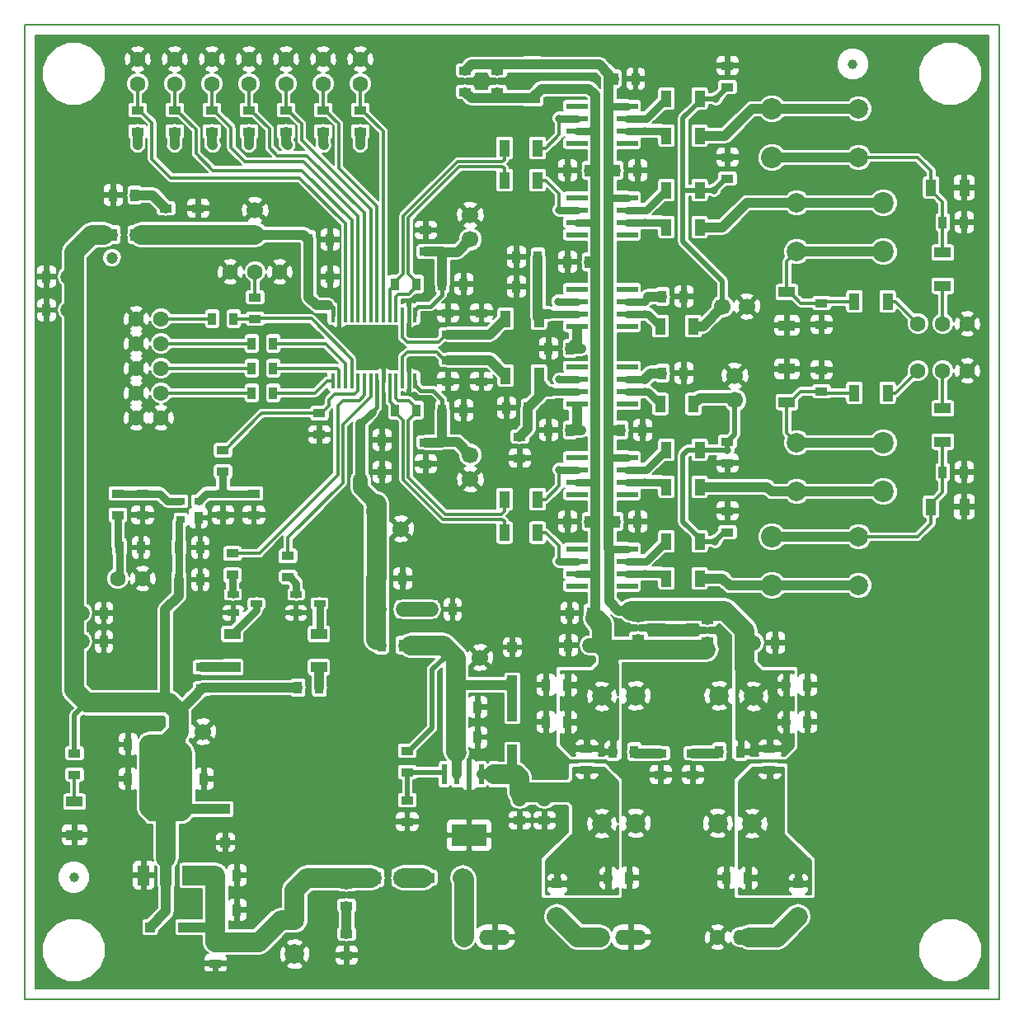
<source format=gtl>
G04 #@! TF.FileFunction,Copper,L1,Top,Signal*
%FSLAX46Y46*%
G04 Gerber Fmt 4.6, Leading zero omitted, Abs format (unit mm)*
G04 Created by KiCad (PCBNEW 4.0.2-stable) date 01/07/2016 11:06:50*
%MOMM*%
G01*
G04 APERTURE LIST*
%ADD10C,0.100000*%
%ADD11C,0.150000*%
%ADD12R,1.100000X1.700000*%
%ADD13C,2.000000*%
%ADD14R,1.300000X0.900000*%
%ADD15R,0.900000X1.300000*%
%ADD16C,1.700000*%
%ADD17R,1.000000X1.000000*%
%ADD18R,1.700000X1.100000*%
%ADD19C,1.600000*%
%ADD20O,3.200000X1.600000*%
%ADD21R,1.200000X0.650000*%
%ADD22R,3.600000X2.200000*%
%ADD23R,0.550000X2.150000*%
%ADD24R,0.900000X1.200000*%
%ADD25R,0.900000X0.800000*%
%ADD26R,0.450000X1.500000*%
%ADD27C,1.000000*%
%ADD28R,3.600000X2.000000*%
%ADD29R,1.200000X2.000000*%
%ADD30C,2.200000*%
%ADD31R,2.200000X0.600000*%
%ADD32C,1.200000*%
%ADD33C,0.800000*%
%ADD34C,0.300000*%
%ADD35C,0.400000*%
%ADD36C,0.500000*%
%ADD37C,1.000000*%
%ADD38C,2.000000*%
%ADD39C,0.800000*%
%ADD40C,1.500000*%
%ADD41C,0.200000*%
%ADD42C,0.250000*%
%ADD43C,0.254000*%
G04 APERTURE END LIST*
D10*
D11*
X100000000Y0D02*
X100000000Y100000000D01*
X100000000Y0D02*
X0Y0D01*
X0Y100000000D02*
X100000000Y100000000D01*
X0Y0D02*
X0Y100000000D01*
D12*
X52754000Y69850000D03*
X49354000Y69850000D03*
D13*
X59210000Y18034000D03*
X62710000Y18034000D03*
X71148000Y18034000D03*
X74648000Y18034000D03*
D14*
X33020000Y11768000D03*
X33020000Y9568000D03*
D15*
X59860000Y12446000D03*
X62060000Y12446000D03*
X72052000Y12446000D03*
X74252000Y12446000D03*
D13*
X27685000Y8099500D03*
X27685000Y4599500D03*
D14*
X19557000Y5841500D03*
X19557000Y3641500D03*
D15*
X60368000Y25400000D03*
X62568000Y25400000D03*
X71290000Y25400000D03*
X73490000Y25400000D03*
X19557000Y9143500D03*
X21757000Y9143500D03*
D13*
X59210000Y31115000D03*
X62710000Y31115000D03*
D15*
X19557000Y12699500D03*
X21757000Y12699500D03*
D13*
X71275000Y31115000D03*
X74775000Y31115000D03*
D15*
X57996000Y36322000D03*
X55796000Y36322000D03*
X77046000Y36576000D03*
X74846000Y36576000D03*
X55710000Y32258000D03*
X53510000Y32258000D03*
X80348000Y32258000D03*
X78148000Y32258000D03*
X55710000Y28448000D03*
X53510000Y28448000D03*
X80348000Y28448000D03*
X78148000Y28448000D03*
D14*
X53340000Y20531000D03*
X53340000Y18331000D03*
X50800000Y20531000D03*
X50800000Y18331000D03*
D15*
X12783000Y26145500D03*
X10583000Y26145500D03*
X12783000Y22605500D03*
X10583000Y22605500D03*
X16171000Y22605500D03*
X18371000Y22605500D03*
D16*
X44216000Y35052000D03*
X46716000Y35052000D03*
D15*
X44282000Y29972000D03*
X46482000Y29972000D03*
X44282000Y26860000D03*
X46482000Y26860000D03*
X11260000Y82550000D03*
X9060000Y82550000D03*
D16*
X23622000Y78486000D03*
X23622000Y80986000D03*
D14*
X17780000Y78994000D03*
X17780000Y81194000D03*
D15*
X41699000Y40005000D03*
X43899000Y40005000D03*
D16*
X36088000Y48260000D03*
X38588000Y48260000D03*
D15*
X36576000Y43180000D03*
X38776000Y43180000D03*
D16*
X45720000Y77998000D03*
X45720000Y80498000D03*
D14*
X41148000Y76748000D03*
X41148000Y78948000D03*
D15*
X42842000Y73406000D03*
X45042000Y73406000D03*
X15791000Y43053000D03*
X17991000Y43053000D03*
X15791000Y46355000D03*
X17991000Y46355000D03*
D14*
X12065000Y51900000D03*
X12065000Y49700000D03*
D15*
X42842000Y60452000D03*
X45042000Y60452000D03*
D14*
X20320000Y51900000D03*
X20320000Y49700000D03*
X41148000Y57150000D03*
X41148000Y54950000D03*
D15*
X9695000Y46355000D03*
X11895000Y46355000D03*
D16*
X45720000Y55860000D03*
X45720000Y53360000D03*
D14*
X30225000Y60155000D03*
X30225000Y57955000D03*
D17*
X16255000Y7365500D03*
X12855000Y7365500D03*
X50037000Y25604500D03*
X50037000Y29004500D03*
X20573000Y19479500D03*
X20573000Y16079500D03*
X50038000Y32717000D03*
X50038000Y36117000D03*
D18*
X21285200Y34063200D03*
X21285200Y37463200D03*
X30175200Y34063200D03*
X30175200Y37463200D03*
D15*
X38354000Y12446000D03*
X36154000Y12446000D03*
D14*
X57658000Y23538000D03*
X57658000Y25738000D03*
X76454000Y23538000D03*
X76454000Y25738000D03*
D15*
X9060000Y78486000D03*
X11260000Y78486000D03*
X38819000Y36322000D03*
X36619000Y36322000D03*
D19*
X59055000Y6350000D03*
D20*
X62230000Y6350000D03*
D19*
X71120000Y6350000D03*
D20*
X74295000Y6350000D03*
D19*
X45085000Y6350000D03*
D20*
X48260000Y6350000D03*
D14*
X33020000Y6688000D03*
X33020000Y4488000D03*
X65278000Y25230000D03*
X65278000Y23030000D03*
X68580000Y23030000D03*
X68580000Y25230000D03*
X39243000Y20404000D03*
X39243000Y18204000D03*
X39243000Y25484000D03*
X39243000Y23284000D03*
X34417000Y89070000D03*
X34417000Y91270000D03*
X14478000Y78994000D03*
X14478000Y81194000D03*
X30607000Y89070000D03*
X30607000Y91270000D03*
X26797000Y89070000D03*
X26797000Y91270000D03*
X22987000Y89070000D03*
X22987000Y91270000D03*
X19177000Y89070000D03*
X19177000Y91270000D03*
D15*
X36619000Y40005000D03*
X38819000Y40005000D03*
D14*
X15367000Y89070000D03*
X15367000Y91270000D03*
X11557000Y89070000D03*
X11557000Y91270000D03*
X9525000Y51900000D03*
X9525000Y49700000D03*
X23495000Y49700000D03*
X23495000Y51900000D03*
X20320000Y56345000D03*
X20320000Y54145000D03*
D15*
X19220000Y69850000D03*
X21420000Y69850000D03*
X23284000Y67310000D03*
X25484000Y67310000D03*
X23284000Y64770000D03*
X25484000Y64770000D03*
X23284000Y62230000D03*
X25484000Y62230000D03*
D14*
X21285200Y45753200D03*
X21285200Y43553200D03*
X18185400Y34068700D03*
X18185400Y31868700D03*
X27000200Y45499200D03*
X27000200Y43299200D03*
D15*
X30207400Y31952700D03*
X28007400Y31952700D03*
D21*
X23755200Y40589200D03*
X21355200Y41539200D03*
X21355200Y39639200D03*
X30232200Y40589200D03*
X27832200Y41539200D03*
X27832200Y39639200D03*
D22*
X45593000Y16789400D03*
D23*
X45593000Y23050500D03*
X43053000Y23050500D03*
X48133000Y23050500D03*
X46863000Y23050500D03*
X44323000Y23050500D03*
D24*
X17791000Y49415000D03*
D25*
X17791000Y51115000D03*
X15991000Y51115000D03*
X15991000Y49215000D03*
D26*
X40048000Y70250000D03*
X39398000Y70250000D03*
X38748000Y70250000D03*
X38098000Y70250000D03*
X37448000Y70250000D03*
X36798000Y70250000D03*
X36148000Y70250000D03*
X35498000Y70250000D03*
X34848000Y70250000D03*
X34198000Y70250000D03*
X33548000Y70250000D03*
X32898000Y70250000D03*
X32248000Y70250000D03*
X31598000Y70250000D03*
X31598000Y63500000D03*
X32248000Y63500000D03*
X32898000Y63500000D03*
X33548000Y63500000D03*
X34198000Y63500000D03*
X34848000Y63500000D03*
X35498000Y63500000D03*
X36148000Y63500000D03*
X36798000Y63500000D03*
X37448000Y63500000D03*
X38098000Y63500000D03*
X38748000Y63500000D03*
X39398000Y63500000D03*
X40048000Y63500000D03*
D14*
X23622000Y72050000D03*
X23622000Y69850000D03*
X5079000Y23029500D03*
X5079000Y25229500D03*
D15*
X5885000Y36703000D03*
X8085000Y36703000D03*
X5885000Y39624000D03*
X8085000Y39624000D03*
X4402000Y70739000D03*
X2202000Y70739000D03*
X4402000Y74168000D03*
X2202000Y74168000D03*
D16*
X15767000Y27431500D03*
X18267000Y27431500D03*
D19*
X34417000Y93980000D03*
X34417000Y96520000D03*
X30607000Y93980000D03*
X30607000Y96520000D03*
X26797000Y93980000D03*
X26797000Y96520000D03*
X22987000Y93980000D03*
X22987000Y96520000D03*
X19177000Y93980000D03*
X19177000Y96520000D03*
X15367000Y93980000D03*
X15367000Y96520000D03*
X11557000Y93980000D03*
X11557000Y96520000D03*
X9525000Y43180000D03*
X12065000Y43180000D03*
X11430000Y69850000D03*
X13970000Y69850000D03*
X11430000Y67310000D03*
X13970000Y67310000D03*
X11430000Y64770000D03*
X13970000Y64770000D03*
X11430000Y62230000D03*
X13970000Y62230000D03*
X11430000Y59690000D03*
X13970000Y59690000D03*
X26162000Y74676000D03*
X21082000Y74676000D03*
X23622000Y74676000D03*
D27*
X5000000Y12500000D03*
X85000000Y96000000D03*
D28*
X14477000Y19303500D03*
D29*
X14477000Y12699500D03*
X16763000Y12699500D03*
X12191000Y12699500D03*
D17*
X41558000Y12446000D03*
X44958000Y12446000D03*
X54610000Y11860000D03*
X54610000Y8460000D03*
X79375000Y8460000D03*
X79375000Y11860000D03*
D18*
X5080000Y20242000D03*
X5080000Y16842000D03*
D15*
X57912000Y75692000D03*
X55712000Y75692000D03*
D18*
X66802000Y35892000D03*
X66802000Y39292000D03*
D15*
X62906000Y85090000D03*
X60706000Y85090000D03*
D14*
X70104000Y36746000D03*
X70104000Y38946000D03*
X62992000Y37000000D03*
X62992000Y39200000D03*
D15*
X57912000Y85090000D03*
X55712000Y85090000D03*
X62695000Y94488000D03*
X60495000Y94488000D03*
D14*
X81788000Y71458000D03*
X81788000Y69258000D03*
X81788000Y62400000D03*
X81788000Y64600000D03*
D15*
X57912000Y49022000D03*
X55712000Y49022000D03*
X63414000Y58420000D03*
X61214000Y58420000D03*
D14*
X72136000Y84244000D03*
X72136000Y86444000D03*
X72136000Y57234000D03*
X72136000Y55034000D03*
D13*
X79248000Y81748000D03*
X79248000Y76748000D03*
D30*
X88138000Y76748000D03*
X88138000Y81748000D03*
X76708000Y86400000D03*
X76708000Y91400000D03*
D13*
X85598000Y91400000D03*
X85598000Y86400000D03*
X79248000Y52110000D03*
X79248000Y57110000D03*
D30*
X88138000Y57110000D03*
X88138000Y52110000D03*
X76708000Y47458000D03*
X76708000Y42458000D03*
D13*
X85598000Y42458000D03*
X85598000Y47458000D03*
D15*
X58123000Y39624000D03*
X55923000Y39624000D03*
D14*
X72136000Y93642000D03*
X72136000Y95842000D03*
X72136000Y47922000D03*
X72136000Y50122000D03*
D15*
X62906000Y49022000D03*
X60706000Y49022000D03*
X40216000Y73406000D03*
X38016000Y73406000D03*
X40216000Y60452000D03*
X38016000Y60452000D03*
X52662000Y76200000D03*
X50462000Y76200000D03*
D14*
X50800000Y57742000D03*
X50800000Y55542000D03*
D15*
X52662000Y73152000D03*
X50462000Y73152000D03*
X51646000Y60706000D03*
X49446000Y60706000D03*
X65448000Y72136000D03*
X67648000Y72136000D03*
X65448000Y64262000D03*
X67648000Y64262000D03*
X53764000Y66802000D03*
X55964000Y66802000D03*
X53764000Y58420000D03*
X55964000Y58420000D03*
D18*
X52070000Y92534000D03*
X52070000Y95934000D03*
D14*
X48514000Y93134000D03*
X48514000Y95334000D03*
X45212000Y93134000D03*
X45212000Y95334000D03*
D16*
X71628000Y71100000D03*
X74128000Y71100000D03*
X72898000Y61488000D03*
X72898000Y63988000D03*
D12*
X85168000Y71628000D03*
X88568000Y71628000D03*
D18*
X94234000Y76630000D03*
X94234000Y73230000D03*
D12*
X85168000Y62230000D03*
X88568000Y62230000D03*
D18*
X94234000Y57228000D03*
X94234000Y60628000D03*
X78232000Y69166000D03*
X78232000Y72566000D03*
D12*
X96442000Y83312000D03*
X93042000Y83312000D03*
D18*
X78232000Y64692000D03*
X78232000Y61292000D03*
D12*
X96442000Y50546000D03*
X93042000Y50546000D03*
X69264000Y79248000D03*
X65864000Y79248000D03*
X65864000Y88646000D03*
X69264000Y88646000D03*
X69264000Y52578000D03*
X65864000Y52578000D03*
X65864000Y43180000D03*
X69264000Y43180000D03*
X69264000Y83058000D03*
X65864000Y83058000D03*
X69264000Y56388000D03*
X65864000Y56388000D03*
X65864000Y46990000D03*
X69264000Y46990000D03*
X49227000Y84074000D03*
X52627000Y84074000D03*
X49227000Y87376000D03*
X52627000Y87376000D03*
X49227000Y51308000D03*
X52627000Y51308000D03*
X49227000Y47879000D03*
X52627000Y47879000D03*
X52754000Y64008000D03*
X49354000Y64008000D03*
X68629000Y69088000D03*
X65229000Y69088000D03*
X68629000Y61087000D03*
X65229000Y61087000D03*
D19*
X96774000Y69342000D03*
X91694000Y69342000D03*
X94234000Y69342000D03*
X96774000Y64516000D03*
X91694000Y64516000D03*
X94234000Y64516000D03*
D15*
X29126000Y77978000D03*
X31326000Y77978000D03*
X29126000Y74168000D03*
X31326000Y74168000D03*
D14*
X46863000Y68242000D03*
X46863000Y70442000D03*
D15*
X34460000Y54102000D03*
X36660000Y54102000D03*
D14*
X43434000Y68242000D03*
X43434000Y70442000D03*
D15*
X34460000Y57404000D03*
X36660000Y57404000D03*
D14*
X46863000Y65616000D03*
X46863000Y63416000D03*
X43434000Y65616000D03*
X43434000Y63416000D03*
D15*
X94234000Y79756000D03*
X96434000Y79756000D03*
X94234000Y54102000D03*
X96434000Y54102000D03*
D12*
X65864000Y92456000D03*
X69264000Y92456000D03*
D31*
X56649000Y64897000D03*
X56649000Y63627000D03*
X56649000Y62357000D03*
X56649000Y61087000D03*
X61849000Y61087000D03*
X61849000Y62357000D03*
X61849000Y63627000D03*
X61849000Y64897000D03*
X56649000Y72898000D03*
X56649000Y71628000D03*
X56649000Y70358000D03*
X56649000Y69088000D03*
X61849000Y69088000D03*
X61849000Y70358000D03*
X61849000Y71628000D03*
X61849000Y72898000D03*
X61849000Y42418000D03*
X61849000Y43688000D03*
X61849000Y44958000D03*
X61849000Y46228000D03*
X56649000Y46228000D03*
X56649000Y44958000D03*
X56649000Y43688000D03*
X56649000Y42418000D03*
X61849000Y51816000D03*
X61849000Y53086000D03*
X61849000Y54356000D03*
X61849000Y55626000D03*
X56649000Y55626000D03*
X56649000Y54356000D03*
X56649000Y53086000D03*
X56649000Y51816000D03*
X61849000Y78486000D03*
X61849000Y79756000D03*
X61849000Y81026000D03*
X61849000Y82296000D03*
X56649000Y82296000D03*
X56649000Y81026000D03*
X56649000Y79756000D03*
X56649000Y78486000D03*
X61849000Y87884000D03*
X61849000Y89154000D03*
X61849000Y90424000D03*
X61849000Y91694000D03*
X56649000Y91694000D03*
X56649000Y90424000D03*
X56649000Y89154000D03*
X56649000Y87884000D03*
D32*
X8934000Y76086000D03*
D33*
X82550000Y11176000D03*
X48006000Y13208000D03*
X51816000Y13208000D03*
X84328000Y6350000D03*
X80264000Y17272000D03*
X80264000Y22098000D03*
X17780000Y82677000D03*
X16129000Y81153000D03*
X7620000Y82550000D03*
D32*
X35560000Y8636000D03*
X38862000Y8636000D03*
X28702000Y14732000D03*
X34798000Y14732000D03*
X38862000Y2286000D03*
D33*
X34544000Y3048000D03*
X31496000Y3048000D03*
X33020000Y3048000D03*
X53594000Y23114000D03*
X41656000Y25146000D03*
X50038000Y37719000D03*
X48006000Y28448000D03*
X48006000Y26924000D03*
X48006000Y29972000D03*
X41148000Y53594000D03*
X41148000Y80518000D03*
X64452500Y51879500D03*
X64325500Y42354500D03*
X64325500Y78549500D03*
X64071500Y87630000D03*
X75819000Y66929000D03*
X90170000Y49530000D03*
X83820000Y50546000D03*
X80518000Y49022000D03*
X75184000Y83820000D03*
X90424000Y84328000D03*
X84074000Y83312000D03*
X81026000Y84836000D03*
X89662000Y74676000D03*
X89408000Y59182000D03*
X80518000Y58674000D03*
X80264000Y73406000D03*
X84328000Y74168000D03*
X84328000Y59690000D03*
X40386000Y32829500D03*
X80391000Y30353000D03*
X80264000Y33782000D03*
X80264000Y26924000D03*
X81788000Y28448000D03*
X81788000Y32258000D03*
X53467000Y30353000D03*
X53594000Y26924000D03*
X52070000Y28448000D03*
X53594000Y33782000D03*
X52070000Y32258000D03*
X73660000Y55034000D03*
X70485000Y54991000D03*
X46863000Y61976000D03*
X46863000Y71882000D03*
X53721000Y60071000D03*
X74041000Y40513000D03*
X70358000Y50165000D03*
X73660000Y50122000D03*
D32*
X86360000Y78867000D03*
X86614000Y54991000D03*
X88138000Y45085000D03*
X78359000Y45085000D03*
X76073000Y54991000D03*
X71247000Y76962000D03*
X76835000Y78867000D03*
X78486000Y88900000D03*
X64135000Y75565000D03*
X45593000Y83439000D03*
X50419000Y81534000D03*
X52578000Y90551000D03*
X48133000Y90551000D03*
X43053000Y87249000D03*
X38481000Y82804000D03*
X38481000Y89662000D03*
X50927000Y40513000D03*
X50927000Y45466000D03*
D33*
X41402000Y49276000D03*
D32*
X43180000Y44196000D03*
D33*
X66929000Y22987000D03*
X70231000Y22987000D03*
X68580000Y21590000D03*
X63627000Y22987000D03*
X65278000Y21590000D03*
D32*
X53975000Y4445000D03*
X53975000Y1905000D03*
X67310000Y13970000D03*
X67310000Y10160000D03*
X67310000Y6350000D03*
X67310000Y1905000D03*
X79375000Y1905000D03*
X84455000Y1905000D03*
X97790000Y8890000D03*
X90805000Y8255000D03*
X90170000Y1905000D03*
X89535000Y24765000D03*
X93980000Y27305000D03*
X93980000Y33020000D03*
X97790000Y39370000D03*
X97790000Y46355000D03*
X97790000Y59055000D03*
X97790000Y75438000D03*
X97790000Y86868000D03*
X97790000Y90805000D03*
X90805000Y93345000D03*
X93599000Y46736000D03*
X92964000Y41656000D03*
X85598000Y38354000D03*
D33*
X36703000Y55753000D03*
X37973000Y57404000D03*
X37973000Y54102000D03*
X45339000Y40005000D03*
X76962000Y34798000D03*
X54356000Y36322000D03*
X78486000Y36576000D03*
X54483000Y39624000D03*
X54356000Y49022000D03*
X64262000Y49022000D03*
X68961000Y72136000D03*
X69088000Y64262000D03*
X70612000Y95885000D03*
X70485000Y86487000D03*
X97790000Y79756000D03*
X97790000Y83312000D03*
X97790000Y50546000D03*
X97790000Y54102000D03*
X81788000Y66040000D03*
X78232000Y66040000D03*
X81788000Y67818000D03*
X78232000Y67818000D03*
X41529000Y61468000D03*
X41275000Y72136000D03*
X50800000Y54102000D03*
X64897000Y58420000D03*
X52324000Y66802000D03*
X54229000Y75692000D03*
X64389000Y85090000D03*
X54229000Y85090000D03*
X64135000Y94488000D03*
X50419000Y77851000D03*
X49022000Y73152000D03*
X48006000Y60706000D03*
X46482000Y60452000D03*
X43815000Y61976000D03*
X46482000Y73406000D03*
X43815000Y72009000D03*
X32258000Y68580000D03*
X36830000Y65151000D03*
X40132000Y65405000D03*
X40132000Y68453000D03*
D32*
X2921000Y16764000D03*
X5080000Y14986000D03*
X7366000Y32766000D03*
X12446000Y32766000D03*
X27476000Y52210000D03*
X22650000Y53988000D03*
X30270000Y56274000D03*
D33*
X28238000Y68466000D03*
X28238000Y65926000D03*
X28238000Y63386000D03*
D32*
X9442000Y85738000D03*
X7410000Y90310000D03*
X2330000Y89802000D03*
X2330000Y76594000D03*
X2330000Y68720000D03*
X41954000Y97676000D03*
X50590000Y97676000D03*
X59734000Y97676000D03*
X67100000Y97676000D03*
X9906000Y7366000D03*
X25908000Y35814000D03*
X27686000Y22606000D03*
X27686000Y27940000D03*
X17272000Y3810000D03*
X21843000Y30225500D03*
X23113000Y18795500D03*
X18795000Y16001500D03*
X16763000Y9905500D03*
X23621000Y10921500D03*
X23621000Y12699500D03*
X23621000Y9143500D03*
X20065000Y24383500D03*
X10667000Y20573500D03*
X10667000Y28177500D03*
X8635000Y26145500D03*
X8635000Y22605500D03*
X20065000Y22605500D03*
X10159000Y10159500D03*
X12191000Y10159500D03*
X10159000Y12699500D03*
X12191000Y14985500D03*
X24783600Y58534600D03*
D33*
X31997200Y72072800D03*
X21253000Y63513000D03*
X21253000Y66053000D03*
X21253000Y68339000D03*
D32*
X33826000Y23635000D03*
X37337000Y28575045D03*
X92709000Y88264500D03*
X88264000Y89534500D03*
X88264000Y97789500D03*
X81914000Y97789500D03*
X74294000Y97789500D03*
X19729000Y59576000D03*
X18014500Y53353000D03*
X12045500Y53416500D03*
X7283000Y53416500D03*
X7219500Y45796500D03*
X24428000Y44272500D03*
X29063500Y47130000D03*
X33508500Y39002000D03*
X31286000Y18301000D03*
X33000500Y30810500D03*
X16363500Y35382500D03*
X9696000Y36716000D03*
X9696000Y39637000D03*
X2330000Y57290000D03*
X2330000Y45860000D03*
X2330000Y29350000D03*
X2330000Y9030000D03*
X9950000Y2680000D03*
X21380000Y2680000D03*
X53384000Y16650000D03*
X50844000Y16650000D03*
X45637000Y20841000D03*
D33*
X46526000Y25159000D03*
D32*
X45637000Y19063000D03*
X48558000Y16777000D03*
X42589000Y16777000D03*
X45510000Y14491000D03*
X37382000Y18301000D03*
X39287000Y16523000D03*
D33*
X26256800Y39637000D03*
X19881400Y39637000D03*
X23513600Y48349200D03*
X20338600Y48349200D03*
X17798600Y47968200D03*
X19246400Y46342600D03*
X19246400Y43066000D03*
X13277400Y46342600D03*
X12058200Y48400000D03*
X58547000Y64262000D03*
X58547000Y72136000D03*
X64008000Y72136000D03*
X63627000Y63627000D03*
X57150000Y66802000D03*
X59944000Y67691000D03*
X57150000Y58420000D03*
X59944000Y58420000D03*
X30672040Y87663320D03*
X26968720Y87663320D03*
X22986000Y87663320D03*
X19282680Y87663320D03*
X15355840Y87663320D03*
X11550920Y87663320D03*
X5029000Y75806600D03*
X34415280Y87663320D03*
X70750000Y83058000D03*
X70950000Y92456000D03*
X72136000Y56388000D03*
X70866000Y46990000D03*
X63627000Y79756000D03*
X54864000Y81026000D03*
X63627000Y53086000D03*
X54864000Y54356000D03*
X63627000Y89154000D03*
X54864000Y90424000D03*
X63627000Y43688000D03*
X54864000Y44958000D03*
X63627000Y70358000D03*
X54737000Y71628000D03*
X54864000Y63627000D03*
X63627000Y62357000D03*
D34*
X82042000Y15494000D02*
X82042000Y11684000D01*
X82042000Y11684000D02*
X82550000Y11176000D01*
X53384000Y16650000D02*
X51816000Y15082000D01*
X51816000Y15082000D02*
X51816000Y13208000D01*
X80264000Y17272000D02*
X82042000Y15494000D01*
X80264000Y26924000D02*
X80264000Y22098000D01*
X17780000Y81194000D02*
X17780000Y82677000D01*
X17780000Y81194000D02*
X16170000Y81194000D01*
X16170000Y81194000D02*
X16129000Y81153000D01*
X9060000Y82550000D02*
X7620000Y82550000D01*
X38862000Y2286000D02*
X38862000Y8636000D01*
X39287000Y16523000D02*
X36589000Y16523000D01*
X36589000Y16523000D02*
X34798000Y14732000D01*
X34544000Y3048000D02*
X38100000Y3048000D01*
X38100000Y3048000D02*
X38862000Y2286000D01*
X33020000Y3048000D02*
X34544000Y3048000D01*
X33020000Y4488000D02*
X33020000Y3048000D01*
X53594000Y26924000D02*
X53594000Y23114000D01*
X50038000Y36117000D02*
X50038000Y37719000D01*
X48006000Y29972000D02*
X48006000Y28448000D01*
X46482000Y26860000D02*
X47942000Y26860000D01*
X47942000Y26860000D02*
X48006000Y26924000D01*
X46482000Y29972000D02*
X48006000Y29972000D01*
X41148000Y54950000D02*
X41148000Y53594000D01*
X41148000Y78948000D02*
X41148000Y80518000D01*
X64262000Y49022000D02*
X64262000Y51689000D01*
X64262000Y51689000D02*
X64452500Y51879500D01*
X64135000Y75565000D02*
X64135000Y78359000D01*
X64135000Y78359000D02*
X64325500Y78549500D01*
X64389000Y85090000D02*
X64389000Y87312500D01*
X64389000Y87312500D02*
X64071500Y87630000D01*
X78232000Y67818000D02*
X76708000Y67818000D01*
X76708000Y67818000D02*
X75819000Y66929000D01*
X83820000Y50546000D02*
X84836000Y49530000D01*
X84836000Y49530000D02*
X90170000Y49530000D01*
X73660000Y50122000D02*
X79418000Y50122000D01*
X79418000Y50122000D02*
X80518000Y49022000D01*
X81026000Y84836000D02*
X80010000Y83820000D01*
X80010000Y83820000D02*
X75184000Y83820000D01*
X81026000Y84836000D02*
X82550000Y83312000D01*
X82550000Y83312000D02*
X84074000Y83312000D01*
X84328000Y74168000D02*
X89154000Y74168000D01*
X89154000Y74168000D02*
X89662000Y74676000D01*
X84328000Y59690000D02*
X88900000Y59690000D01*
X88900000Y59690000D02*
X89408000Y59182000D01*
X84328000Y59690000D02*
X81534000Y59690000D01*
X81534000Y59690000D02*
X80518000Y58674000D01*
X84328000Y74168000D02*
X83566000Y73406000D01*
X83566000Y73406000D02*
X80264000Y73406000D01*
X96774000Y69342000D02*
X97790000Y70358000D01*
X97790000Y70358000D02*
X97790000Y75438000D01*
X96774000Y64516000D02*
X97790000Y63500000D01*
X97790000Y63500000D02*
X97790000Y59055000D01*
X97790000Y54102000D02*
X96434000Y54102000D01*
X97790000Y90805000D02*
X97790000Y86868000D01*
X96434000Y79756000D02*
X97790000Y79756000D01*
X37337000Y28575045D02*
X37337000Y29780500D01*
X37337000Y29780500D02*
X40386000Y32829500D01*
X80348000Y32258000D02*
X80348000Y30396000D01*
X80348000Y30396000D02*
X80391000Y30353000D01*
X80348000Y32258000D02*
X80348000Y33698000D01*
X80348000Y33698000D02*
X80264000Y33782000D01*
X80348000Y28448000D02*
X80348000Y27008000D01*
X80348000Y27008000D02*
X80264000Y26924000D01*
X80348000Y28448000D02*
X81788000Y28448000D01*
X80348000Y32258000D02*
X81788000Y32258000D01*
X78105000Y40513000D02*
X78486000Y40132000D01*
X78486000Y40132000D02*
X78486000Y37592000D01*
X74041000Y40513000D02*
X78105000Y40513000D01*
X62230000Y6350000D02*
X67310000Y6350000D01*
X53510000Y28448000D02*
X53510000Y30310000D01*
X53510000Y30310000D02*
X53467000Y30353000D01*
X53510000Y28448000D02*
X53510000Y27008000D01*
X53510000Y27008000D02*
X53594000Y26924000D01*
X53510000Y28448000D02*
X52070000Y28448000D01*
X53510000Y32258000D02*
X53510000Y33698000D01*
X53510000Y33698000D02*
X53594000Y33782000D01*
X53510000Y32258000D02*
X52070000Y32258000D01*
X73660000Y55034000D02*
X76030000Y55034000D01*
X72136000Y55034000D02*
X73660000Y55034000D01*
X72136000Y55034000D02*
X70528000Y55034000D01*
X70528000Y55034000D02*
X70485000Y54991000D01*
X46863000Y63416000D02*
X46863000Y61976000D01*
X46863000Y70442000D02*
X46863000Y71882000D01*
X53764000Y58420000D02*
X53764000Y60028000D01*
X53764000Y60028000D02*
X53721000Y60071000D01*
X73660000Y50122000D02*
X74084000Y50122000D01*
X72136000Y50122000D02*
X73660000Y50122000D01*
X76835000Y78867000D02*
X86360000Y78867000D01*
X76073000Y54991000D02*
X86614000Y54991000D01*
X74676000Y45466000D02*
X75057000Y45085000D01*
X75057000Y45085000D02*
X78359000Y45085000D01*
X74676000Y49530000D02*
X74676000Y45466000D01*
X74084000Y50122000D02*
X74676000Y49530000D01*
X76030000Y55034000D02*
X76073000Y54991000D01*
X74128000Y71100000D02*
X76835000Y73807000D01*
X76835000Y73807000D02*
X76835000Y78867000D01*
X73236000Y86444000D02*
X75692000Y88900000D01*
X75692000Y88900000D02*
X78486000Y88900000D01*
X72136000Y86444000D02*
X73236000Y86444000D01*
X67648000Y74973000D02*
X67056000Y75565000D01*
X67056000Y75565000D02*
X64135000Y75565000D01*
X67648000Y72136000D02*
X67648000Y74973000D01*
X50419000Y77851000D02*
X50419000Y81534000D01*
X48133000Y90551000D02*
X52578000Y90551000D01*
X38481000Y82804000D02*
X42926000Y87249000D01*
X42926000Y87249000D02*
X43053000Y87249000D01*
X41954000Y97676000D02*
X41954000Y93135000D01*
X41954000Y93135000D02*
X38481000Y89662000D01*
X43180000Y44196000D02*
X49657000Y44196000D01*
X49657000Y44196000D02*
X50927000Y45466000D01*
X45339000Y40005000D02*
X45339000Y42037000D01*
X45339000Y42037000D02*
X43180000Y44196000D01*
X68580000Y23030000D02*
X66972000Y23030000D01*
X66972000Y23030000D02*
X66929000Y22987000D01*
X68580000Y23030000D02*
X70188000Y23030000D01*
X70188000Y23030000D02*
X70231000Y22987000D01*
X68580000Y23030000D02*
X68580000Y21590000D01*
X65278000Y23030000D02*
X63670000Y23030000D01*
X63670000Y23030000D02*
X63627000Y22987000D01*
X65278000Y23030000D02*
X65278000Y21590000D01*
X67310000Y1905000D02*
X53975000Y1905000D01*
X67310000Y6350000D02*
X67310000Y10160000D01*
X79375000Y1905000D02*
X67310000Y1905000D01*
X90170000Y1905000D02*
X84455000Y1905000D01*
X90170000Y1905000D02*
X90170000Y7620000D01*
X90170000Y7620000D02*
X90805000Y8255000D01*
X93980000Y27305000D02*
X92075000Y27305000D01*
X92075000Y27305000D02*
X89535000Y24765000D01*
X97790000Y39370000D02*
X97790000Y36830000D01*
X97790000Y36830000D02*
X93980000Y33020000D01*
X97790000Y50546000D02*
X97790000Y46355000D01*
X97790000Y54102000D02*
X97790000Y59055000D01*
X97790000Y83312000D02*
X97790000Y86868000D01*
X88264000Y97789500D02*
X88264000Y95886000D01*
X88264000Y95886000D02*
X90805000Y93345000D01*
X85598000Y38354000D02*
X89662000Y38354000D01*
X89662000Y38354000D02*
X92964000Y41656000D01*
X78486000Y36576000D02*
X78486000Y37592000D01*
X36660000Y57404000D02*
X36660000Y55796000D01*
X36660000Y55796000D02*
X36703000Y55753000D01*
X36660000Y57404000D02*
X37973000Y57404000D01*
X36660000Y54102000D02*
X37973000Y54102000D01*
X43899000Y40005000D02*
X45339000Y40005000D01*
X77046000Y36576000D02*
X77046000Y34882000D01*
X77046000Y34882000D02*
X76962000Y34798000D01*
X55796000Y36322000D02*
X54356000Y36322000D01*
X77046000Y36576000D02*
X78486000Y36576000D01*
X55923000Y39624000D02*
X54483000Y39624000D01*
X55712000Y49022000D02*
X54356000Y49022000D01*
X62906000Y49022000D02*
X64262000Y49022000D01*
X67648000Y72136000D02*
X68961000Y72136000D01*
X67648000Y64262000D02*
X69088000Y64262000D01*
X72136000Y95842000D02*
X70655000Y95842000D01*
X70655000Y95842000D02*
X70612000Y95885000D01*
X96442000Y83312000D02*
X97790000Y83312000D01*
X96442000Y50546000D02*
X97790000Y50546000D01*
X81788000Y64600000D02*
X81788000Y66040000D01*
X78232000Y64692000D02*
X78232000Y66040000D01*
X81788000Y69258000D02*
X81788000Y67818000D01*
X78232000Y69166000D02*
X78232000Y67818000D01*
D35*
X40894000Y61722000D02*
X41275000Y61722000D01*
X41275000Y61722000D02*
X41529000Y61468000D01*
X40259000Y61722000D02*
X40894000Y61722000D01*
X39878000Y62103000D02*
X40259000Y61722000D01*
X39497000Y62103000D02*
X39878000Y62103000D01*
X39398000Y62202000D02*
X39497000Y62103000D01*
X39398000Y63500000D02*
X39398000Y62202000D01*
X40005000Y71755000D02*
X40386000Y72136000D01*
X40386000Y72136000D02*
X41275000Y72136000D01*
X39624000Y71755000D02*
X40005000Y71755000D01*
X39398000Y71529000D02*
X39624000Y71755000D01*
X39398000Y70250000D02*
X39398000Y71529000D01*
D34*
X50800000Y55542000D02*
X50800000Y54102000D01*
X63414000Y58420000D02*
X64897000Y58420000D01*
X53764000Y66802000D02*
X52324000Y66802000D01*
X55712000Y75692000D02*
X54229000Y75692000D01*
X62906000Y85090000D02*
X64389000Y85090000D01*
X55712000Y85090000D02*
X54229000Y85090000D01*
X62695000Y94488000D02*
X64135000Y94488000D01*
X50462000Y76200000D02*
X50462000Y77808000D01*
X50462000Y77808000D02*
X50419000Y77851000D01*
X50462000Y73152000D02*
X49022000Y73152000D01*
X49446000Y60706000D02*
X48006000Y60706000D01*
X45042000Y60452000D02*
X46482000Y60452000D01*
X43434000Y63416000D02*
X43434000Y62357000D01*
X43434000Y62357000D02*
X43815000Y61976000D01*
X45042000Y73406000D02*
X46482000Y73406000D01*
X43434000Y70442000D02*
X43434000Y71628000D01*
X43434000Y71628000D02*
X43815000Y72009000D01*
D35*
X32248000Y70250000D02*
X32248000Y68590000D01*
X32248000Y68590000D02*
X32258000Y68580000D01*
X36798000Y63500000D02*
X36798000Y65119000D01*
X36798000Y65119000D02*
X36830000Y65151000D01*
X39398000Y64865992D02*
X39937008Y65405000D01*
X39937008Y65405000D02*
X40132000Y65405000D01*
X39398000Y68934020D02*
X39879020Y68453000D01*
X39879020Y68453000D02*
X40132000Y68453000D01*
X39398000Y70250000D02*
X39398000Y68934020D01*
X39398000Y63500000D02*
X39398000Y64865992D01*
D34*
X5080000Y16842000D02*
X2999000Y16842000D01*
X2999000Y16842000D02*
X2921000Y16764000D01*
X5080000Y16842000D02*
X5080000Y14986000D01*
X12446000Y32766000D02*
X7366000Y32766000D01*
X92709000Y88264500D02*
X89534000Y88264500D01*
X89534000Y88264500D02*
X88264000Y89534500D01*
X22650000Y53988000D02*
X25698000Y53988000D01*
X25698000Y53988000D02*
X27476000Y52210000D01*
X30225000Y56483000D02*
X30225000Y56319000D01*
X30225000Y56319000D02*
X30270000Y56274000D01*
X9442000Y85738000D02*
X7410000Y87770000D01*
X7410000Y87770000D02*
X7410000Y90310000D01*
X2330000Y89802000D02*
X6902000Y89802000D01*
X6902000Y89802000D02*
X7410000Y90310000D01*
X2202000Y74168000D02*
X2202000Y76466000D01*
X2202000Y76466000D02*
X2330000Y76594000D01*
X2202000Y70739000D02*
X2202000Y68848000D01*
X2202000Y68848000D02*
X2330000Y68720000D01*
X59734000Y97676000D02*
X50590000Y97676000D01*
X74294000Y97789500D02*
X67213500Y97789500D01*
X67213500Y97789500D02*
X67100000Y97676000D01*
X9950000Y2680000D02*
X9950000Y7322000D01*
X9950000Y7322000D02*
X9906000Y7366000D01*
X25908000Y35814000D02*
X25908000Y39288200D01*
X25908000Y39288200D02*
X26256800Y39637000D01*
X27686000Y27940000D02*
X27686000Y22606000D01*
X10159000Y10159500D02*
X12191000Y10159500D01*
X19557000Y3641500D02*
X17440500Y3641500D01*
X17440500Y3641500D02*
X17272000Y3810000D01*
X18267000Y27431500D02*
X21061000Y30225500D01*
X21061000Y30225500D02*
X21843000Y30225500D01*
X22683000Y16079500D02*
X23113000Y16509500D01*
X23113000Y16509500D02*
X23113000Y18795500D01*
X20573000Y16079500D02*
X22683000Y16079500D01*
X20573000Y16079500D02*
X18873000Y16079500D01*
X18873000Y16079500D02*
X18795000Y16001500D01*
X23621000Y10921500D02*
X23621000Y9143500D01*
X23621000Y12699500D02*
X23621000Y10921500D01*
X21757000Y12699500D02*
X23621000Y12699500D01*
X21757000Y9143500D02*
X23621000Y9143500D01*
X20065000Y22605500D02*
X20065000Y24383500D01*
X10583000Y22605500D02*
X10583000Y20657500D01*
X10583000Y20657500D02*
X10667000Y20573500D01*
X10583000Y26145500D02*
X10583000Y28093500D01*
X10583000Y28093500D02*
X10667000Y28177500D01*
X10583000Y26145500D02*
X8635000Y26145500D01*
X10583000Y22605500D02*
X8635000Y22605500D01*
X18371000Y22605500D02*
X20065000Y22605500D01*
X10159000Y12699500D02*
X10159000Y10159500D01*
X12191000Y12699500D02*
X12191000Y10159500D01*
X12191000Y12699500D02*
X10159000Y12699500D01*
X12191000Y12699500D02*
X12191000Y14985500D01*
X30225000Y57955000D02*
X30225000Y56483000D01*
X30225000Y56483000D02*
X30219200Y56477200D01*
D35*
X32248000Y70250000D02*
X32248000Y71822000D01*
D34*
X32248000Y71822000D02*
X31997200Y72072800D01*
D36*
X33000500Y30810500D02*
X33000500Y24460500D01*
X33000500Y24460500D02*
X33826000Y23635000D01*
X37337000Y28575045D02*
X35101545Y30810500D01*
X35101545Y30810500D02*
X33000500Y30810500D01*
D34*
X88264000Y97789500D02*
X88264000Y89534500D01*
X74294000Y97789500D02*
X81914000Y97789500D01*
X12045500Y53416500D02*
X17951000Y53416500D01*
X17951000Y53416500D02*
X18014500Y53353000D01*
X7219500Y45796500D02*
X7219500Y53353000D01*
X7219500Y53353000D02*
X7283000Y53416500D01*
X16363500Y35382500D02*
X19881400Y38900400D01*
X19881400Y38900400D02*
X19881400Y39637000D01*
X26256800Y39637000D02*
X26256800Y42443700D01*
X26256800Y42443700D02*
X24428000Y44272500D01*
X29063500Y47320500D02*
X29063500Y47130000D01*
X33000500Y30810500D02*
X33000500Y38494000D01*
X33000500Y38494000D02*
X33508500Y39002000D01*
X37382000Y18301000D02*
X31286000Y18301000D01*
X8085000Y36703000D02*
X9683000Y36703000D01*
X9683000Y36703000D02*
X9696000Y36716000D01*
X8085000Y39624000D02*
X9683000Y39624000D01*
X9683000Y39624000D02*
X9696000Y39637000D01*
X2330000Y45860000D02*
X2330000Y57290000D01*
X2330000Y9030000D02*
X2330000Y29350000D01*
X21380000Y2680000D02*
X9950000Y2680000D01*
X53340000Y18331000D02*
X53340000Y16694000D01*
X53340000Y16694000D02*
X53384000Y16650000D01*
X50800000Y18331000D02*
X50800000Y16694000D01*
X50800000Y16694000D02*
X50844000Y16650000D01*
X45593000Y23050500D02*
X45593000Y20885000D01*
X45593000Y20885000D02*
X45637000Y20841000D01*
X46565000Y26860000D02*
X46565000Y25198000D01*
X46565000Y25198000D02*
X46526000Y25159000D01*
X45593000Y16789400D02*
X45593000Y19019000D01*
X45593000Y19019000D02*
X45637000Y19063000D01*
X45593000Y16789400D02*
X48545600Y16789400D01*
X48545600Y16789400D02*
X48558000Y16777000D01*
X45593000Y16789400D02*
X42601400Y16789400D01*
X42601400Y16789400D02*
X42589000Y16777000D01*
X45593000Y16789400D02*
X45593000Y14574000D01*
X45593000Y14574000D02*
X45510000Y14491000D01*
X39243000Y18204000D02*
X37479000Y18204000D01*
X37479000Y18204000D02*
X37382000Y18301000D01*
X39243000Y18204000D02*
X39243000Y16567000D01*
X39243000Y16567000D02*
X39287000Y16523000D01*
D35*
X27832200Y39639200D02*
X26259000Y39639200D01*
X26259000Y39639200D02*
X26256800Y39637000D01*
X21355200Y39639200D02*
X19883600Y39639200D01*
X19883600Y39639200D02*
X19881400Y39637000D01*
X23495000Y49700000D02*
X23495000Y48367800D01*
X23495000Y48367800D02*
X23513600Y48349200D01*
X20320000Y49700000D02*
X20320000Y48367800D01*
X20320000Y48367800D02*
X20338600Y48349200D01*
X17791000Y49415000D02*
X17791000Y47975800D01*
X17791000Y47975800D02*
X17798600Y47968200D01*
X17991000Y46355000D02*
X19234000Y46355000D01*
X19234000Y46355000D02*
X19246400Y46342600D01*
X17991000Y43053000D02*
X19233400Y43053000D01*
X19233400Y43053000D02*
X19246400Y43066000D01*
X11895000Y46355000D02*
X13265000Y46355000D01*
X13265000Y46355000D02*
X13277400Y46342600D01*
X12065000Y49700000D02*
X12065000Y48406800D01*
X12065000Y48406800D02*
X12058200Y48400000D01*
D37*
X33020000Y9568000D02*
X33020000Y6688000D01*
D38*
X45085000Y6350000D02*
X45085000Y12319000D01*
X45085000Y12319000D02*
X44958000Y12446000D01*
X35560000Y12446000D02*
X33020000Y12446000D01*
D37*
X33020000Y11768000D02*
X33020000Y12446000D01*
D38*
X33020000Y12446000D02*
X28956000Y12446000D01*
X28956000Y12446000D02*
X27685000Y11175000D01*
X27685000Y11175000D02*
X27685000Y8099500D01*
D37*
X36154000Y12446000D02*
X35560000Y12446000D01*
D38*
X19557000Y5841500D02*
X19557000Y8127500D01*
X27685000Y8099500D02*
X26270787Y8099500D01*
X26270787Y8099500D02*
X24012787Y5841500D01*
X24012787Y5841500D02*
X19557000Y5841500D01*
D37*
X16255000Y7365500D02*
X18795000Y7365500D01*
X18795000Y7365500D02*
X19557000Y8127500D01*
D36*
X17271000Y12699500D02*
X16763000Y12699500D01*
D38*
X19557000Y12699500D02*
X17271000Y12699500D01*
X19557000Y9143500D02*
X19557000Y12699500D01*
X19557000Y8127500D02*
X19557000Y9143500D01*
D37*
X65448000Y64262000D02*
X64262000Y64262000D01*
X64262000Y64262000D02*
X63627000Y63627000D01*
D39*
X61849000Y63627000D02*
X63627000Y63627000D01*
D40*
X57996000Y36322000D02*
X59210000Y36322000D01*
D41*
X59944000Y33782000D02*
X59944000Y33020000D01*
X59944000Y33020000D02*
X60209999Y32754001D01*
X60209999Y32754001D02*
X60209999Y32114999D01*
X60209999Y32114999D02*
X59210000Y31115000D01*
D38*
X59944000Y35130000D02*
X59944000Y33782000D01*
X60706000Y35892000D02*
X62738000Y35892000D01*
X59640000Y35892000D02*
X60706000Y35892000D01*
X60706000Y35892000D02*
X59944000Y35130000D01*
D37*
X58547000Y64262000D02*
X58547000Y53086000D01*
X58547000Y71628000D02*
X58547000Y64262000D01*
X58547000Y85090000D02*
X58547000Y79629000D01*
X58547000Y79629000D02*
X58547000Y75692000D01*
D39*
X56649000Y79756000D02*
X58420000Y79756000D01*
X58420000Y79756000D02*
X58547000Y79629000D01*
X61849000Y71628000D02*
X63627000Y71628000D01*
D37*
X58547000Y42418000D02*
X58547000Y43688000D01*
X58547000Y43180000D02*
X58547000Y42418000D01*
X58547000Y42418000D02*
X58547000Y41698000D01*
X58547000Y40894000D02*
X58547000Y42418000D01*
X58547000Y40894000D02*
X58547000Y39624000D01*
X58547000Y41698000D02*
X58547000Y40894000D01*
X58547000Y49022000D02*
X58547000Y43180000D01*
D39*
X56649000Y43688000D02*
X58547000Y43688000D01*
D37*
X58547000Y43688000D02*
X58547000Y41698000D01*
D39*
X56649000Y53086000D02*
X58547000Y53086000D01*
D37*
X58547000Y53086000D02*
X58547000Y49022000D01*
D38*
X66802000Y35892000D02*
X69928000Y35892000D01*
X66802000Y35892000D02*
X62738000Y35892000D01*
D37*
X62992000Y37000000D02*
X62992000Y36146000D01*
X62992000Y36146000D02*
X62738000Y35892000D01*
X66802000Y35892000D02*
X66548000Y35892000D01*
X69928000Y35892000D02*
X70104000Y36068000D01*
X70104000Y36068000D02*
X70104000Y36746000D01*
D38*
X59210000Y36322000D02*
X59210000Y38453000D01*
X59210000Y36322000D02*
X59640000Y35892000D01*
D37*
X52070000Y92534000D02*
X48260000Y92534000D01*
X48260000Y92534000D02*
X45812000Y92534000D01*
X48514000Y93134000D02*
X48514000Y92788000D01*
X48514000Y92788000D02*
X48260000Y92534000D01*
X45812000Y92534000D02*
X45212000Y93134000D01*
X58547000Y88138000D02*
X58547000Y92837000D01*
X58547000Y92837000D02*
X57912000Y93472000D01*
X57912000Y93472000D02*
X53008000Y93472000D01*
X53008000Y93472000D02*
X52070000Y92534000D01*
X58547000Y88138000D02*
X58547000Y85090000D01*
X58547000Y88900000D02*
X58547000Y88138000D01*
X58547000Y39624000D02*
X58547000Y39116000D01*
X58547000Y39116000D02*
X58547000Y38227000D01*
D38*
X59210000Y38453000D02*
X58547000Y39116000D01*
D37*
X58123000Y39624000D02*
X58547000Y39624000D01*
X57912000Y49022000D02*
X58547000Y49022000D01*
X58547000Y75692000D02*
X58547000Y72136000D01*
X57912000Y75692000D02*
X58547000Y75692000D01*
X57912000Y85090000D02*
X58547000Y85090000D01*
X65448000Y72136000D02*
X64008000Y72136000D01*
X58547000Y72136000D02*
X58547000Y71628000D01*
D39*
X63627000Y71628000D02*
X64008000Y72009000D01*
X64008000Y72009000D02*
X64008000Y72136000D01*
D37*
X58293000Y89154000D02*
X58547000Y88900000D01*
D39*
X56649000Y89154000D02*
X58293000Y89154000D01*
D37*
X65278000Y25230000D02*
X62738000Y25230000D01*
X62738000Y25230000D02*
X62568000Y25400000D01*
X68580000Y25230000D02*
X71120000Y25230000D01*
X71120000Y25230000D02*
X71290000Y25400000D01*
D38*
X73914000Y37846000D02*
X73914000Y36576000D01*
X73914000Y36576000D02*
X73914000Y34036000D01*
D40*
X74846000Y36576000D02*
X73914000Y36576000D01*
D41*
X73660000Y33020000D02*
X73660000Y32230000D01*
X73660000Y32230000D02*
X74775000Y31115000D01*
X73914000Y33274000D02*
X73660000Y33020000D01*
X73914000Y34036000D02*
X73914000Y33274000D01*
D38*
X71882000Y39878000D02*
X73914000Y37846000D01*
X70612000Y39878000D02*
X71882000Y39878000D01*
D37*
X59944000Y84328000D02*
X59944000Y82423000D01*
X59944000Y82423000D02*
X59944000Y67691000D01*
D39*
X61849000Y82296000D02*
X59949000Y82296000D01*
X59949000Y82296000D02*
X59944000Y82301000D01*
X59944000Y82301000D02*
X59944000Y82423000D01*
D37*
X59944000Y58420000D02*
X59944000Y55626000D01*
X59944000Y55626000D02*
X59944000Y49022000D01*
D39*
X61849000Y55626000D02*
X59949000Y55626000D01*
X59949000Y55626000D02*
X59944000Y55626000D01*
D38*
X66802000Y39878000D02*
X69596000Y39878000D01*
X69596000Y39878000D02*
X70612000Y39878000D01*
D37*
X70104000Y38946000D02*
X70104000Y39370000D01*
X70104000Y39370000D02*
X69596000Y39878000D01*
D38*
X63246000Y39878000D02*
X66802000Y39878000D01*
D37*
X66802000Y39292000D02*
X66802000Y39878000D01*
D38*
X62230000Y39878000D02*
X63246000Y39878000D01*
D37*
X62992000Y39200000D02*
X62992000Y39624000D01*
X62992000Y39624000D02*
X63246000Y39878000D01*
X52070000Y95934000D02*
X48514000Y95934000D01*
X48514000Y95334000D02*
X48514000Y95934000D01*
X48514000Y95934000D02*
X45812000Y95934000D01*
X45812000Y95934000D02*
X45212000Y95334000D01*
X59944000Y91694000D02*
X59944000Y94234000D01*
X59944000Y94234000D02*
X59944000Y94996000D01*
X60495000Y94488000D02*
X60198000Y94488000D01*
X60198000Y94488000D02*
X59944000Y94234000D01*
X59944000Y94996000D02*
X59006000Y95934000D01*
X59006000Y95934000D02*
X52070000Y95934000D01*
X60960000Y39878000D02*
X62230000Y39878000D01*
X59944000Y49022000D02*
X59944000Y46233000D01*
X60706000Y49022000D02*
X59944000Y49022000D01*
X61214000Y58420000D02*
X59944000Y58420000D01*
X59944000Y85090000D02*
X59944000Y84328000D01*
X59944000Y91694000D02*
X59944000Y85090000D01*
X59944000Y85090000D02*
X60706000Y85090000D01*
D41*
X56649000Y61087000D02*
X56649000Y60826000D01*
D37*
X56649000Y58921000D02*
X56649000Y60826000D01*
X55964000Y58420000D02*
X56148000Y58420000D01*
X56148000Y58420000D02*
X56649000Y58921000D01*
X57150000Y58420000D02*
X55964000Y58420000D01*
D39*
X56649000Y58921000D02*
X57150000Y58420000D01*
D41*
X56649000Y69088000D02*
X56649000Y68827000D01*
D37*
X56649000Y67487000D02*
X56649000Y68827000D01*
D39*
X56649000Y67818000D02*
X56649000Y67303000D01*
D37*
X55964000Y66802000D02*
X56649000Y67487000D01*
X56649000Y67487000D02*
X56649000Y67818000D01*
X57150000Y66802000D02*
X55964000Y66802000D01*
D39*
X56649000Y67303000D02*
X57150000Y66802000D01*
D37*
X59944000Y66802000D02*
X59944000Y58420000D01*
X59944000Y67691000D02*
X59944000Y66802000D01*
X59949000Y40889000D02*
X60960000Y39878000D01*
X59949000Y46228000D02*
X59949000Y40889000D01*
X59944000Y46233000D02*
X59949000Y46228000D01*
D39*
X61849000Y46228000D02*
X59949000Y46228000D01*
X59949000Y46228000D02*
X59944000Y46228000D01*
X61849000Y91694000D02*
X59944000Y91694000D01*
D37*
X8128000Y78486000D02*
X9060000Y78486000D01*
D38*
X6858000Y78486000D02*
X8128000Y78486000D01*
X5029000Y76657000D02*
X6858000Y78486000D01*
X5029000Y75806600D02*
X5029000Y76657000D01*
X12783000Y26145500D02*
X15233000Y26145500D01*
X15233000Y26145500D02*
X15493000Y26405500D01*
X15493000Y26405500D02*
X15493000Y27157500D01*
X12783000Y25145500D02*
X12783000Y26145500D01*
D37*
X20573000Y19479500D02*
X16263000Y19479500D01*
X16263000Y19479500D02*
X16171000Y19387500D01*
D38*
X12783000Y19641500D02*
X13121000Y19303500D01*
X13121000Y19303500D02*
X14477000Y19303500D01*
X12783000Y20997500D02*
X12783000Y19641500D01*
X16171000Y19387500D02*
X16087000Y19303500D01*
X16087000Y19303500D02*
X14477000Y19303500D01*
X16171000Y20997500D02*
X16171000Y19387500D01*
D36*
X14477000Y14477500D02*
X14477000Y12699500D01*
D38*
X14477000Y19303500D02*
X14477000Y14477500D01*
D37*
X12855000Y7365500D02*
X14477000Y8987500D01*
X14477000Y8987500D02*
X14477000Y12699500D01*
X17304200Y30987500D02*
X17304200Y30980700D01*
X17304200Y30980700D02*
X15767000Y29443500D01*
X18185400Y31868700D02*
X17304200Y30987500D01*
X15791000Y43053000D02*
X15791000Y41403000D01*
X14395000Y40007000D02*
X14395000Y30815500D01*
X15791000Y41403000D02*
X14395000Y40007000D01*
X14395000Y30815500D02*
X14799500Y30411000D01*
X15077700Y30411000D02*
X14799500Y30411000D01*
D38*
X15767000Y29443500D02*
X14799500Y30411000D01*
X14799500Y30411000D02*
X6349000Y30411000D01*
X15767000Y27431500D02*
X15767000Y29443500D01*
X14477000Y26141500D02*
X15493000Y27157500D01*
X15493000Y27157500D02*
X15767000Y27431500D01*
X16171000Y22605500D02*
X16171000Y25255500D01*
X16171000Y25255500D02*
X15493000Y25933500D01*
X15493000Y25933500D02*
X15493000Y27157500D01*
X12783000Y25145500D02*
X13481000Y25145500D01*
X13481000Y25145500D02*
X14477000Y26141500D01*
X12783000Y22605500D02*
X12783000Y20997500D01*
X12783000Y20997500D02*
X14477000Y19303500D01*
X16171000Y22605500D02*
X16171000Y20997500D01*
X16171000Y20997500D02*
X14477000Y19303500D01*
X16171000Y22605500D02*
X16171000Y23197500D01*
X16171000Y23197500D02*
X14477000Y24891500D01*
X12783000Y25145500D02*
X12783000Y22605500D01*
X16171000Y22605500D02*
X14477000Y22605500D01*
X14477000Y19303500D02*
X14477000Y22605500D01*
X14477000Y22605500D02*
X14477000Y24891500D01*
X12783000Y22605500D02*
X14477000Y22605500D01*
X14477000Y24891500D02*
X14477000Y26141500D01*
X12783000Y25145500D02*
X14223000Y25145500D01*
X14223000Y25145500D02*
X14477000Y24891500D01*
X6349000Y30411000D02*
X5029000Y31731000D01*
D36*
X5079000Y25229500D02*
X5079000Y29141000D01*
X5079000Y29141000D02*
X6349000Y30411000D01*
D38*
X5029000Y31731000D02*
X5029000Y35268200D01*
D37*
X28007400Y31952700D02*
X18269400Y31952700D01*
X30607000Y89070000D02*
X30607000Y87728360D01*
X30607000Y87728360D02*
X30672040Y87663320D01*
X26797000Y89070000D02*
X26797000Y87835040D01*
X26797000Y87835040D02*
X26968720Y87663320D01*
X22987000Y89070000D02*
X22987000Y87664320D01*
X22987000Y87664320D02*
X22986000Y87663320D01*
X19177000Y89070000D02*
X19177000Y87769000D01*
X19177000Y87769000D02*
X19282680Y87663320D01*
X15367000Y89070000D02*
X15367000Y87674480D01*
X15367000Y87674480D02*
X15355840Y87663320D01*
X11557000Y89070000D02*
X11557000Y87669400D01*
X11557000Y87669400D02*
X11550920Y87663320D01*
X34417000Y89070000D02*
X34417000Y87665040D01*
X34417000Y87665040D02*
X34415280Y87663320D01*
D38*
X5029000Y39497000D02*
X5029000Y36957000D01*
X5029000Y36957000D02*
X5029000Y35268200D01*
D40*
X5885000Y36703000D02*
X5283000Y36703000D01*
X5283000Y36703000D02*
X5029000Y36957000D01*
D38*
X5029000Y70612000D02*
X5029000Y39497000D01*
D40*
X5885000Y39624000D02*
X5156000Y39624000D01*
X5156000Y39624000D02*
X5029000Y39497000D01*
D38*
X5029000Y74168000D02*
X5029000Y70612000D01*
D40*
X4402000Y70739000D02*
X4902000Y70739000D01*
X4902000Y70739000D02*
X5029000Y70612000D01*
D38*
X5029000Y75806600D02*
X5029000Y74168000D01*
D40*
X4402000Y74168000D02*
X5029000Y74168000D01*
D39*
X15791000Y46355000D02*
X15791000Y49015000D01*
X15791000Y49015000D02*
X15991000Y49215000D01*
X15791000Y46355000D02*
X15791000Y43053000D01*
D36*
X39243000Y25484000D02*
X39443000Y25484000D01*
X41783000Y27824000D02*
X41783000Y33821081D01*
X39443000Y25484000D02*
X41783000Y27824000D01*
X41783000Y33821081D02*
X43013919Y35052000D01*
X43013919Y35052000D02*
X44216000Y35052000D01*
D37*
X50037000Y30504500D02*
X50037000Y31800000D01*
X50037000Y31800000D02*
X49579000Y32258000D01*
X50037000Y30504500D02*
X50038000Y30505500D01*
X50038000Y30505500D02*
X50038000Y32717000D01*
X49579000Y32258000D02*
X48283500Y32258000D01*
X50038000Y32717000D02*
X49579000Y32258000D01*
D38*
X44216000Y35052000D02*
X44216000Y32258000D01*
X44216000Y32258000D02*
X44216000Y29972000D01*
D37*
X50037000Y29004500D02*
X50037000Y30504500D01*
X48283500Y32258000D02*
X44216000Y32258000D01*
D38*
X44216000Y29972000D02*
X44216000Y27178000D01*
X44216000Y27178000D02*
X44216000Y25390501D01*
D37*
X44282000Y26860000D02*
X44282000Y27112000D01*
X44282000Y27112000D02*
X44216000Y27178000D01*
X44282000Y29972000D02*
X44216000Y29972000D01*
D38*
X44216000Y25390501D02*
X44323000Y25283501D01*
D37*
X44323000Y23050500D02*
X44323000Y25283501D01*
D38*
X39624000Y36322000D02*
X42946000Y36322000D01*
X42946000Y36322000D02*
X44216000Y35052000D01*
D37*
X39624000Y36322000D02*
X38819000Y36322000D01*
X11260000Y82550000D02*
X13122000Y82550000D01*
X13122000Y82550000D02*
X14478000Y81194000D01*
D38*
X11938000Y78486000D02*
X14478000Y78486000D01*
D37*
X14478000Y78994000D02*
X14478000Y78486000D01*
D38*
X14478000Y78486000D02*
X17780000Y78486000D01*
D37*
X17780000Y78994000D02*
X17780000Y78486000D01*
D38*
X17780000Y78486000D02*
X21336000Y78486000D01*
D37*
X23622000Y78486000D02*
X28618000Y78486000D01*
X28618000Y78486000D02*
X29126000Y77978000D01*
D38*
X23622000Y78486000D02*
X21336000Y78486000D01*
D37*
X11260000Y78486000D02*
X11938000Y78486000D01*
D34*
X31598000Y70250000D02*
X31598000Y70751600D01*
X31598000Y70751600D02*
X31115000Y71234600D01*
D36*
X31362200Y71234600D02*
X31115000Y71234600D01*
D37*
X30295400Y71234600D02*
X31115000Y71234600D01*
X29126000Y78062000D02*
X29126000Y77978000D01*
X29126000Y74168000D02*
X29126000Y77978000D01*
X30295400Y71234600D02*
X29929900Y71234600D01*
X29929900Y71234600D02*
X29126000Y72038500D01*
X29126000Y72038500D02*
X29126000Y74168000D01*
D35*
X31598000Y70998800D02*
X31362200Y71234600D01*
X31598000Y70250000D02*
X31598000Y70998800D01*
D38*
X36088000Y50075000D02*
X36088000Y50824000D01*
X36088000Y50824000D02*
X36055300Y50856700D01*
X36088000Y48260000D02*
X36088000Y50075000D01*
X36088000Y50075000D02*
X36055300Y50107700D01*
X36088000Y48260000D02*
X36088000Y43212700D01*
X36088000Y43212700D02*
X36055300Y43180000D01*
X36055300Y40132000D02*
X36055300Y43180000D01*
D37*
X36576000Y43180000D02*
X36055300Y43180000D01*
D39*
X34460000Y59054000D02*
X35687000Y60281000D01*
D35*
X36148000Y63500000D02*
X36148000Y60742000D01*
X36148000Y60742000D02*
X35687000Y60281000D01*
D37*
X36619000Y40005000D02*
X36182300Y40005000D01*
X36182300Y40005000D02*
X36055300Y40132000D01*
D38*
X36055300Y40132000D02*
X36055300Y36885700D01*
D37*
X34460000Y54102000D02*
X34460000Y53340000D01*
D40*
X34460000Y52452000D02*
X34460000Y53340000D01*
X36055300Y50107700D02*
X36055300Y50856700D01*
X36055300Y50856700D02*
X34460000Y52452000D01*
D37*
X36619000Y36322000D02*
X36055300Y36885700D01*
X34460000Y57404000D02*
X34460000Y54102000D01*
X34460000Y57404000D02*
X34460000Y59054000D01*
X46863000Y68242000D02*
X43434000Y68242000D01*
X47746000Y68242000D02*
X46863000Y68242000D01*
D34*
X38748000Y70250000D02*
X38748000Y68707000D01*
X39243000Y67437000D02*
X38748000Y67932000D01*
X38748000Y67932000D02*
X38748000Y68707000D01*
X42429000Y67437000D02*
X39243000Y67437000D01*
X43434000Y68242000D02*
X43234000Y68242000D01*
X43234000Y68242000D02*
X42429000Y67437000D01*
D37*
X47746000Y68242000D02*
X49354000Y69850000D01*
D39*
X12065000Y51900000D02*
X9525000Y51900000D01*
X14607600Y51115000D02*
X13822600Y51900000D01*
X13822600Y51900000D02*
X12065000Y51900000D01*
X15991000Y51115000D02*
X14607600Y51115000D01*
D34*
X38748000Y63500000D02*
X38748000Y65151000D01*
X39243000Y66421000D02*
X38748000Y65926000D01*
X38748000Y65926000D02*
X38748000Y65151000D01*
X42291000Y66421000D02*
X39243000Y66421000D01*
X43096000Y65616000D02*
X42291000Y66421000D01*
X43434000Y65616000D02*
X43096000Y65616000D01*
D37*
X46482000Y65616000D02*
X47746000Y65616000D01*
X47746000Y65616000D02*
X49354000Y64008000D01*
X43434000Y65616000D02*
X46482000Y65616000D01*
D34*
X31229500Y60959500D02*
X30425000Y60155000D01*
X31794000Y62116000D02*
X31229500Y61551500D01*
X31229500Y61551500D02*
X31229500Y60959500D01*
X33864000Y62116000D02*
X31794000Y62116000D01*
X34198000Y62450000D02*
X33864000Y62116000D01*
X34198000Y63500000D02*
X34198000Y62450000D01*
X30425000Y60155000D02*
X30225000Y60155000D01*
X24312056Y60137056D02*
X24129000Y59954000D01*
X24330000Y60155000D02*
X24129000Y59954000D01*
X24129000Y59954000D02*
X20520000Y56345000D01*
X30225000Y60155000D02*
X24330000Y60155000D01*
X20520000Y56345000D02*
X20320000Y56345000D01*
D36*
X71628000Y71100000D02*
X71628000Y73690000D01*
X71628000Y73690000D02*
X67564000Y77754000D01*
D37*
X68629000Y69088000D02*
X69616000Y69088000D01*
X69616000Y69088000D02*
X71628000Y71100000D01*
D36*
X67564000Y77754000D02*
X67564000Y83058000D01*
X72136000Y84244000D02*
X71936000Y84244000D01*
X71936000Y84244000D02*
X70750000Y83058000D01*
X70750000Y83058000D02*
X70358000Y83058000D01*
X70358000Y83058000D02*
X69264000Y83058000D01*
X69264000Y92456000D02*
X70950000Y92456000D01*
X70950000Y92456000D02*
X72136000Y93642000D01*
X67564000Y90456000D02*
X67564000Y83058000D01*
X69264000Y83058000D02*
X68214000Y83058000D01*
X68214000Y83058000D02*
X67564000Y83058000D01*
X69264000Y92456000D02*
X69264000Y92156000D01*
X69264000Y92156000D02*
X67564000Y90456000D01*
X72898000Y61722000D02*
X72898000Y57996000D01*
X72898000Y57996000D02*
X72136000Y57234000D01*
X72136000Y56388000D02*
X72136000Y57234000D01*
D37*
X72898000Y61722000D02*
X69264000Y61722000D01*
X69264000Y61722000D02*
X68629000Y61087000D01*
D36*
X72136000Y56388000D02*
X69264000Y56388000D01*
X69264000Y46990000D02*
X70866000Y46990000D01*
X72136000Y47922000D02*
X71798000Y47922000D01*
X71798000Y47922000D02*
X70866000Y46990000D01*
X69264000Y56388000D02*
X68072000Y56388000D01*
X67564000Y48990000D02*
X69264000Y47290000D01*
X68072000Y56388000D02*
X67564000Y55880000D01*
X67564000Y55880000D02*
X67564000Y48990000D01*
X69264000Y47290000D02*
X69264000Y46990000D01*
D37*
X40894000Y12446000D02*
X41558000Y12446000D01*
D38*
X38862000Y12446000D02*
X40894000Y12446000D01*
D37*
X38354000Y12446000D02*
X38862000Y12446000D01*
D38*
X59055000Y6350000D02*
X56720000Y6350000D01*
X56720000Y6350000D02*
X54610000Y8460000D01*
X74295000Y6350000D02*
X77265000Y6350000D01*
X77265000Y6350000D02*
X79375000Y8460000D01*
D37*
X21285200Y34063200D02*
X18190900Y34063200D01*
X18190900Y34063200D02*
X18185400Y34068700D01*
D39*
X23755200Y40589200D02*
X23755200Y39933200D01*
X23755200Y39933200D02*
X21285200Y37463200D01*
D37*
X30175200Y34063200D02*
X30175200Y31984900D01*
X30175200Y31984900D02*
X30207400Y31952700D01*
D39*
X30232200Y40589200D02*
X30232200Y37520200D01*
X30232200Y37520200D02*
X30175200Y37463200D01*
D34*
X36798000Y70250000D02*
X36798000Y89089000D01*
X34617000Y91270000D02*
X34417000Y91270000D01*
X36798000Y89089000D02*
X34617000Y91270000D01*
X34417000Y91270000D02*
X34417000Y93980000D01*
X36148000Y70250000D02*
X36148000Y81403000D01*
X36148000Y81403000D02*
X32207000Y85344000D01*
X32207000Y85344000D02*
X32207000Y89870000D01*
X32207000Y89870000D02*
X30807000Y91270000D01*
X30807000Y91270000D02*
X30607000Y91270000D01*
X30607000Y91270000D02*
X30607000Y93980000D01*
X35498000Y70250000D02*
X35498000Y81088000D01*
X35498000Y81088000D02*
X28397000Y88189000D01*
X28397000Y88189000D02*
X28397000Y89870000D01*
X28397000Y89870000D02*
X26997000Y91270000D01*
X26997000Y91270000D02*
X26797000Y91270000D01*
X26797000Y91270000D02*
X26797000Y93980000D01*
X34848000Y70250000D02*
X34848000Y80722000D01*
X34848000Y80722000D02*
X28956000Y86614000D01*
X28956000Y86614000D02*
X25908000Y86614000D01*
X25908000Y86614000D02*
X25095000Y87427000D01*
X25095000Y87427000D02*
X25095000Y89362000D01*
X25095000Y89362000D02*
X23187000Y91270000D01*
X23187000Y91270000D02*
X22987000Y91270000D01*
X22987000Y91270000D02*
X22987000Y93980000D01*
X34198000Y70250000D02*
X34198000Y80356000D01*
X28613000Y85941000D02*
X22606000Y85941000D01*
X34198000Y80356000D02*
X28613000Y85941000D01*
X22606000Y85941000D02*
X21158000Y87389000D01*
X21158000Y87389000D02*
X21158000Y89489000D01*
X19377000Y91270000D02*
X19177000Y91270000D01*
X21158000Y89489000D02*
X19377000Y91270000D01*
X19177000Y91270000D02*
X19177000Y93980000D01*
X33548000Y70250000D02*
X33548000Y79990000D01*
X33548000Y79990000D02*
X28448000Y85090000D01*
X28448000Y85090000D02*
X19274640Y85090000D01*
X19274640Y85090000D02*
X17576600Y86788040D01*
X17576600Y86788040D02*
X17576600Y89260400D01*
X17576600Y89260400D02*
X15567000Y91270000D01*
X15567000Y91270000D02*
X15367000Y91270000D01*
X15367000Y91270000D02*
X15367000Y93980000D01*
X32898000Y70250000D02*
X32898000Y79624000D01*
X14961720Y84328000D02*
X13030000Y86259720D01*
X32898000Y79624000D02*
X28194000Y84328000D01*
X28194000Y84328000D02*
X14961720Y84328000D01*
X13030000Y86259720D02*
X13030000Y89997000D01*
X13030000Y89997000D02*
X11757000Y91270000D01*
X11757000Y91270000D02*
X11557000Y91270000D01*
X11557000Y91270000D02*
X11557000Y93980000D01*
X34848000Y63500000D02*
X34848000Y62013800D01*
X34848000Y62013800D02*
X34301700Y61467500D01*
X34301700Y61467500D02*
X32669500Y61467500D01*
X32669500Y61467500D02*
X32104900Y60902900D01*
X32104900Y60902900D02*
X32104900Y53847500D01*
X32104900Y53847500D02*
X24053800Y45796400D01*
X24053800Y45796400D02*
X24053800Y45753200D01*
X24053800Y45753200D02*
X21285200Y45753200D01*
D39*
X27832200Y42664200D02*
X27832200Y41539200D01*
X27197200Y43299200D02*
X27832200Y42664200D01*
X27000200Y43299200D02*
X27197200Y43299200D01*
D34*
X27000200Y46249200D02*
X27000200Y45499200D01*
X27000200Y47371200D02*
X27000200Y46249200D01*
X35498000Y61840497D02*
X32604910Y58947407D01*
X35498000Y63500000D02*
X35498000Y61840497D01*
X32604910Y52975910D02*
X27000200Y47371200D01*
X32604910Y58947407D02*
X32604910Y52975910D01*
X39400000Y72390000D02*
X40216000Y73206000D01*
X38354000Y72390000D02*
X39400000Y72390000D01*
X38098000Y72134000D02*
X38354000Y72390000D01*
X40216000Y73703000D02*
X40216000Y73406000D01*
X49227000Y85266000D02*
X49227000Y84074000D01*
X49022000Y85471000D02*
X49227000Y85266000D01*
X39362010Y80224888D02*
X44608122Y85471000D01*
X39362010Y74459990D02*
X39362010Y80224888D01*
X44608122Y85471000D02*
X49022000Y85471000D01*
X38098000Y70250000D02*
X38098000Y72134000D01*
X40216000Y73406000D02*
X40216000Y73606000D01*
X40216000Y73606000D02*
X39362010Y74459990D01*
X38016000Y73406000D02*
X38016000Y73606000D01*
X38016000Y73606000D02*
X38862000Y74452000D01*
X38862000Y74452000D02*
X38862000Y80432000D01*
X38862000Y80432000D02*
X44409000Y85979000D01*
X44409000Y85979000D02*
X49022000Y85979000D01*
X49022000Y85979000D02*
X49227000Y86184000D01*
X49227000Y86184000D02*
X49227000Y87376000D01*
X37448000Y70250000D02*
X37448000Y72838000D01*
X37448000Y72838000D02*
X38016000Y73406000D01*
X49227000Y51308000D02*
X49227000Y50116000D01*
X40216000Y60252000D02*
X40216000Y60452000D01*
X49227000Y50116000D02*
X48895000Y49784000D01*
X48895000Y49784000D02*
X43125120Y49784000D01*
X43125120Y49784000D02*
X39370000Y53539120D01*
X39370000Y59406000D02*
X40216000Y60252000D01*
X39370000Y53539120D02*
X39370000Y59406000D01*
X38098000Y63500000D02*
X38098000Y61724000D01*
X38098000Y61724000D02*
X38354000Y61468000D01*
X38354000Y61468000D02*
X39400000Y61468000D01*
X39400000Y61468000D02*
X40216000Y60652000D01*
X40216000Y60652000D02*
X40216000Y60452000D01*
X38016000Y60452000D02*
X38016000Y60252000D01*
X38862000Y53340000D02*
X42926000Y49276000D01*
X42926000Y49276000D02*
X48980000Y49276000D01*
X38016000Y60252000D02*
X38862000Y59406000D01*
X38862000Y59406000D02*
X38862000Y53340000D01*
X48980000Y49276000D02*
X49227000Y49029000D01*
X49227000Y49029000D02*
X49227000Y47879000D01*
X38016000Y60790000D02*
X37448000Y61358000D01*
X37448000Y61358000D02*
X37448000Y63500000D01*
X38016000Y60452000D02*
X38016000Y60790000D01*
D38*
X50749000Y21222000D02*
X53086000Y21222000D01*
X53086000Y21222000D02*
X57518000Y21222000D01*
D40*
X53340000Y20531000D02*
X53340000Y20968000D01*
X53340000Y20968000D02*
X53086000Y21222000D01*
D41*
X57518000Y21222000D02*
X57658000Y21362000D01*
X57658000Y21362000D02*
X57658000Y23538000D01*
D37*
X50037000Y25604500D02*
X50037000Y23421500D01*
X50037000Y23421500D02*
X50408000Y23050500D01*
D40*
X50800000Y20531000D02*
X50800000Y22658500D01*
X50800000Y22658500D02*
X50749000Y22709500D01*
X50418000Y23040500D02*
X50749000Y22709500D01*
D37*
X46863000Y23050500D02*
X48133000Y23050500D01*
D38*
X48133000Y23050500D02*
X50408000Y23050500D01*
X50408000Y23050500D02*
X50749000Y22709500D01*
X50749000Y22709500D02*
X50749000Y21222000D01*
D34*
X91694000Y69342000D02*
X89408000Y71628000D01*
X89408000Y71628000D02*
X88568000Y71628000D01*
X91694000Y64516000D02*
X89408000Y62230000D01*
X89408000Y62230000D02*
X88568000Y62230000D01*
D39*
X21285200Y43553200D02*
X21285200Y41609200D01*
X21285200Y41609200D02*
X21355200Y41539200D01*
D34*
X78232000Y72566000D02*
X78232000Y75732000D01*
X78232000Y75732000D02*
X79248000Y76748000D01*
D37*
X79248000Y76748000D02*
X88138000Y76748000D01*
D34*
X77932000Y72566000D02*
X78232000Y72566000D01*
X81788000Y71458000D02*
X79640000Y71458000D01*
X79640000Y71458000D02*
X78532000Y72566000D01*
X78532000Y72566000D02*
X78232000Y72566000D01*
X85168000Y71628000D02*
X81958000Y71628000D01*
X81958000Y71628000D02*
X81788000Y71458000D01*
X85598000Y86400000D02*
X90678000Y86400000D01*
X93042000Y85012000D02*
X91654000Y86400000D01*
X91654000Y86400000D02*
X90678000Y86400000D01*
X93042000Y83312000D02*
X93042000Y85012000D01*
X94234000Y79756000D02*
X94234000Y81820000D01*
X94234000Y81820000D02*
X93042000Y83012000D01*
X93042000Y83012000D02*
X93042000Y83312000D01*
X94234000Y79756000D02*
X94234000Y76630000D01*
D37*
X76708000Y86400000D02*
X85598000Y86400000D01*
X88138000Y81748000D02*
X79248000Y81748000D01*
X74128000Y81748000D02*
X79248000Y81748000D01*
X74128000Y81748000D02*
X71628000Y79248000D01*
X71628000Y79248000D02*
X69264000Y79248000D01*
X74636000Y91400000D02*
X71882000Y88646000D01*
X71882000Y88646000D02*
X69264000Y88646000D01*
X76708000Y91400000D02*
X74636000Y91400000D01*
X76708000Y91400000D02*
X85598000Y91400000D01*
X76668000Y91440000D02*
X76708000Y91400000D01*
X88138000Y52110000D02*
X79248000Y52110000D01*
X76668000Y52110000D02*
X76200000Y52578000D01*
X76200000Y52578000D02*
X69264000Y52578000D01*
X79248000Y52110000D02*
X76668000Y52110000D01*
X72350000Y42458000D02*
X71628000Y43180000D01*
X71628000Y43180000D02*
X69264000Y43180000D01*
X76708000Y42458000D02*
X72350000Y42458000D01*
X85598000Y42458000D02*
X76708000Y42458000D01*
D39*
X63627000Y79756000D02*
X65356000Y79756000D01*
X65356000Y79756000D02*
X65864000Y79248000D01*
X61849000Y79756000D02*
X63627000Y79756000D01*
D34*
X54864000Y81026000D02*
X54864000Y82687000D01*
X54864000Y82687000D02*
X53477000Y84074000D01*
X53477000Y84074000D02*
X52627000Y84074000D01*
D39*
X56649000Y81026000D02*
X54864000Y81026000D01*
X63627000Y53086000D02*
X65356000Y53086000D01*
X65356000Y53086000D02*
X65864000Y52578000D01*
X61849000Y53086000D02*
X63627000Y53086000D01*
D34*
X52627000Y51308000D02*
X53477000Y51308000D01*
X53477000Y51308000D02*
X54864000Y52695000D01*
X54864000Y52695000D02*
X54864000Y53790315D01*
X54864000Y53790315D02*
X54864000Y54356000D01*
D39*
X56649000Y54356000D02*
X54864000Y54356000D01*
D34*
X94234000Y69342000D02*
X94234000Y73230000D01*
X94234000Y64516000D02*
X94234000Y60628000D01*
D39*
X61849000Y81026000D02*
X63832000Y81026000D01*
X63832000Y81026000D02*
X65864000Y83058000D01*
X61849000Y90424000D02*
X63832000Y90424000D01*
X63832000Y90424000D02*
X65864000Y92456000D01*
D37*
X42842000Y76704000D02*
X44426000Y76704000D01*
X44426000Y76704000D02*
X45720000Y77998000D01*
X42842000Y73406000D02*
X42842000Y76704000D01*
X42842000Y76704000D02*
X42798000Y76748000D01*
X42798000Y76748000D02*
X41148000Y76748000D01*
D35*
X42842000Y73406000D02*
X42842000Y72306000D01*
X40386000Y71120000D02*
X40048000Y70782000D01*
X40048000Y70782000D02*
X40048000Y70250000D01*
X41656000Y71120000D02*
X40386000Y71120000D01*
X42842000Y72306000D02*
X41656000Y71120000D01*
D42*
X40072000Y70274000D02*
X40048000Y70250000D01*
D40*
X41699000Y40005000D02*
X38819000Y40005000D01*
D37*
X42842000Y57194000D02*
X44386000Y57194000D01*
X44386000Y57194000D02*
X45720000Y55860000D01*
X42842000Y60452000D02*
X42842000Y57194000D01*
X42842000Y57194000D02*
X42798000Y57150000D01*
X42798000Y57150000D02*
X41148000Y57150000D01*
D35*
X42842000Y60452000D02*
X42842000Y61552000D01*
X42842000Y61552000D02*
X41910000Y62484000D01*
X41910000Y62484000D02*
X40640000Y62484000D01*
X40640000Y62484000D02*
X40048000Y63076000D01*
X40048000Y63076000D02*
X40048000Y63500000D01*
D39*
X20320000Y51900000D02*
X23495000Y51900000D01*
X20320000Y51900000D02*
X20320000Y54145000D01*
X18626000Y51900000D02*
X20320000Y51900000D01*
X17791000Y51115000D02*
X17841000Y51115000D01*
X17841000Y51115000D02*
X18626000Y51900000D01*
X9695000Y46355000D02*
X9695000Y43350000D01*
X9695000Y43350000D02*
X9525000Y43180000D01*
X9525000Y49700000D02*
X9525000Y46525000D01*
X9525000Y46525000D02*
X9695000Y46355000D01*
D34*
X78232000Y61292000D02*
X78232000Y58126000D01*
X78232000Y58126000D02*
X79248000Y57110000D01*
D37*
X79248000Y57110000D02*
X88138000Y57110000D01*
D34*
X78532000Y61292000D02*
X79640000Y62400000D01*
X79640000Y62400000D02*
X80518000Y62400000D01*
X78232000Y61292000D02*
X78532000Y61292000D01*
X77932000Y61292000D02*
X78232000Y61292000D01*
X80518000Y62400000D02*
X81788000Y62400000D01*
X85168000Y62230000D02*
X81958000Y62230000D01*
X81958000Y62230000D02*
X81788000Y62400000D01*
X93042000Y50546000D02*
X93042000Y50846000D01*
X94234000Y52038000D02*
X94234000Y52641500D01*
X94234000Y52641500D02*
X94234000Y54102000D01*
X93042000Y50846000D02*
X94234000Y52038000D01*
X94234000Y57228000D02*
X94234000Y56378000D01*
X94234000Y56378000D02*
X94234000Y54102000D01*
X90932000Y47458000D02*
X85598000Y47458000D01*
X93042000Y48846000D02*
X91654000Y47458000D01*
X91654000Y47458000D02*
X90932000Y47458000D01*
X93042000Y50546000D02*
X93042000Y48846000D01*
D37*
X85598000Y47458000D02*
X76708000Y47458000D01*
D39*
X63627000Y89154000D02*
X65356000Y89154000D01*
X65356000Y89154000D02*
X65864000Y88646000D01*
X61849000Y89154000D02*
X63627000Y89154000D01*
D34*
X52627000Y87376000D02*
X53477000Y87376000D01*
X53477000Y87376000D02*
X54864000Y88763000D01*
X54864000Y88763000D02*
X54864000Y89858315D01*
X54864000Y89858315D02*
X54864000Y90424000D01*
D39*
X56649000Y90424000D02*
X54864000Y90424000D01*
X63627000Y43688000D02*
X65356000Y43688000D01*
X65356000Y43688000D02*
X65864000Y43180000D01*
X61849000Y43688000D02*
X63627000Y43688000D01*
D34*
X54864000Y44958000D02*
X54864000Y46492000D01*
X54864000Y46492000D02*
X53477000Y47879000D01*
X53477000Y47879000D02*
X52627000Y47879000D01*
D39*
X56649000Y44958000D02*
X54864000Y44958000D01*
X56649000Y70358000D02*
X53848000Y70358000D01*
D37*
X53848000Y70358000D02*
X53043000Y70358000D01*
X53043000Y70358000D02*
X52662000Y70739000D01*
X52662000Y73152000D02*
X52662000Y70739000D01*
X52662000Y70739000D02*
X52662000Y69942000D01*
X52662000Y69942000D02*
X52754000Y69850000D01*
X52662000Y76200000D02*
X52662000Y73152000D01*
X52754000Y61814000D02*
X52451000Y61511000D01*
X52451000Y61511000D02*
X51646000Y60706000D01*
X53975000Y62357000D02*
X53297000Y62357000D01*
X53297000Y62357000D02*
X52451000Y61511000D01*
D39*
X52754000Y64008000D02*
X52754000Y63451000D01*
X52754000Y63451000D02*
X53848000Y62357000D01*
X53848000Y62357000D02*
X53975000Y62357000D01*
X53975000Y62357000D02*
X52881000Y62357000D01*
X56649000Y62357000D02*
X53975000Y62357000D01*
D37*
X52754000Y64008000D02*
X52754000Y62230000D01*
X52754000Y62230000D02*
X52754000Y61814000D01*
D39*
X52881000Y62357000D02*
X52754000Y62230000D01*
D37*
X51646000Y60706000D02*
X51646000Y58588000D01*
X51646000Y58588000D02*
X50800000Y57742000D01*
D34*
X5079000Y23029500D02*
X5079000Y20243000D01*
X5079000Y20243000D02*
X5080000Y20242000D01*
X23622000Y72050000D02*
X23622000Y74676000D01*
X13970000Y69850000D02*
X19220000Y69850000D01*
X15101370Y67310000D02*
X13970000Y67310000D01*
X23284000Y67310000D02*
X15101370Y67310000D01*
X23284000Y64770000D02*
X15101370Y64770000D01*
X15101370Y64770000D02*
X13970000Y64770000D01*
X13970000Y62230000D02*
X22534000Y62230000D01*
X22534000Y62230000D02*
X23284000Y62230000D01*
D36*
X39243000Y23284000D02*
X42819500Y23284000D01*
X42819500Y23284000D02*
X43053000Y23050500D01*
X39243000Y23284000D02*
X39243000Y20404000D01*
D34*
X21420000Y69850000D02*
X23622000Y69850000D01*
X25253500Y69863000D02*
X23635000Y69863000D01*
X23635000Y69863000D02*
X23622000Y69850000D01*
X33548000Y63500000D02*
X33548000Y65702600D01*
X33548000Y65702600D02*
X29387600Y69863000D01*
X29387600Y69863000D02*
X25253500Y69863000D01*
X32898000Y65235000D02*
X30822700Y67310300D01*
X30822700Y67310300D02*
X27082300Y67310300D01*
X25484000Y67310000D02*
X27082000Y67310000D01*
X27082000Y67310000D02*
X27082300Y67310300D01*
X32898000Y65235000D02*
X32898000Y63500000D01*
X27082300Y64770300D02*
X25484300Y64770300D01*
X32248000Y63500000D02*
X32248000Y64550000D01*
X32248000Y64550000D02*
X32027700Y64770300D01*
X32027700Y64770300D02*
X27647985Y64770300D01*
X27647985Y64770300D02*
X27082300Y64770300D01*
X31073000Y63500000D02*
X31598000Y63500000D01*
X29803300Y62230300D02*
X31073000Y63500000D01*
X25484300Y62230300D02*
X29803300Y62230300D01*
D39*
X61849000Y54356000D02*
X63832000Y54356000D01*
X63832000Y54356000D02*
X65864000Y56388000D01*
X61849000Y44958000D02*
X63832000Y44958000D01*
X63832000Y44958000D02*
X65864000Y46990000D01*
X63627000Y70358000D02*
X63959000Y70358000D01*
X63959000Y70358000D02*
X65229000Y69088000D01*
X61849000Y70358000D02*
X63627000Y70358000D01*
X56649000Y71628000D02*
X54737000Y71628000D01*
X63627000Y62357000D02*
X63959000Y62357000D01*
X63959000Y62357000D02*
X65229000Y61087000D01*
X56649000Y63627000D02*
X54864000Y63627000D01*
X61849000Y62357000D02*
X63627000Y62357000D01*
D11*
G36*
X98925000Y1075000D02*
X1075000Y1075000D01*
X1075000Y4351420D01*
X1724433Y4351420D01*
X2221971Y3147285D01*
X3142439Y2225209D01*
X4345704Y1725570D01*
X5648580Y1724433D01*
X6852715Y2221971D01*
X7774791Y3142439D01*
X7847171Y3316750D01*
X18324000Y3316750D01*
X18324000Y3075534D01*
X18412756Y2861257D01*
X18576757Y2697256D01*
X18791034Y2608500D01*
X19232250Y2608500D01*
X19378000Y2754250D01*
X19378000Y3462500D01*
X19736000Y3462500D01*
X19736000Y2754250D01*
X19881750Y2608500D01*
X20322966Y2608500D01*
X20537243Y2697256D01*
X20701244Y2861257D01*
X20790000Y3075534D01*
X20790000Y3316750D01*
X20664297Y3442453D01*
X26781098Y3442453D01*
X26886973Y3196578D01*
X27484595Y2997977D01*
X28112726Y3043193D01*
X28483027Y3196578D01*
X28588902Y3442453D01*
X27685000Y4346356D01*
X26781098Y3442453D01*
X20664297Y3442453D01*
X20644250Y3462500D01*
X19736000Y3462500D01*
X19378000Y3462500D01*
X18469750Y3462500D01*
X18324000Y3316750D01*
X7847171Y3316750D01*
X8274430Y4345704D01*
X8275567Y5648580D01*
X7778029Y6852715D01*
X6857561Y7774791D01*
X5654296Y8274430D01*
X4351420Y8275567D01*
X3147285Y7778029D01*
X2225209Y6857561D01*
X1725570Y5654296D01*
X1724433Y4351420D01*
X1075000Y4351420D01*
X1075000Y12168284D01*
X3324710Y12168284D01*
X3579176Y11552428D01*
X4049950Y11080832D01*
X4665360Y10825292D01*
X5331716Y10824710D01*
X5947572Y11079176D01*
X6419168Y11549950D01*
X6674708Y12165360D01*
X6674890Y12374750D01*
X11008000Y12374750D01*
X11008000Y11583534D01*
X11096756Y11369257D01*
X11260757Y11205256D01*
X11475034Y11116500D01*
X11866250Y11116500D01*
X12012000Y11262250D01*
X12012000Y12520500D01*
X12370000Y12520500D01*
X12370000Y11262250D01*
X12515750Y11116500D01*
X12906966Y11116500D01*
X13121243Y11205256D01*
X13285244Y11369257D01*
X13374000Y11583534D01*
X13374000Y12374750D01*
X13228250Y12520500D01*
X12370000Y12520500D01*
X12012000Y12520500D01*
X11153750Y12520500D01*
X11008000Y12374750D01*
X6674890Y12374750D01*
X6675290Y12831716D01*
X6420824Y13447572D01*
X6053572Y13815466D01*
X11008000Y13815466D01*
X11008000Y13024250D01*
X11153750Y12878500D01*
X12012000Y12878500D01*
X12012000Y14136750D01*
X11866250Y14282500D01*
X11475034Y14282500D01*
X11260757Y14193744D01*
X11096756Y14029743D01*
X11008000Y13815466D01*
X6053572Y13815466D01*
X5950050Y13919168D01*
X5334640Y14174708D01*
X4668284Y14175290D01*
X4052428Y13920824D01*
X3580832Y13450050D01*
X3325292Y12834640D01*
X3324710Y12168284D01*
X1075000Y12168284D01*
X1075000Y16517250D01*
X3647000Y16517250D01*
X3647000Y16176034D01*
X3735756Y15961757D01*
X3899757Y15797756D01*
X4114034Y15709000D01*
X4755250Y15709000D01*
X4901000Y15854750D01*
X4901000Y16663000D01*
X5259000Y16663000D01*
X5259000Y15854750D01*
X5404750Y15709000D01*
X6045966Y15709000D01*
X6260243Y15797756D01*
X6424244Y15961757D01*
X6513000Y16176034D01*
X6513000Y16517250D01*
X6367250Y16663000D01*
X5259000Y16663000D01*
X4901000Y16663000D01*
X3792750Y16663000D01*
X3647000Y16517250D01*
X1075000Y16517250D01*
X1075000Y17507966D01*
X3647000Y17507966D01*
X3647000Y17166750D01*
X3792750Y17021000D01*
X4901000Y17021000D01*
X4901000Y17829250D01*
X5259000Y17829250D01*
X5259000Y17021000D01*
X6367250Y17021000D01*
X6513000Y17166750D01*
X6513000Y17507966D01*
X6424244Y17722243D01*
X6260243Y17886244D01*
X6045966Y17975000D01*
X5404750Y17975000D01*
X5259000Y17829250D01*
X4901000Y17829250D01*
X4755250Y17975000D01*
X4114034Y17975000D01*
X3899757Y17886244D01*
X3735756Y17722243D01*
X3647000Y17507966D01*
X1075000Y17507966D01*
X1075000Y20792000D01*
X3847654Y20792000D01*
X3847654Y19692000D01*
X3873802Y19553034D01*
X3955931Y19425401D01*
X4081246Y19339777D01*
X4230000Y19309654D01*
X5930000Y19309654D01*
X6068966Y19335802D01*
X6196599Y19417931D01*
X6282223Y19543246D01*
X6312346Y19692000D01*
X6312346Y20792000D01*
X6286198Y20930966D01*
X6204069Y21058599D01*
X6078754Y21144223D01*
X5930000Y21174346D01*
X5604000Y21174346D01*
X5604000Y22197154D01*
X5729000Y22197154D01*
X5867966Y22223302D01*
X5957243Y22280750D01*
X9550000Y22280750D01*
X9550000Y21839534D01*
X9638756Y21625257D01*
X9802757Y21461256D01*
X10017034Y21372500D01*
X10258250Y21372500D01*
X10404000Y21518250D01*
X10404000Y22426500D01*
X9695750Y22426500D01*
X9550000Y22280750D01*
X5957243Y22280750D01*
X5995599Y22305431D01*
X6081223Y22430746D01*
X6111346Y22579500D01*
X6111346Y23371466D01*
X9550000Y23371466D01*
X9550000Y22930250D01*
X9695750Y22784500D01*
X10404000Y22784500D01*
X10404000Y23692750D01*
X10258250Y23838500D01*
X10017034Y23838500D01*
X9802757Y23749744D01*
X9638756Y23585743D01*
X9550000Y23371466D01*
X6111346Y23371466D01*
X6111346Y23479500D01*
X6085198Y23618466D01*
X6003069Y23746099D01*
X5877754Y23831723D01*
X5729000Y23861846D01*
X4429000Y23861846D01*
X4290034Y23835698D01*
X4162401Y23753569D01*
X4076777Y23628254D01*
X4046654Y23479500D01*
X4046654Y22579500D01*
X4072802Y22440534D01*
X4154931Y22312901D01*
X4280246Y22227277D01*
X4429000Y22197154D01*
X4554000Y22197154D01*
X4554000Y21174346D01*
X4230000Y21174346D01*
X4091034Y21148198D01*
X3963401Y21066069D01*
X3877777Y20940754D01*
X3847654Y20792000D01*
X1075000Y20792000D01*
X1075000Y70414250D01*
X1169000Y70414250D01*
X1169000Y69973034D01*
X1257756Y69758757D01*
X1421757Y69594756D01*
X1636034Y69506000D01*
X1877250Y69506000D01*
X2023000Y69651750D01*
X2023000Y70560000D01*
X2381000Y70560000D01*
X2381000Y69651750D01*
X2526750Y69506000D01*
X2767966Y69506000D01*
X2982243Y69594756D01*
X3146244Y69758757D01*
X3235000Y69973034D01*
X3235000Y70414250D01*
X3089250Y70560000D01*
X2381000Y70560000D01*
X2023000Y70560000D01*
X1314750Y70560000D01*
X1169000Y70414250D01*
X1075000Y70414250D01*
X1075000Y71504966D01*
X1169000Y71504966D01*
X1169000Y71063750D01*
X1314750Y70918000D01*
X2023000Y70918000D01*
X2023000Y71826250D01*
X2381000Y71826250D01*
X2381000Y70918000D01*
X3089250Y70918000D01*
X3235000Y71063750D01*
X3235000Y71504966D01*
X3146244Y71719243D01*
X2982243Y71883244D01*
X2767966Y71972000D01*
X2526750Y71972000D01*
X2381000Y71826250D01*
X2023000Y71826250D01*
X1877250Y71972000D01*
X1636034Y71972000D01*
X1421757Y71883244D01*
X1257756Y71719243D01*
X1169000Y71504966D01*
X1075000Y71504966D01*
X1075000Y73843250D01*
X1169000Y73843250D01*
X1169000Y73402034D01*
X1257756Y73187757D01*
X1421757Y73023756D01*
X1636034Y72935000D01*
X1877250Y72935000D01*
X2023000Y73080750D01*
X2023000Y73989000D01*
X2381000Y73989000D01*
X2381000Y73080750D01*
X2526750Y72935000D01*
X2767966Y72935000D01*
X2982243Y73023756D01*
X3146244Y73187757D01*
X3235000Y73402034D01*
X3235000Y73843250D01*
X3089250Y73989000D01*
X2381000Y73989000D01*
X2023000Y73989000D01*
X1314750Y73989000D01*
X1169000Y73843250D01*
X1075000Y73843250D01*
X1075000Y74168000D01*
X3277000Y74168000D01*
X3362636Y73737481D01*
X3593317Y73392243D01*
X3595802Y73379034D01*
X3654000Y73288591D01*
X3654000Y71617112D01*
X3599777Y71537754D01*
X3595904Y71518630D01*
X3362636Y71169519D01*
X3277000Y70739000D01*
X3362636Y70308481D01*
X3593317Y69963243D01*
X3595802Y69950034D01*
X3654000Y69859591D01*
X3654000Y31731000D01*
X3758666Y31204810D01*
X4055233Y30760966D01*
X4056728Y30758728D01*
X4934786Y29880670D01*
X4637058Y29582942D01*
X4501575Y29380177D01*
X4454000Y29141000D01*
X4454000Y26061846D01*
X4429000Y26061846D01*
X4290034Y26035698D01*
X4162401Y25953569D01*
X4076777Y25828254D01*
X4046654Y25679500D01*
X4046654Y24779500D01*
X4072802Y24640534D01*
X4154931Y24512901D01*
X4280246Y24427277D01*
X4429000Y24397154D01*
X5729000Y24397154D01*
X5867966Y24423302D01*
X5995599Y24505431D01*
X6081223Y24630746D01*
X6111346Y24779500D01*
X6111346Y25679500D01*
X6085198Y25818466D01*
X6083729Y25820750D01*
X9550000Y25820750D01*
X9550000Y25379534D01*
X9638756Y25165257D01*
X9802757Y25001256D01*
X10017034Y24912500D01*
X10258250Y24912500D01*
X10404000Y25058250D01*
X10404000Y25966500D01*
X9695750Y25966500D01*
X9550000Y25820750D01*
X6083729Y25820750D01*
X6003069Y25946099D01*
X5877754Y26031723D01*
X5729000Y26061846D01*
X5704000Y26061846D01*
X5704000Y26911466D01*
X9550000Y26911466D01*
X9550000Y26470250D01*
X9695750Y26324500D01*
X10404000Y26324500D01*
X10404000Y27232750D01*
X10258250Y27378500D01*
X10017034Y27378500D01*
X9802757Y27289744D01*
X9638756Y27125743D01*
X9550000Y26911466D01*
X5704000Y26911466D01*
X5704000Y28882116D01*
X5939366Y29117482D01*
X6349000Y29036000D01*
X14229956Y29036000D01*
X14392000Y28873956D01*
X14392000Y28001044D01*
X13911456Y27520500D01*
X12783000Y27520500D01*
X12256810Y27415834D01*
X11810728Y27117772D01*
X11616000Y26826341D01*
X11616000Y26911466D01*
X11527244Y27125743D01*
X11363243Y27289744D01*
X11148966Y27378500D01*
X10907750Y27378500D01*
X10762000Y27232750D01*
X10762000Y26324500D01*
X10782000Y26324500D01*
X10782000Y25966500D01*
X10762000Y25966500D01*
X10762000Y25058250D01*
X10907750Y24912500D01*
X11148966Y24912500D01*
X11363243Y25001256D01*
X11408000Y25046013D01*
X11408000Y23704987D01*
X11363243Y23749744D01*
X11148966Y23838500D01*
X10907750Y23838500D01*
X10762000Y23692750D01*
X10762000Y22784500D01*
X10782000Y22784500D01*
X10782000Y22426500D01*
X10762000Y22426500D01*
X10762000Y21518250D01*
X10907750Y21372500D01*
X11148966Y21372500D01*
X11363243Y21461256D01*
X11408000Y21506013D01*
X11408000Y19641500D01*
X11512666Y19115310D01*
X11738510Y18777310D01*
X11810728Y18669228D01*
X12148728Y18331228D01*
X12309671Y18223689D01*
X12320802Y18164534D01*
X12402931Y18036901D01*
X12528246Y17951277D01*
X12677000Y17921154D01*
X13102000Y17921154D01*
X13102000Y14477500D01*
X13167680Y14147307D01*
X13121243Y14193744D01*
X12906966Y14282500D01*
X12515750Y14282500D01*
X12370000Y14136750D01*
X12370000Y12878500D01*
X13228250Y12878500D01*
X13374000Y13024250D01*
X13374000Y13700877D01*
X13494654Y13520305D01*
X13494654Y11699500D01*
X13520802Y11560534D01*
X13602000Y11434348D01*
X13602000Y9349937D01*
X12499910Y8247846D01*
X12355000Y8247846D01*
X12216034Y8221698D01*
X12088401Y8139569D01*
X12002777Y8014254D01*
X11972654Y7865500D01*
X11972654Y6865500D01*
X11998802Y6726534D01*
X12080931Y6598901D01*
X12206246Y6513277D01*
X12355000Y6483154D01*
X13355000Y6483154D01*
X13493966Y6509302D01*
X13621599Y6591431D01*
X13707223Y6716746D01*
X13737346Y6865500D01*
X13737346Y7010410D01*
X14592436Y7865500D01*
X15372654Y7865500D01*
X15372654Y6865500D01*
X15398802Y6726534D01*
X15480931Y6598901D01*
X15606246Y6513277D01*
X15755000Y6483154D01*
X16755000Y6483154D01*
X16794041Y6490500D01*
X18182000Y6490500D01*
X18182000Y5841500D01*
X18286666Y5315310D01*
X18584728Y4869228D01*
X18876159Y4674500D01*
X18791034Y4674500D01*
X18576757Y4585744D01*
X18412756Y4421743D01*
X18324000Y4207466D01*
X18324000Y3966250D01*
X18469750Y3820500D01*
X19378000Y3820500D01*
X19378000Y3840500D01*
X19736000Y3840500D01*
X19736000Y3820500D01*
X20644250Y3820500D01*
X20790000Y3966250D01*
X20790000Y4207466D01*
X20701244Y4421743D01*
X20656487Y4466500D01*
X24012787Y4466500D01*
X24538977Y4571166D01*
X24881309Y4799905D01*
X26083477Y4799905D01*
X26128693Y4171774D01*
X26282078Y3801473D01*
X26527953Y3695598D01*
X27431856Y4599500D01*
X27938144Y4599500D01*
X28842047Y3695598D01*
X29087922Y3801473D01*
X29208147Y4163250D01*
X31787000Y4163250D01*
X31787000Y3922034D01*
X31875756Y3707757D01*
X32039757Y3543756D01*
X32254034Y3455000D01*
X32695250Y3455000D01*
X32841000Y3600750D01*
X32841000Y4309000D01*
X33199000Y4309000D01*
X33199000Y3600750D01*
X33344750Y3455000D01*
X33785966Y3455000D01*
X34000243Y3543756D01*
X34164244Y3707757D01*
X34253000Y3922034D01*
X34253000Y4163250D01*
X34107250Y4309000D01*
X33199000Y4309000D01*
X32841000Y4309000D01*
X31932750Y4309000D01*
X31787000Y4163250D01*
X29208147Y4163250D01*
X29270679Y4351420D01*
X91724433Y4351420D01*
X92221971Y3147285D01*
X93142439Y2225209D01*
X94345704Y1725570D01*
X95648580Y1724433D01*
X96852715Y2221971D01*
X97774791Y3142439D01*
X98274430Y4345704D01*
X98275567Y5648580D01*
X97778029Y6852715D01*
X96857561Y7774791D01*
X95654296Y8274430D01*
X94351420Y8275567D01*
X93147285Y7778029D01*
X92225209Y6857561D01*
X91725570Y5654296D01*
X91724433Y4351420D01*
X29270679Y4351420D01*
X29286523Y4399095D01*
X29241307Y5027226D01*
X29230231Y5053966D01*
X31787000Y5053966D01*
X31787000Y4812750D01*
X31932750Y4667000D01*
X32841000Y4667000D01*
X32841000Y5375250D01*
X33199000Y5375250D01*
X33199000Y4667000D01*
X34107250Y4667000D01*
X34253000Y4812750D01*
X34253000Y5053966D01*
X34164244Y5268243D01*
X34000243Y5432244D01*
X33785966Y5521000D01*
X33344750Y5521000D01*
X33199000Y5375250D01*
X32841000Y5375250D01*
X32695250Y5521000D01*
X32254034Y5521000D01*
X32039757Y5432244D01*
X31875756Y5268243D01*
X31787000Y5053966D01*
X29230231Y5053966D01*
X29087922Y5397527D01*
X28842047Y5503402D01*
X27938144Y4599500D01*
X27431856Y4599500D01*
X26527953Y5503402D01*
X26282078Y5397527D01*
X26083477Y4799905D01*
X24881309Y4799905D01*
X24985059Y4869228D01*
X25872378Y5756547D01*
X26781098Y5756547D01*
X27685000Y4852644D01*
X28588902Y5756547D01*
X28483027Y6002422D01*
X27885405Y6201023D01*
X27257274Y6155807D01*
X26886973Y6002422D01*
X26781098Y5756547D01*
X25872378Y5756547D01*
X26840331Y6724500D01*
X27684374Y6724500D01*
X27957305Y6724262D01*
X28462857Y6933152D01*
X28849989Y7319608D01*
X29059761Y7824796D01*
X29060238Y8371805D01*
X29060000Y8372381D01*
X29060000Y10018000D01*
X31987654Y10018000D01*
X31987654Y9118000D01*
X32013802Y8979034D01*
X32095931Y8851401D01*
X32145000Y8817874D01*
X32145000Y7438837D01*
X32103401Y7412069D01*
X32017777Y7286754D01*
X31987654Y7138000D01*
X31987654Y6238000D01*
X32013802Y6099034D01*
X32095931Y5971401D01*
X32221246Y5885777D01*
X32370000Y5855654D01*
X32805563Y5855654D01*
X33020000Y5813000D01*
X33234437Y5855654D01*
X33670000Y5855654D01*
X33808966Y5881802D01*
X33936599Y5963931D01*
X34022223Y6089246D01*
X34052346Y6238000D01*
X34052346Y7138000D01*
X34026198Y7276966D01*
X33944069Y7404599D01*
X33895000Y7438126D01*
X33895000Y8817163D01*
X33936599Y8843931D01*
X34022223Y8969246D01*
X34052346Y9118000D01*
X34052346Y10018000D01*
X34026198Y10156966D01*
X33944069Y10284599D01*
X33818754Y10370223D01*
X33670000Y10400346D01*
X33234437Y10400346D01*
X33020000Y10443000D01*
X32805563Y10400346D01*
X32370000Y10400346D01*
X32231034Y10374198D01*
X32103401Y10292069D01*
X32017777Y10166754D01*
X31987654Y10018000D01*
X29060000Y10018000D01*
X29060000Y10605456D01*
X29525544Y11071000D01*
X32083319Y11071000D01*
X32095931Y11051401D01*
X32221246Y10965777D01*
X32370000Y10935654D01*
X32805563Y10935654D01*
X33020000Y10893000D01*
X33234437Y10935654D01*
X33670000Y10935654D01*
X33808966Y10961802D01*
X33936599Y11043931D01*
X33955094Y11071000D01*
X35560000Y11071000D01*
X36086190Y11175666D01*
X36442365Y11413654D01*
X36604000Y11413654D01*
X36742966Y11439802D01*
X36870599Y11521931D01*
X36956223Y11647246D01*
X36986346Y11796000D01*
X36986346Y12231563D01*
X37029000Y12446000D01*
X37479000Y12446000D01*
X37521654Y12231563D01*
X37521654Y11796000D01*
X37547802Y11657034D01*
X37629931Y11529401D01*
X37755246Y11443777D01*
X37904000Y11413654D01*
X37979635Y11413654D01*
X38335810Y11175666D01*
X38862000Y11071000D01*
X40894000Y11071000D01*
X41420190Y11175666D01*
X41866272Y11473728D01*
X41926359Y11563654D01*
X42058000Y11563654D01*
X42196966Y11589802D01*
X42324599Y11671931D01*
X42410223Y11797246D01*
X42440346Y11946000D01*
X42440346Y12446000D01*
X43583000Y12446000D01*
X43687666Y11919811D01*
X43710000Y11886386D01*
X43710000Y6350000D01*
X43814666Y5823810D01*
X44112728Y5377728D01*
X44558810Y5079666D01*
X45085000Y4975000D01*
X45611190Y5079666D01*
X46057272Y5377728D01*
X46264322Y5687600D01*
X46355499Y5498644D01*
X46765374Y5140775D01*
X47281000Y4967000D01*
X48081000Y4967000D01*
X48081000Y6171000D01*
X48439000Y6171000D01*
X48439000Y4967000D01*
X49239000Y4967000D01*
X49754626Y5140775D01*
X50164501Y5498644D01*
X50386481Y5958675D01*
X50284233Y6171000D01*
X48439000Y6171000D01*
X48081000Y6171000D01*
X48061000Y6171000D01*
X48061000Y6529000D01*
X48081000Y6529000D01*
X48081000Y7733000D01*
X48439000Y7733000D01*
X48439000Y6529000D01*
X50284233Y6529000D01*
X50386481Y6741325D01*
X50164501Y7201356D01*
X49754626Y7559225D01*
X49239000Y7733000D01*
X48439000Y7733000D01*
X48081000Y7733000D01*
X47281000Y7733000D01*
X46765374Y7559225D01*
X46460000Y7292598D01*
X46460000Y8460000D01*
X53235000Y8460000D01*
X53339666Y7933811D01*
X53637728Y7487728D01*
X55747728Y5377728D01*
X56193811Y5079665D01*
X56720000Y4974999D01*
X56720005Y4975000D01*
X59055000Y4975000D01*
X59581190Y5079666D01*
X60027272Y5377728D01*
X60234322Y5687600D01*
X60325499Y5498644D01*
X60735374Y5140775D01*
X61251000Y4967000D01*
X62051000Y4967000D01*
X62051000Y6171000D01*
X62409000Y6171000D01*
X62409000Y4967000D01*
X63209000Y4967000D01*
X63724626Y5140775D01*
X63950977Y5338406D01*
X70361550Y5338406D01*
X70442686Y5113224D01*
X70967537Y4948171D01*
X71515599Y4996534D01*
X71797314Y5113224D01*
X71878450Y5338406D01*
X71120000Y6096856D01*
X70361550Y5338406D01*
X63950977Y5338406D01*
X64134501Y5498644D01*
X64356481Y5958675D01*
X64254233Y6171000D01*
X62409000Y6171000D01*
X62051000Y6171000D01*
X62031000Y6171000D01*
X62031000Y6502463D01*
X69718171Y6502463D01*
X69766534Y5954401D01*
X69883224Y5672686D01*
X70108406Y5591550D01*
X70866856Y6350000D01*
X71373144Y6350000D01*
X72131594Y5591550D01*
X72356776Y5672686D01*
X72409930Y5841709D01*
X72625457Y5519150D01*
X73006654Y5264442D01*
X73456307Y5175000D01*
X73626132Y5175000D01*
X73768810Y5079666D01*
X74295000Y4975000D01*
X77265000Y4975000D01*
X77791190Y5079666D01*
X78237272Y5377728D01*
X80347272Y7487728D01*
X80645335Y7933811D01*
X80750001Y8460000D01*
X80645335Y8986190D01*
X80347272Y9432272D01*
X79901190Y9730335D01*
X79375000Y9835001D01*
X78848811Y9730335D01*
X78402728Y9432272D01*
X76695456Y7725000D01*
X74295000Y7725000D01*
X73768810Y7620334D01*
X73626132Y7525000D01*
X73456307Y7525000D01*
X73006654Y7435558D01*
X72625457Y7180850D01*
X72420336Y6873866D01*
X72356776Y7027314D01*
X72131594Y7108450D01*
X71373144Y6350000D01*
X70866856Y6350000D01*
X70108406Y7108450D01*
X69883224Y7027314D01*
X69718171Y6502463D01*
X62031000Y6502463D01*
X62031000Y6529000D01*
X62051000Y6529000D01*
X62051000Y7733000D01*
X62409000Y7733000D01*
X62409000Y6529000D01*
X64254233Y6529000D01*
X64356481Y6741325D01*
X64134501Y7201356D01*
X63950978Y7361594D01*
X70361550Y7361594D01*
X71120000Y6603144D01*
X71878450Y7361594D01*
X71797314Y7586776D01*
X71272463Y7751829D01*
X70724401Y7703466D01*
X70442686Y7586776D01*
X70361550Y7361594D01*
X63950978Y7361594D01*
X63724626Y7559225D01*
X63209000Y7733000D01*
X62409000Y7733000D01*
X62051000Y7733000D01*
X61251000Y7733000D01*
X60735374Y7559225D01*
X60325499Y7201356D01*
X60234322Y7012400D01*
X60027272Y7322272D01*
X59581190Y7620334D01*
X59055000Y7725000D01*
X57289544Y7725000D01*
X55582272Y9432272D01*
X55136189Y9730334D01*
X54610000Y9835000D01*
X54083811Y9730334D01*
X53637728Y9432272D01*
X53339666Y8986189D01*
X53235000Y8460000D01*
X46460000Y8460000D01*
X46460000Y12319000D01*
X46355334Y12845190D01*
X46057272Y13291272D01*
X45930272Y13418272D01*
X45484189Y13716334D01*
X44958000Y13821000D01*
X44431811Y13716334D01*
X43985728Y13418272D01*
X43687666Y12972189D01*
X43583000Y12446000D01*
X42440346Y12446000D01*
X42440346Y12946000D01*
X42414198Y13084966D01*
X42332069Y13212599D01*
X42206754Y13298223D01*
X42058000Y13328346D01*
X41926359Y13328346D01*
X41866272Y13418272D01*
X41420190Y13716334D01*
X40894000Y13821000D01*
X38862000Y13821000D01*
X38335810Y13716334D01*
X37979635Y13478346D01*
X37904000Y13478346D01*
X37765034Y13452198D01*
X37637401Y13370069D01*
X37551777Y13244754D01*
X37521654Y13096000D01*
X37521654Y12660437D01*
X37479000Y12446000D01*
X37029000Y12446000D01*
X36986346Y12660437D01*
X36986346Y13096000D01*
X36960198Y13234966D01*
X36878069Y13362599D01*
X36752754Y13448223D01*
X36604000Y13478346D01*
X36442365Y13478346D01*
X36086190Y13716334D01*
X35560000Y13821000D01*
X28956000Y13821000D01*
X28429810Y13716334D01*
X27983728Y13418272D01*
X26712728Y12147272D01*
X26414666Y11701190D01*
X26310000Y11175000D01*
X26310000Y9474500D01*
X26270787Y9474500D01*
X25744597Y9369834D01*
X25405864Y9143500D01*
X25298515Y9071772D01*
X23443243Y7216500D01*
X20932000Y7216500D01*
X20932000Y8044013D01*
X20976757Y7999256D01*
X21191034Y7910500D01*
X21432250Y7910500D01*
X21578000Y8056250D01*
X21578000Y8964500D01*
X21936000Y8964500D01*
X21936000Y8056250D01*
X22081750Y7910500D01*
X22322966Y7910500D01*
X22537243Y7999256D01*
X22701244Y8163257D01*
X22790000Y8377534D01*
X22790000Y8818750D01*
X22644250Y8964500D01*
X21936000Y8964500D01*
X21578000Y8964500D01*
X21558000Y8964500D01*
X21558000Y9322500D01*
X21578000Y9322500D01*
X21578000Y10230750D01*
X21936000Y10230750D01*
X21936000Y9322500D01*
X22644250Y9322500D01*
X22790000Y9468250D01*
X22790000Y9909466D01*
X22701244Y10123743D01*
X22537243Y10287744D01*
X22322966Y10376500D01*
X22081750Y10376500D01*
X21936000Y10230750D01*
X21578000Y10230750D01*
X21432250Y10376500D01*
X21191034Y10376500D01*
X20976757Y10287744D01*
X20932000Y10242987D01*
X20932000Y11600013D01*
X20976757Y11555256D01*
X21191034Y11466500D01*
X21432250Y11466500D01*
X21578000Y11612250D01*
X21578000Y12520500D01*
X21936000Y12520500D01*
X21936000Y11612250D01*
X22081750Y11466500D01*
X22322966Y11466500D01*
X22537243Y11555256D01*
X22701244Y11719257D01*
X22790000Y11933534D01*
X22790000Y12374750D01*
X22644250Y12520500D01*
X21936000Y12520500D01*
X21578000Y12520500D01*
X21558000Y12520500D01*
X21558000Y12878500D01*
X21578000Y12878500D01*
X21578000Y13786750D01*
X21936000Y13786750D01*
X21936000Y12878500D01*
X22644250Y12878500D01*
X22790000Y13024250D01*
X22790000Y13465466D01*
X22701244Y13679743D01*
X22537243Y13843744D01*
X22322966Y13932500D01*
X22081750Y13932500D01*
X21936000Y13786750D01*
X21578000Y13786750D01*
X21432250Y13932500D01*
X21191034Y13932500D01*
X20976757Y13843744D01*
X20812756Y13679743D01*
X20724000Y13465466D01*
X20724000Y13380341D01*
X20529272Y13671772D01*
X20083190Y13969834D01*
X19557000Y14074500D01*
X17399276Y14074500D01*
X17363000Y14081846D01*
X16163000Y14081846D01*
X16024034Y14055698D01*
X15896401Y13973569D01*
X15810777Y13848254D01*
X15780654Y13699500D01*
X15780654Y11699500D01*
X15806802Y11560534D01*
X15888931Y11432901D01*
X16014246Y11347277D01*
X16163000Y11317154D01*
X17363000Y11317154D01*
X17402041Y11324500D01*
X18182000Y11324500D01*
X18182000Y8240500D01*
X16791276Y8240500D01*
X16755000Y8247846D01*
X15755000Y8247846D01*
X15616034Y8221698D01*
X15488401Y8139569D01*
X15402777Y8014254D01*
X15372654Y7865500D01*
X14592436Y7865500D01*
X15095718Y8368781D01*
X15285395Y8652651D01*
X15301905Y8735654D01*
X15352000Y8987500D01*
X15352000Y11437726D01*
X15429223Y11550746D01*
X15459346Y11699500D01*
X15459346Y13520305D01*
X15747334Y13951310D01*
X15852000Y14477500D01*
X15852000Y15754750D01*
X19490000Y15754750D01*
X19490000Y15463534D01*
X19578756Y15249257D01*
X19742757Y15085256D01*
X19957034Y14996500D01*
X20248250Y14996500D01*
X20394000Y15142250D01*
X20394000Y15900500D01*
X20752000Y15900500D01*
X20752000Y15142250D01*
X20897750Y14996500D01*
X21188966Y14996500D01*
X21403243Y15085256D01*
X21567244Y15249257D01*
X21656000Y15463534D01*
X21656000Y15754750D01*
X21510250Y15900500D01*
X20752000Y15900500D01*
X20394000Y15900500D01*
X19635750Y15900500D01*
X19490000Y15754750D01*
X15852000Y15754750D01*
X15852000Y16695466D01*
X19490000Y16695466D01*
X19490000Y16404250D01*
X19635750Y16258500D01*
X20394000Y16258500D01*
X20394000Y17016750D01*
X20752000Y17016750D01*
X20752000Y16258500D01*
X21510250Y16258500D01*
X21656000Y16404250D01*
X21656000Y16464650D01*
X43210000Y16464650D01*
X43210000Y15573434D01*
X43298756Y15359157D01*
X43462757Y15195156D01*
X43677034Y15106400D01*
X45268250Y15106400D01*
X45414000Y15252150D01*
X45414000Y16610400D01*
X45772000Y16610400D01*
X45772000Y15252150D01*
X45917750Y15106400D01*
X47508966Y15106400D01*
X47723243Y15195156D01*
X47887244Y15359157D01*
X47976000Y15573434D01*
X47976000Y16464650D01*
X47830250Y16610400D01*
X45772000Y16610400D01*
X45414000Y16610400D01*
X43355750Y16610400D01*
X43210000Y16464650D01*
X21656000Y16464650D01*
X21656000Y16695466D01*
X21567244Y16909743D01*
X21403243Y17073744D01*
X21188966Y17162500D01*
X20897750Y17162500D01*
X20752000Y17016750D01*
X20394000Y17016750D01*
X20248250Y17162500D01*
X19957034Y17162500D01*
X19742757Y17073744D01*
X19578756Y16909743D01*
X19490000Y16695466D01*
X15852000Y16695466D01*
X15852000Y17879250D01*
X38010000Y17879250D01*
X38010000Y17638034D01*
X38098756Y17423757D01*
X38262757Y17259756D01*
X38477034Y17171000D01*
X38918250Y17171000D01*
X39064000Y17316750D01*
X39064000Y18025000D01*
X39422000Y18025000D01*
X39422000Y17316750D01*
X39567750Y17171000D01*
X40008966Y17171000D01*
X40223243Y17259756D01*
X40387244Y17423757D01*
X40476000Y17638034D01*
X40476000Y17879250D01*
X40349884Y18005366D01*
X43210000Y18005366D01*
X43210000Y17114150D01*
X43355750Y16968400D01*
X45414000Y16968400D01*
X45414000Y18326650D01*
X45772000Y18326650D01*
X45772000Y16968400D01*
X47830250Y16968400D01*
X47976000Y17114150D01*
X47976000Y18005366D01*
X47975634Y18006250D01*
X49567000Y18006250D01*
X49567000Y17765034D01*
X49655756Y17550757D01*
X49819757Y17386756D01*
X50034034Y17298000D01*
X50475250Y17298000D01*
X50621000Y17443750D01*
X50621000Y18152000D01*
X50979000Y18152000D01*
X50979000Y17443750D01*
X51124750Y17298000D01*
X51565966Y17298000D01*
X51780243Y17386756D01*
X51944244Y17550757D01*
X52033000Y17765034D01*
X52033000Y18006250D01*
X52107000Y18006250D01*
X52107000Y17765034D01*
X52195756Y17550757D01*
X52359757Y17386756D01*
X52574034Y17298000D01*
X53015250Y17298000D01*
X53161000Y17443750D01*
X53161000Y18152000D01*
X53519000Y18152000D01*
X53519000Y17443750D01*
X53664750Y17298000D01*
X54105966Y17298000D01*
X54320243Y17386756D01*
X54484244Y17550757D01*
X54573000Y17765034D01*
X54573000Y18006250D01*
X54427250Y18152000D01*
X53519000Y18152000D01*
X53161000Y18152000D01*
X52252750Y18152000D01*
X52107000Y18006250D01*
X52033000Y18006250D01*
X51887250Y18152000D01*
X50979000Y18152000D01*
X50621000Y18152000D01*
X49712750Y18152000D01*
X49567000Y18006250D01*
X47975634Y18006250D01*
X47887244Y18219643D01*
X47723243Y18383644D01*
X47508966Y18472400D01*
X45917750Y18472400D01*
X45772000Y18326650D01*
X45414000Y18326650D01*
X45268250Y18472400D01*
X43677034Y18472400D01*
X43462757Y18383644D01*
X43298756Y18219643D01*
X43210000Y18005366D01*
X40349884Y18005366D01*
X40330250Y18025000D01*
X39422000Y18025000D01*
X39064000Y18025000D01*
X38155750Y18025000D01*
X38010000Y17879250D01*
X15852000Y17879250D01*
X15852000Y17921154D01*
X16277000Y17921154D01*
X16415966Y17947302D01*
X16520863Y18014801D01*
X16613190Y18033166D01*
X17059272Y18331228D01*
X17143272Y18415228D01*
X17181473Y18472400D01*
X17269739Y18604500D01*
X20036724Y18604500D01*
X20073000Y18597154D01*
X21073000Y18597154D01*
X21211966Y18623302D01*
X21339599Y18705431D01*
X21383693Y18769966D01*
X38010000Y18769966D01*
X38010000Y18528750D01*
X38155750Y18383000D01*
X39064000Y18383000D01*
X39064000Y19091250D01*
X39422000Y19091250D01*
X39422000Y18383000D01*
X40330250Y18383000D01*
X40476000Y18528750D01*
X40476000Y18769966D01*
X40423396Y18896966D01*
X49567000Y18896966D01*
X49567000Y18655750D01*
X49712750Y18510000D01*
X50621000Y18510000D01*
X50621000Y19218250D01*
X50979000Y19218250D01*
X50979000Y18510000D01*
X51887250Y18510000D01*
X52033000Y18655750D01*
X52033000Y18896966D01*
X52107000Y18896966D01*
X52107000Y18655750D01*
X52252750Y18510000D01*
X53161000Y18510000D01*
X53161000Y19218250D01*
X53519000Y19218250D01*
X53519000Y18510000D01*
X54427250Y18510000D01*
X54573000Y18655750D01*
X54573000Y18896966D01*
X54484244Y19111243D01*
X54320243Y19275244D01*
X54105966Y19364000D01*
X53664750Y19364000D01*
X53519000Y19218250D01*
X53161000Y19218250D01*
X53015250Y19364000D01*
X52574034Y19364000D01*
X52359757Y19275244D01*
X52195756Y19111243D01*
X52107000Y18896966D01*
X52033000Y18896966D01*
X51944244Y19111243D01*
X51780243Y19275244D01*
X51565966Y19364000D01*
X51124750Y19364000D01*
X50979000Y19218250D01*
X50621000Y19218250D01*
X50475250Y19364000D01*
X50034034Y19364000D01*
X49819757Y19275244D01*
X49655756Y19111243D01*
X49567000Y18896966D01*
X40423396Y18896966D01*
X40387244Y18984243D01*
X40223243Y19148244D01*
X40008966Y19237000D01*
X39567750Y19237000D01*
X39422000Y19091250D01*
X39064000Y19091250D01*
X38918250Y19237000D01*
X38477034Y19237000D01*
X38262757Y19148244D01*
X38098756Y18984243D01*
X38010000Y18769966D01*
X21383693Y18769966D01*
X21425223Y18830746D01*
X21455346Y18979500D01*
X21455346Y19979500D01*
X21429198Y20118466D01*
X21347069Y20246099D01*
X21221754Y20331723D01*
X21073000Y20361846D01*
X20073000Y20361846D01*
X20033959Y20354500D01*
X17546000Y20354500D01*
X17546000Y21506013D01*
X17590757Y21461256D01*
X17805034Y21372500D01*
X18046250Y21372500D01*
X18192000Y21518250D01*
X18192000Y22426500D01*
X18550000Y22426500D01*
X18550000Y21518250D01*
X18695750Y21372500D01*
X18936966Y21372500D01*
X19151243Y21461256D01*
X19315244Y21625257D01*
X19404000Y21839534D01*
X19404000Y22280750D01*
X19258250Y22426500D01*
X18550000Y22426500D01*
X18192000Y22426500D01*
X18172000Y22426500D01*
X18172000Y22784500D01*
X18192000Y22784500D01*
X18192000Y23692750D01*
X18550000Y23692750D01*
X18550000Y22784500D01*
X19258250Y22784500D01*
X19404000Y22930250D01*
X19404000Y23371466D01*
X19315244Y23585743D01*
X19151243Y23749744D01*
X18936966Y23838500D01*
X18695750Y23838500D01*
X18550000Y23692750D01*
X18192000Y23692750D01*
X18046250Y23838500D01*
X17805034Y23838500D01*
X17590757Y23749744D01*
X17546000Y23704987D01*
X17546000Y25255500D01*
X17441334Y25781690D01*
X17143272Y26227772D01*
X16987538Y26383506D01*
X17472150Y26383506D01*
X17559486Y26153157D01*
X18102543Y25979711D01*
X18670637Y26027287D01*
X18974514Y26153157D01*
X19061850Y26383506D01*
X18267000Y27178356D01*
X17472150Y26383506D01*
X16987538Y26383506D01*
X16868000Y26503044D01*
X16868000Y26651883D01*
X16951702Y26777152D01*
X16960920Y26790948D01*
X16988657Y26723986D01*
X17219006Y26636650D01*
X18013856Y27431500D01*
X18520144Y27431500D01*
X19314994Y26636650D01*
X19545343Y26723986D01*
X19718789Y27267043D01*
X19671213Y27835137D01*
X19545343Y28139014D01*
X19314994Y28226350D01*
X18520144Y27431500D01*
X18013856Y27431500D01*
X17219006Y28226350D01*
X17142000Y28197153D01*
X17142000Y28479494D01*
X17472150Y28479494D01*
X18267000Y27684644D01*
X19061850Y28479494D01*
X18974514Y28709843D01*
X18431457Y28883289D01*
X17863363Y28835713D01*
X17559486Y28709843D01*
X17472150Y28479494D01*
X17142000Y28479494D01*
X17142000Y29443495D01*
X17142001Y29443500D01*
X17119177Y29558241D01*
X17922918Y30361982D01*
X17936611Y30382475D01*
X18590490Y31036354D01*
X18835400Y31036354D01*
X18974366Y31062502D01*
X18997985Y31077700D01*
X27256563Y31077700D01*
X27283331Y31036101D01*
X27408646Y30950477D01*
X27557400Y30920354D01*
X28457400Y30920354D01*
X28596366Y30946502D01*
X28723999Y31028631D01*
X28809623Y31153946D01*
X28839746Y31302700D01*
X28839746Y31738263D01*
X28882400Y31952700D01*
X28839746Y32167137D01*
X28839746Y32602700D01*
X28813598Y32741666D01*
X28731469Y32869299D01*
X28606154Y32954923D01*
X28457400Y32985046D01*
X27557400Y32985046D01*
X27418434Y32958898D01*
X27290801Y32876769D01*
X27257274Y32827700D01*
X18269400Y32827700D01*
X17934552Y32761095D01*
X17844683Y32701046D01*
X17535400Y32701046D01*
X17396434Y32674898D01*
X17268801Y32592769D01*
X17183177Y32467454D01*
X17153054Y32318700D01*
X17153054Y32073790D01*
X16685482Y31606218D01*
X16671789Y31585725D01*
X16120554Y31034490D01*
X15771772Y31383272D01*
X15670595Y31450876D01*
X15325690Y31681334D01*
X15270000Y31692411D01*
X15270000Y34518700D01*
X17153054Y34518700D01*
X17153054Y33618700D01*
X17179202Y33479734D01*
X17261331Y33352101D01*
X17386646Y33266477D01*
X17535400Y33236354D01*
X17948812Y33236354D01*
X18190900Y33188200D01*
X20246604Y33188200D01*
X20286446Y33160977D01*
X20435200Y33130854D01*
X22135200Y33130854D01*
X22274166Y33157002D01*
X22401799Y33239131D01*
X22487423Y33364446D01*
X22517546Y33513200D01*
X22517546Y34613200D01*
X28942854Y34613200D01*
X28942854Y33513200D01*
X28969002Y33374234D01*
X29051131Y33246601D01*
X29176446Y33160977D01*
X29300200Y33135917D01*
X29300200Y31984900D01*
X29350704Y31731000D01*
X29366805Y31650052D01*
X29375054Y31637707D01*
X29375054Y31302700D01*
X29401202Y31163734D01*
X29483331Y31036101D01*
X29608646Y30950477D01*
X29757400Y30920354D01*
X30657400Y30920354D01*
X30796366Y30946502D01*
X30923999Y31028631D01*
X31009623Y31153946D01*
X31039746Y31302700D01*
X31039746Y31738262D01*
X31082400Y31952700D01*
X31050200Y32114581D01*
X31050200Y33135558D01*
X31164166Y33157002D01*
X31291799Y33239131D01*
X31377423Y33364446D01*
X31407546Y33513200D01*
X31407546Y34613200D01*
X31381398Y34752166D01*
X31299269Y34879799D01*
X31173954Y34965423D01*
X31025200Y34995546D01*
X29325200Y34995546D01*
X29186234Y34969398D01*
X29058601Y34887269D01*
X28972977Y34761954D01*
X28942854Y34613200D01*
X22517546Y34613200D01*
X22491398Y34752166D01*
X22409269Y34879799D01*
X22283954Y34965423D01*
X22135200Y34995546D01*
X20435200Y34995546D01*
X20296234Y34969398D01*
X20247751Y34938200D01*
X18213046Y34938200D01*
X18185400Y34943699D01*
X17970964Y34901046D01*
X17535400Y34901046D01*
X17396434Y34874898D01*
X17268801Y34792769D01*
X17183177Y34667454D01*
X17153054Y34518700D01*
X15270000Y34518700D01*
X15270000Y38013200D01*
X20052854Y38013200D01*
X20052854Y36913200D01*
X20079002Y36774234D01*
X20161131Y36646601D01*
X20286446Y36560977D01*
X20435200Y36530854D01*
X22135200Y36530854D01*
X22274166Y36557002D01*
X22401799Y36639131D01*
X22487423Y36764446D01*
X22517546Y36913200D01*
X22517546Y37599530D01*
X22931215Y38013200D01*
X28942854Y38013200D01*
X28942854Y36913200D01*
X28969002Y36774234D01*
X29051131Y36646601D01*
X29176446Y36560977D01*
X29325200Y36530854D01*
X31025200Y36530854D01*
X31164166Y36557002D01*
X31291799Y36639131D01*
X31377423Y36764446D01*
X31407546Y36913200D01*
X31407546Y38013200D01*
X31381398Y38152166D01*
X31299269Y38279799D01*
X31173954Y38365423D01*
X31025200Y38395546D01*
X31007200Y38395546D01*
X31007200Y39931189D01*
X31098799Y39990131D01*
X31184423Y40115446D01*
X31214546Y40264200D01*
X31214546Y40914200D01*
X31188398Y41053166D01*
X31106269Y41180799D01*
X30980954Y41266423D01*
X30832200Y41296546D01*
X30541742Y41296546D01*
X30528780Y41305207D01*
X30232200Y41364200D01*
X29935620Y41305207D01*
X29922658Y41296546D01*
X29632200Y41296546D01*
X29493234Y41270398D01*
X29365601Y41188269D01*
X29279977Y41062954D01*
X29249854Y40914200D01*
X29249854Y40264200D01*
X29276002Y40125234D01*
X29358131Y39997601D01*
X29457200Y39929910D01*
X29457200Y38395546D01*
X29325200Y38395546D01*
X29186234Y38369398D01*
X29058601Y38287269D01*
X28972977Y38161954D01*
X28942854Y38013200D01*
X22931215Y38013200D01*
X24248965Y39330950D01*
X26649200Y39330950D01*
X26649200Y39198234D01*
X26737956Y38983957D01*
X26901957Y38819956D01*
X27116234Y38731200D01*
X27507450Y38731200D01*
X27653200Y38876950D01*
X27653200Y39476700D01*
X28011200Y39476700D01*
X28011200Y38876950D01*
X28156950Y38731200D01*
X28548166Y38731200D01*
X28762443Y38819956D01*
X28926444Y38983957D01*
X29015200Y39198234D01*
X29015200Y39330950D01*
X28869450Y39476700D01*
X28011200Y39476700D01*
X27653200Y39476700D01*
X26794950Y39476700D01*
X26649200Y39330950D01*
X24248965Y39330950D01*
X24303205Y39385190D01*
X24303208Y39385192D01*
X24471207Y39636620D01*
X24529741Y39930894D01*
X24621799Y39990131D01*
X24683317Y40080166D01*
X26649200Y40080166D01*
X26649200Y39947450D01*
X26794950Y39801700D01*
X27653200Y39801700D01*
X27653200Y40401450D01*
X28011200Y40401450D01*
X28011200Y39801700D01*
X28869450Y39801700D01*
X29015200Y39947450D01*
X29015200Y40080166D01*
X28926444Y40294443D01*
X28762443Y40458444D01*
X28548166Y40547200D01*
X28156950Y40547200D01*
X28011200Y40401450D01*
X27653200Y40401450D01*
X27507450Y40547200D01*
X27116234Y40547200D01*
X26901957Y40458444D01*
X26737956Y40294443D01*
X26649200Y40080166D01*
X24683317Y40080166D01*
X24707423Y40115446D01*
X24737546Y40264200D01*
X24737546Y40914200D01*
X24711398Y41053166D01*
X24629269Y41180799D01*
X24503954Y41266423D01*
X24355200Y41296546D01*
X24064742Y41296546D01*
X24051780Y41305207D01*
X23755200Y41364200D01*
X23458620Y41305207D01*
X23445658Y41296546D01*
X23155200Y41296546D01*
X23016234Y41270398D01*
X22888601Y41188269D01*
X22802977Y41062954D01*
X22772854Y40914200D01*
X22772854Y40264200D01*
X22799002Y40125234D01*
X22819447Y40093462D01*
X22538200Y39812215D01*
X22538200Y39818202D01*
X22408952Y39818202D01*
X22538200Y39947450D01*
X22538200Y40080166D01*
X22449444Y40294443D01*
X22285443Y40458444D01*
X22071166Y40547200D01*
X21679950Y40547200D01*
X21534200Y40401450D01*
X21534200Y39801700D01*
X21554200Y39801700D01*
X21554200Y39476700D01*
X21534200Y39476700D01*
X21534200Y38876950D01*
X21568567Y38842583D01*
X21121530Y38395546D01*
X20435200Y38395546D01*
X20296234Y38369398D01*
X20168601Y38287269D01*
X20082977Y38161954D01*
X20052854Y38013200D01*
X15270000Y38013200D01*
X15270000Y39330950D01*
X20172200Y39330950D01*
X20172200Y39198234D01*
X20260956Y38983957D01*
X20424957Y38819956D01*
X20639234Y38731200D01*
X21030450Y38731200D01*
X21176200Y38876950D01*
X21176200Y39476700D01*
X20317950Y39476700D01*
X20172200Y39330950D01*
X15270000Y39330950D01*
X15270000Y39644564D01*
X15705602Y40080166D01*
X20172200Y40080166D01*
X20172200Y39947450D01*
X20317950Y39801700D01*
X21176200Y39801700D01*
X21176200Y40401450D01*
X21030450Y40547200D01*
X20639234Y40547200D01*
X20424957Y40458444D01*
X20260956Y40294443D01*
X20172200Y40080166D01*
X15705602Y40080166D01*
X16409718Y40784281D01*
X16599395Y41068152D01*
X16615525Y41149244D01*
X16666000Y41403000D01*
X16666000Y42728250D01*
X16958000Y42728250D01*
X16958000Y42287034D01*
X17046756Y42072757D01*
X17210757Y41908756D01*
X17425034Y41820000D01*
X17666250Y41820000D01*
X17812000Y41965750D01*
X17812000Y42874000D01*
X18170000Y42874000D01*
X18170000Y41965750D01*
X18315750Y41820000D01*
X18556966Y41820000D01*
X18771243Y41908756D01*
X18935244Y42072757D01*
X19024000Y42287034D01*
X19024000Y42728250D01*
X18878250Y42874000D01*
X18170000Y42874000D01*
X17812000Y42874000D01*
X17103750Y42874000D01*
X16958000Y42728250D01*
X16666000Y42728250D01*
X16666000Y43053000D01*
X16623346Y43267437D01*
X16623346Y43703000D01*
X16601526Y43818966D01*
X16958000Y43818966D01*
X16958000Y43377750D01*
X17103750Y43232000D01*
X17812000Y43232000D01*
X17812000Y44140250D01*
X18170000Y44140250D01*
X18170000Y43232000D01*
X18878250Y43232000D01*
X19024000Y43377750D01*
X19024000Y43818966D01*
X18947689Y44003200D01*
X20252854Y44003200D01*
X20252854Y43103200D01*
X20279002Y42964234D01*
X20361131Y42836601D01*
X20486446Y42750977D01*
X20510200Y42746167D01*
X20510200Y42152167D01*
X20488601Y42138269D01*
X20402977Y42012954D01*
X20372854Y41864200D01*
X20372854Y41214200D01*
X20399002Y41075234D01*
X20481131Y40947601D01*
X20606446Y40861977D01*
X20755200Y40831854D01*
X21045658Y40831854D01*
X21058620Y40823193D01*
X21355200Y40764200D01*
X21651780Y40823193D01*
X21664742Y40831854D01*
X21955200Y40831854D01*
X22094166Y40858002D01*
X22221799Y40940131D01*
X22307423Y41065446D01*
X22337546Y41214200D01*
X22337546Y41864200D01*
X22311398Y42003166D01*
X22229269Y42130799D01*
X22103954Y42216423D01*
X22060200Y42225283D01*
X22060200Y42744374D01*
X22074166Y42747002D01*
X22201799Y42829131D01*
X22287423Y42954446D01*
X22317546Y43103200D01*
X22317546Y43749200D01*
X25967854Y43749200D01*
X25967854Y42849200D01*
X25994002Y42710234D01*
X26076131Y42582601D01*
X26201446Y42496977D01*
X26350200Y42466854D01*
X26933530Y42466854D01*
X27057200Y42343185D01*
X27057200Y42197211D01*
X26965601Y42138269D01*
X26879977Y42012954D01*
X26849854Y41864200D01*
X26849854Y41214200D01*
X26876002Y41075234D01*
X26958131Y40947601D01*
X27083446Y40861977D01*
X27232200Y40831854D01*
X27522658Y40831854D01*
X27535620Y40823193D01*
X27832200Y40764200D01*
X28128780Y40823193D01*
X28141742Y40831854D01*
X28432200Y40831854D01*
X28571166Y40858002D01*
X28698799Y40940131D01*
X28784423Y41065446D01*
X28814546Y41214200D01*
X28814546Y41864200D01*
X28788398Y42003166D01*
X28706269Y42130799D01*
X28607200Y42198490D01*
X28607200Y42664195D01*
X28607201Y42664200D01*
X28548207Y42960779D01*
X28548207Y42960780D01*
X28380208Y43212208D01*
X28380205Y43212210D01*
X28032546Y43559870D01*
X28032546Y43749200D01*
X28006398Y43888166D01*
X27924269Y44015799D01*
X27798954Y44101423D01*
X27650200Y44131546D01*
X26350200Y44131546D01*
X26211234Y44105398D01*
X26083601Y44023269D01*
X25997977Y43897954D01*
X25967854Y43749200D01*
X22317546Y43749200D01*
X22317546Y44003200D01*
X22291398Y44142166D01*
X22209269Y44269799D01*
X22083954Y44355423D01*
X21935200Y44385546D01*
X20635200Y44385546D01*
X20496234Y44359398D01*
X20368601Y44277269D01*
X20282977Y44151954D01*
X20252854Y44003200D01*
X18947689Y44003200D01*
X18935244Y44033243D01*
X18771243Y44197244D01*
X18556966Y44286000D01*
X18315750Y44286000D01*
X18170000Y44140250D01*
X17812000Y44140250D01*
X17666250Y44286000D01*
X17425034Y44286000D01*
X17210757Y44197244D01*
X17046756Y44033243D01*
X16958000Y43818966D01*
X16601526Y43818966D01*
X16597198Y43841966D01*
X16566000Y43890449D01*
X16566000Y45516404D01*
X16593223Y45556246D01*
X16623346Y45705000D01*
X16623346Y46030250D01*
X16958000Y46030250D01*
X16958000Y45589034D01*
X17046756Y45374757D01*
X17210757Y45210756D01*
X17425034Y45122000D01*
X17666250Y45122000D01*
X17812000Y45267750D01*
X17812000Y46176000D01*
X18170000Y46176000D01*
X18170000Y45267750D01*
X18315750Y45122000D01*
X18556966Y45122000D01*
X18771243Y45210756D01*
X18935244Y45374757D01*
X19024000Y45589034D01*
X19024000Y46030250D01*
X18878250Y46176000D01*
X18170000Y46176000D01*
X17812000Y46176000D01*
X17103750Y46176000D01*
X16958000Y46030250D01*
X16623346Y46030250D01*
X16623346Y47005000D01*
X16601526Y47120966D01*
X16958000Y47120966D01*
X16958000Y46679750D01*
X17103750Y46534000D01*
X17812000Y46534000D01*
X17812000Y47442250D01*
X18170000Y47442250D01*
X18170000Y46534000D01*
X18878250Y46534000D01*
X19024000Y46679750D01*
X19024000Y47120966D01*
X18935244Y47335243D01*
X18771243Y47499244D01*
X18556966Y47588000D01*
X18315750Y47588000D01*
X18170000Y47442250D01*
X17812000Y47442250D01*
X17666250Y47588000D01*
X17425034Y47588000D01*
X17210757Y47499244D01*
X17046756Y47335243D01*
X16958000Y47120966D01*
X16601526Y47120966D01*
X16597198Y47143966D01*
X16566000Y47192449D01*
X16566000Y48456174D01*
X16579966Y48458802D01*
X16707599Y48540931D01*
X16779749Y48646526D01*
X16846756Y48484757D01*
X17010757Y48320756D01*
X17225034Y48232000D01*
X17466250Y48232000D01*
X17612000Y48377750D01*
X17612000Y49236000D01*
X17970000Y49236000D01*
X17970000Y48377750D01*
X18115750Y48232000D01*
X18356966Y48232000D01*
X18571243Y48320756D01*
X18735244Y48484757D01*
X18824000Y48699034D01*
X18824000Y49090250D01*
X18678250Y49236000D01*
X17970000Y49236000D01*
X17612000Y49236000D01*
X17592000Y49236000D01*
X17592000Y49375250D01*
X19087000Y49375250D01*
X19087000Y49134034D01*
X19175756Y48919757D01*
X19339757Y48755756D01*
X19554034Y48667000D01*
X19995250Y48667000D01*
X20141000Y48812750D01*
X20141000Y49521000D01*
X20499000Y49521000D01*
X20499000Y48812750D01*
X20644750Y48667000D01*
X21085966Y48667000D01*
X21300243Y48755756D01*
X21464244Y48919757D01*
X21553000Y49134034D01*
X21553000Y49375250D01*
X22262000Y49375250D01*
X22262000Y49134034D01*
X22350756Y48919757D01*
X22514757Y48755756D01*
X22729034Y48667000D01*
X23170250Y48667000D01*
X23316000Y48812750D01*
X23316000Y49521000D01*
X23674000Y49521000D01*
X23674000Y48812750D01*
X23819750Y48667000D01*
X24260966Y48667000D01*
X24475243Y48755756D01*
X24639244Y48919757D01*
X24728000Y49134034D01*
X24728000Y49375250D01*
X24582250Y49521000D01*
X23674000Y49521000D01*
X23316000Y49521000D01*
X22407750Y49521000D01*
X22262000Y49375250D01*
X21553000Y49375250D01*
X21407250Y49521000D01*
X20499000Y49521000D01*
X20141000Y49521000D01*
X19232750Y49521000D01*
X19087000Y49375250D01*
X17592000Y49375250D01*
X17592000Y49594000D01*
X17612000Y49594000D01*
X17612000Y49614000D01*
X17970000Y49614000D01*
X17970000Y49594000D01*
X18678250Y49594000D01*
X18824000Y49739750D01*
X18824000Y50130966D01*
X18768082Y50265966D01*
X19087000Y50265966D01*
X19087000Y50024750D01*
X19232750Y49879000D01*
X20141000Y49879000D01*
X20141000Y50587250D01*
X20499000Y50587250D01*
X20499000Y49879000D01*
X21407250Y49879000D01*
X21553000Y50024750D01*
X21553000Y50265966D01*
X22262000Y50265966D01*
X22262000Y50024750D01*
X22407750Y49879000D01*
X23316000Y49879000D01*
X23316000Y50587250D01*
X23674000Y50587250D01*
X23674000Y49879000D01*
X24582250Y49879000D01*
X24728000Y50024750D01*
X24728000Y50265966D01*
X24639244Y50480243D01*
X24475243Y50644244D01*
X24260966Y50733000D01*
X23819750Y50733000D01*
X23674000Y50587250D01*
X23316000Y50587250D01*
X23170250Y50733000D01*
X22729034Y50733000D01*
X22514757Y50644244D01*
X22350756Y50480243D01*
X22262000Y50265966D01*
X21553000Y50265966D01*
X21464244Y50480243D01*
X21300243Y50644244D01*
X21085966Y50733000D01*
X20644750Y50733000D01*
X20499000Y50587250D01*
X20141000Y50587250D01*
X19995250Y50733000D01*
X19554034Y50733000D01*
X19339757Y50644244D01*
X19175756Y50480243D01*
X19087000Y50265966D01*
X18768082Y50265966D01*
X18735244Y50345243D01*
X18571243Y50509244D01*
X18558018Y50514722D01*
X18593223Y50566246D01*
X18623346Y50715000D01*
X18623346Y50801330D01*
X18947016Y51125000D01*
X19481404Y51125000D01*
X19521246Y51097777D01*
X19670000Y51067654D01*
X20970000Y51067654D01*
X21108966Y51093802D01*
X21157449Y51125000D01*
X22656404Y51125000D01*
X22696246Y51097777D01*
X22845000Y51067654D01*
X24145000Y51067654D01*
X24283966Y51093802D01*
X24411599Y51175931D01*
X24497223Y51301246D01*
X24527346Y51450000D01*
X24527346Y52350000D01*
X24501198Y52488966D01*
X24419069Y52616599D01*
X24293754Y52702223D01*
X24145000Y52732346D01*
X22845000Y52732346D01*
X22706034Y52706198D01*
X22657551Y52675000D01*
X21158596Y52675000D01*
X21118754Y52702223D01*
X21095000Y52707033D01*
X21095000Y53336174D01*
X21108966Y53338802D01*
X21236599Y53420931D01*
X21322223Y53546246D01*
X21352346Y53695000D01*
X21352346Y54595000D01*
X21326198Y54733966D01*
X21244069Y54861599D01*
X21118754Y54947223D01*
X20970000Y54977346D01*
X19670000Y54977346D01*
X19531034Y54951198D01*
X19403401Y54869069D01*
X19317777Y54743754D01*
X19287654Y54595000D01*
X19287654Y53695000D01*
X19313802Y53556034D01*
X19395931Y53428401D01*
X19521246Y53342777D01*
X19545000Y53337967D01*
X19545000Y52708826D01*
X19531034Y52706198D01*
X19482551Y52675000D01*
X18626005Y52675000D01*
X18626000Y52675001D01*
X18378626Y52625795D01*
X18329420Y52616007D01*
X18153939Y52498754D01*
X18077992Y52448008D01*
X17527330Y51897346D01*
X17341000Y51897346D01*
X17202034Y51871198D01*
X17074401Y51789069D01*
X16988777Y51663754D01*
X16958654Y51515000D01*
X16958654Y50715000D01*
X16984802Y50576034D01*
X17024198Y50514811D01*
X17010757Y50509244D01*
X16846756Y50345243D01*
X16758000Y50130966D01*
X16758000Y49814882D01*
X16715069Y49881599D01*
X16589754Y49967223D01*
X16441000Y49997346D01*
X15541000Y49997346D01*
X15402034Y49971198D01*
X15274401Y49889069D01*
X15188777Y49763754D01*
X15158654Y49615000D01*
X15158654Y49436787D01*
X15074993Y49311580D01*
X15016000Y49015000D01*
X15016000Y47193596D01*
X14988777Y47153754D01*
X14958654Y47005000D01*
X14958654Y45705000D01*
X14984802Y45566034D01*
X15016000Y45517551D01*
X15016000Y43891596D01*
X14988777Y43851754D01*
X14958654Y43703000D01*
X14958654Y43267437D01*
X14916000Y43053000D01*
X14916000Y41765437D01*
X13776282Y40625718D01*
X13586605Y40341848D01*
X13520000Y40007000D01*
X13520000Y31786000D01*
X6918544Y31786000D01*
X6404000Y32300544D01*
X6404000Y35683637D01*
X6473966Y35696802D01*
X6601599Y35778931D01*
X6687223Y35904246D01*
X6691096Y35923370D01*
X6924364Y36272481D01*
X6945402Y36378250D01*
X7052000Y36378250D01*
X7052000Y35937034D01*
X7140756Y35722757D01*
X7304757Y35558756D01*
X7519034Y35470000D01*
X7760250Y35470000D01*
X7906000Y35615750D01*
X7906000Y36524000D01*
X8264000Y36524000D01*
X8264000Y35615750D01*
X8409750Y35470000D01*
X8650966Y35470000D01*
X8865243Y35558756D01*
X9029244Y35722757D01*
X9118000Y35937034D01*
X9118000Y36378250D01*
X8972250Y36524000D01*
X8264000Y36524000D01*
X7906000Y36524000D01*
X7197750Y36524000D01*
X7052000Y36378250D01*
X6945402Y36378250D01*
X7010000Y36703000D01*
X6924364Y37133519D01*
X6700226Y37468966D01*
X7052000Y37468966D01*
X7052000Y37027750D01*
X7197750Y36882000D01*
X7906000Y36882000D01*
X7906000Y37790250D01*
X8264000Y37790250D01*
X8264000Y36882000D01*
X8972250Y36882000D01*
X9118000Y37027750D01*
X9118000Y37468966D01*
X9029244Y37683243D01*
X8865243Y37847244D01*
X8650966Y37936000D01*
X8409750Y37936000D01*
X8264000Y37790250D01*
X7906000Y37790250D01*
X7760250Y37936000D01*
X7519034Y37936000D01*
X7304757Y37847244D01*
X7140756Y37683243D01*
X7052000Y37468966D01*
X6700226Y37468966D01*
X6693683Y37478757D01*
X6691198Y37491966D01*
X6609069Y37619599D01*
X6483754Y37705223D01*
X6404000Y37721373D01*
X6404000Y38604637D01*
X6473966Y38617802D01*
X6601599Y38699931D01*
X6687223Y38825246D01*
X6691096Y38844370D01*
X6924364Y39193481D01*
X6945402Y39299250D01*
X7052000Y39299250D01*
X7052000Y38858034D01*
X7140756Y38643757D01*
X7304757Y38479756D01*
X7519034Y38391000D01*
X7760250Y38391000D01*
X7906000Y38536750D01*
X7906000Y39445000D01*
X8264000Y39445000D01*
X8264000Y38536750D01*
X8409750Y38391000D01*
X8650966Y38391000D01*
X8865243Y38479756D01*
X9029244Y38643757D01*
X9118000Y38858034D01*
X9118000Y39299250D01*
X8972250Y39445000D01*
X8264000Y39445000D01*
X7906000Y39445000D01*
X7197750Y39445000D01*
X7052000Y39299250D01*
X6945402Y39299250D01*
X7010000Y39624000D01*
X6924364Y40054519D01*
X6700226Y40389966D01*
X7052000Y40389966D01*
X7052000Y39948750D01*
X7197750Y39803000D01*
X7906000Y39803000D01*
X7906000Y40711250D01*
X8264000Y40711250D01*
X8264000Y39803000D01*
X8972250Y39803000D01*
X9118000Y39948750D01*
X9118000Y40389966D01*
X9029244Y40604243D01*
X8865243Y40768244D01*
X8650966Y40857000D01*
X8409750Y40857000D01*
X8264000Y40711250D01*
X7906000Y40711250D01*
X7760250Y40857000D01*
X7519034Y40857000D01*
X7304757Y40768244D01*
X7140756Y40604243D01*
X7052000Y40389966D01*
X6700226Y40389966D01*
X6693683Y40399757D01*
X6691198Y40412966D01*
X6609069Y40540599D01*
X6483754Y40626223D01*
X6404000Y40642373D01*
X6404000Y42947303D01*
X8349796Y42947303D01*
X8528302Y42515285D01*
X8858547Y42184464D01*
X9290253Y42005204D01*
X9757697Y42004796D01*
X10153663Y42168406D01*
X11306550Y42168406D01*
X11387686Y41943224D01*
X11912537Y41778171D01*
X12460599Y41826534D01*
X12742314Y41943224D01*
X12823450Y42168406D01*
X12065000Y42926856D01*
X11306550Y42168406D01*
X10153663Y42168406D01*
X10189715Y42183302D01*
X10520536Y42513547D01*
X10697770Y42940375D01*
X10711534Y42784401D01*
X10828224Y42502686D01*
X11053406Y42421550D01*
X11811856Y43180000D01*
X12318144Y43180000D01*
X13076594Y42421550D01*
X13301776Y42502686D01*
X13466829Y43027537D01*
X13418466Y43575599D01*
X13301776Y43857314D01*
X13076594Y43938450D01*
X12318144Y43180000D01*
X11811856Y43180000D01*
X11053406Y43938450D01*
X10828224Y43857314D01*
X10693503Y43428915D01*
X10521698Y43844715D01*
X10470000Y43896503D01*
X10470000Y44191594D01*
X11306550Y44191594D01*
X12065000Y43433144D01*
X12823450Y44191594D01*
X12742314Y44416776D01*
X12217463Y44581829D01*
X11669401Y44533466D01*
X11387686Y44416776D01*
X11306550Y44191594D01*
X10470000Y44191594D01*
X10470000Y45516404D01*
X10497223Y45556246D01*
X10527346Y45705000D01*
X10527346Y46030250D01*
X10862000Y46030250D01*
X10862000Y45589034D01*
X10950756Y45374757D01*
X11114757Y45210756D01*
X11329034Y45122000D01*
X11570250Y45122000D01*
X11716000Y45267750D01*
X11716000Y46176000D01*
X12074000Y46176000D01*
X12074000Y45267750D01*
X12219750Y45122000D01*
X12460966Y45122000D01*
X12675243Y45210756D01*
X12839244Y45374757D01*
X12928000Y45589034D01*
X12928000Y46030250D01*
X12782250Y46176000D01*
X12074000Y46176000D01*
X11716000Y46176000D01*
X11007750Y46176000D01*
X10862000Y46030250D01*
X10527346Y46030250D01*
X10527346Y47005000D01*
X10505526Y47120966D01*
X10862000Y47120966D01*
X10862000Y46679750D01*
X11007750Y46534000D01*
X11716000Y46534000D01*
X11716000Y47442250D01*
X12074000Y47442250D01*
X12074000Y46534000D01*
X12782250Y46534000D01*
X12928000Y46679750D01*
X12928000Y47120966D01*
X12839244Y47335243D01*
X12675243Y47499244D01*
X12460966Y47588000D01*
X12219750Y47588000D01*
X12074000Y47442250D01*
X11716000Y47442250D01*
X11570250Y47588000D01*
X11329034Y47588000D01*
X11114757Y47499244D01*
X10950756Y47335243D01*
X10862000Y47120966D01*
X10505526Y47120966D01*
X10501198Y47143966D01*
X10419069Y47271599D01*
X10300000Y47352955D01*
X10300000Y48891174D01*
X10313966Y48893802D01*
X10441599Y48975931D01*
X10527223Y49101246D01*
X10557346Y49250000D01*
X10557346Y49375250D01*
X10832000Y49375250D01*
X10832000Y49134034D01*
X10920756Y48919757D01*
X11084757Y48755756D01*
X11299034Y48667000D01*
X11740250Y48667000D01*
X11886000Y48812750D01*
X11886000Y49521000D01*
X12244000Y49521000D01*
X12244000Y48812750D01*
X12389750Y48667000D01*
X12830966Y48667000D01*
X13045243Y48755756D01*
X13209244Y48919757D01*
X13298000Y49134034D01*
X13298000Y49375250D01*
X13152250Y49521000D01*
X12244000Y49521000D01*
X11886000Y49521000D01*
X10977750Y49521000D01*
X10832000Y49375250D01*
X10557346Y49375250D01*
X10557346Y50150000D01*
X10535526Y50265966D01*
X10832000Y50265966D01*
X10832000Y50024750D01*
X10977750Y49879000D01*
X11886000Y49879000D01*
X11886000Y50587250D01*
X12244000Y50587250D01*
X12244000Y49879000D01*
X13152250Y49879000D01*
X13298000Y50024750D01*
X13298000Y50265966D01*
X13209244Y50480243D01*
X13045243Y50644244D01*
X12830966Y50733000D01*
X12389750Y50733000D01*
X12244000Y50587250D01*
X11886000Y50587250D01*
X11740250Y50733000D01*
X11299034Y50733000D01*
X11084757Y50644244D01*
X10920756Y50480243D01*
X10832000Y50265966D01*
X10535526Y50265966D01*
X10531198Y50288966D01*
X10449069Y50416599D01*
X10323754Y50502223D01*
X10175000Y50532346D01*
X8875000Y50532346D01*
X8736034Y50506198D01*
X8608401Y50424069D01*
X8522777Y50298754D01*
X8492654Y50150000D01*
X8492654Y49250000D01*
X8518802Y49111034D01*
X8600931Y48983401D01*
X8726246Y48897777D01*
X8750000Y48892967D01*
X8750000Y46525000D01*
X8808993Y46228420D01*
X8862654Y46148111D01*
X8862654Y45705000D01*
X8888802Y45566034D01*
X8920000Y45517551D01*
X8920000Y44201372D01*
X8860285Y44176698D01*
X8529464Y43846453D01*
X8350204Y43414747D01*
X8349796Y42947303D01*
X6404000Y42947303D01*
X6404000Y52350000D01*
X8492654Y52350000D01*
X8492654Y51450000D01*
X8518802Y51311034D01*
X8600931Y51183401D01*
X8726246Y51097777D01*
X8875000Y51067654D01*
X10175000Y51067654D01*
X10313966Y51093802D01*
X10362449Y51125000D01*
X11226404Y51125000D01*
X11266246Y51097777D01*
X11415000Y51067654D01*
X12715000Y51067654D01*
X12853966Y51093802D01*
X12902449Y51125000D01*
X13501584Y51125000D01*
X14059592Y50566992D01*
X14311020Y50398993D01*
X14360226Y50389205D01*
X14607600Y50339999D01*
X14607605Y50340000D01*
X15504724Y50340000D01*
X15541000Y50332654D01*
X16441000Y50332654D01*
X16579966Y50358802D01*
X16707599Y50440931D01*
X16793223Y50566246D01*
X16823346Y50715000D01*
X16823346Y51515000D01*
X16797198Y51653966D01*
X16715069Y51781599D01*
X16589754Y51867223D01*
X16441000Y51897346D01*
X15541000Y51897346D01*
X15501959Y51890000D01*
X14928616Y51890000D01*
X14370608Y52448008D01*
X14119180Y52616007D01*
X13822600Y52675000D01*
X12903596Y52675000D01*
X12863754Y52702223D01*
X12715000Y52732346D01*
X11415000Y52732346D01*
X11276034Y52706198D01*
X11227551Y52675000D01*
X10363596Y52675000D01*
X10323754Y52702223D01*
X10175000Y52732346D01*
X8875000Y52732346D01*
X8736034Y52706198D01*
X8608401Y52624069D01*
X8522777Y52498754D01*
X8492654Y52350000D01*
X6404000Y52350000D01*
X6404000Y56795000D01*
X19287654Y56795000D01*
X19287654Y55895000D01*
X19313802Y55756034D01*
X19395931Y55628401D01*
X19521246Y55542777D01*
X19670000Y55512654D01*
X20970000Y55512654D01*
X21108966Y55538802D01*
X21236599Y55620931D01*
X21322223Y55746246D01*
X21352346Y55895000D01*
X21352346Y56434884D01*
X22547712Y57630250D01*
X28992000Y57630250D01*
X28992000Y57389034D01*
X29080756Y57174757D01*
X29244757Y57010756D01*
X29459034Y56922000D01*
X29900250Y56922000D01*
X30046000Y57067750D01*
X30046000Y57776000D01*
X30404000Y57776000D01*
X30404000Y57067750D01*
X30549750Y56922000D01*
X30990966Y56922000D01*
X31205243Y57010756D01*
X31369244Y57174757D01*
X31458000Y57389034D01*
X31458000Y57630250D01*
X31312250Y57776000D01*
X30404000Y57776000D01*
X30046000Y57776000D01*
X29137750Y57776000D01*
X28992000Y57630250D01*
X22547712Y57630250D01*
X23438428Y58520966D01*
X28992000Y58520966D01*
X28992000Y58279750D01*
X29137750Y58134000D01*
X30046000Y58134000D01*
X30046000Y58842250D01*
X30404000Y58842250D01*
X30404000Y58134000D01*
X31312250Y58134000D01*
X31458000Y58279750D01*
X31458000Y58520966D01*
X31369244Y58735243D01*
X31205243Y58899244D01*
X30990966Y58988000D01*
X30549750Y58988000D01*
X30404000Y58842250D01*
X30046000Y58842250D01*
X29900250Y58988000D01*
X29459034Y58988000D01*
X29244757Y58899244D01*
X29080756Y58735243D01*
X28992000Y58520966D01*
X23438428Y58520966D01*
X24547462Y59630000D01*
X29206766Y59630000D01*
X29218802Y59566034D01*
X29300931Y59438401D01*
X29426246Y59352777D01*
X29575000Y59322654D01*
X30875000Y59322654D01*
X31013966Y59348802D01*
X31141599Y59430931D01*
X31227223Y59556246D01*
X31257346Y59705000D01*
X31257346Y60244884D01*
X31579900Y60567438D01*
X31579900Y54064962D01*
X23793138Y46278200D01*
X22303434Y46278200D01*
X22291398Y46342166D01*
X22209269Y46469799D01*
X22083954Y46555423D01*
X21935200Y46585546D01*
X20635200Y46585546D01*
X20496234Y46559398D01*
X20368601Y46477269D01*
X20282977Y46351954D01*
X20252854Y46203200D01*
X20252854Y45303200D01*
X20279002Y45164234D01*
X20361131Y45036601D01*
X20486446Y44950977D01*
X20635200Y44920854D01*
X21935200Y44920854D01*
X22074166Y44947002D01*
X22201799Y45029131D01*
X22287423Y45154446D01*
X22302358Y45228200D01*
X24053800Y45228200D01*
X24254709Y45268163D01*
X24425031Y45381969D01*
X24512023Y45512161D01*
X26501058Y47501196D01*
X26475200Y47371200D01*
X26475200Y46331546D01*
X26350200Y46331546D01*
X26211234Y46305398D01*
X26083601Y46223269D01*
X25997977Y46097954D01*
X25967854Y45949200D01*
X25967854Y45049200D01*
X25994002Y44910234D01*
X26076131Y44782601D01*
X26201446Y44696977D01*
X26350200Y44666854D01*
X27650200Y44666854D01*
X27789166Y44693002D01*
X27916799Y44775131D01*
X28002423Y44900446D01*
X28032546Y45049200D01*
X28032546Y45949200D01*
X28006398Y46088166D01*
X27924269Y46215799D01*
X27798954Y46301423D01*
X27650200Y46331546D01*
X27525200Y46331546D01*
X27525200Y47153738D01*
X32976141Y52604679D01*
X33089947Y52775001D01*
X33129910Y52975910D01*
X33129910Y58729945D01*
X33617536Y59217571D01*
X33585000Y59054000D01*
X33585000Y54016507D01*
X33420636Y53770519D01*
X33335000Y53340000D01*
X33335000Y52452000D01*
X33420636Y52021481D01*
X33575929Y51789069D01*
X33664505Y51656505D01*
X34713000Y50608010D01*
X34713000Y50272093D01*
X34680300Y50107700D01*
X34713000Y49943307D01*
X34713000Y43344394D01*
X34680300Y43180000D01*
X34680300Y36885700D01*
X34784966Y36359510D01*
X35083028Y35913428D01*
X35529110Y35615366D01*
X35807739Y35559943D01*
X35812802Y35533034D01*
X35894931Y35405401D01*
X36020246Y35319777D01*
X36169000Y35289654D01*
X37069000Y35289654D01*
X37207966Y35315802D01*
X37335599Y35397931D01*
X37421223Y35523246D01*
X37451346Y35672000D01*
X37451346Y36107564D01*
X37493999Y36322000D01*
X37944000Y36322000D01*
X37986654Y36107563D01*
X37986654Y35672000D01*
X38012802Y35533034D01*
X38094931Y35405401D01*
X38220246Y35319777D01*
X38369000Y35289654D01*
X38741635Y35289654D01*
X39097810Y35051666D01*
X39624000Y34947000D01*
X42025036Y34947000D01*
X41341058Y34263023D01*
X41205575Y34060258D01*
X41158000Y33821081D01*
X41158000Y28082884D01*
X39391462Y26316346D01*
X38593000Y26316346D01*
X38454034Y26290198D01*
X38326401Y26208069D01*
X38240777Y26082754D01*
X38210654Y25934000D01*
X38210654Y25034000D01*
X38236802Y24895034D01*
X38318931Y24767401D01*
X38444246Y24681777D01*
X38593000Y24651654D01*
X39893000Y24651654D01*
X40031966Y24677802D01*
X40159599Y24759931D01*
X40245223Y24885246D01*
X40275346Y25034000D01*
X40275346Y25432462D01*
X42224942Y27382058D01*
X42360425Y27584823D01*
X42408001Y27824000D01*
X42408000Y27824005D01*
X42408000Y33562197D01*
X42841000Y33995198D01*
X42841000Y25390501D01*
X42945666Y24864311D01*
X43183848Y24507846D01*
X42778000Y24507846D01*
X42639034Y24481698D01*
X42511401Y24399569D01*
X42425777Y24274254D01*
X42395654Y24125500D01*
X42395654Y23909000D01*
X40226011Y23909000D01*
X40167069Y24000599D01*
X40041754Y24086223D01*
X39893000Y24116346D01*
X38593000Y24116346D01*
X38454034Y24090198D01*
X38326401Y24008069D01*
X38240777Y23882754D01*
X38210654Y23734000D01*
X38210654Y22834000D01*
X38236802Y22695034D01*
X38318931Y22567401D01*
X38444246Y22481777D01*
X38593000Y22451654D01*
X38618000Y22451654D01*
X38618000Y21236346D01*
X38593000Y21236346D01*
X38454034Y21210198D01*
X38326401Y21128069D01*
X38240777Y21002754D01*
X38210654Y20854000D01*
X38210654Y19954000D01*
X38236802Y19815034D01*
X38318931Y19687401D01*
X38444246Y19601777D01*
X38593000Y19571654D01*
X39893000Y19571654D01*
X40031966Y19597802D01*
X40159599Y19679931D01*
X40245223Y19805246D01*
X40275346Y19954000D01*
X40275346Y20854000D01*
X40249198Y20992966D01*
X40167069Y21120599D01*
X40041754Y21206223D01*
X39893000Y21236346D01*
X39868000Y21236346D01*
X39868000Y22451654D01*
X39893000Y22451654D01*
X40031966Y22477802D01*
X40159599Y22559931D01*
X40227290Y22659000D01*
X42395654Y22659000D01*
X42395654Y21975500D01*
X42421802Y21836534D01*
X42503931Y21708901D01*
X42629246Y21623277D01*
X42778000Y21593154D01*
X43328000Y21593154D01*
X43466966Y21619302D01*
X43594599Y21701431D01*
X43680223Y21826746D01*
X43687180Y21861100D01*
X43691802Y21836534D01*
X43773931Y21708901D01*
X43899246Y21623277D01*
X44048000Y21593154D01*
X44598000Y21593154D01*
X44736966Y21619302D01*
X44813980Y21668859D01*
X44823756Y21645257D01*
X44987757Y21481256D01*
X45202034Y21392500D01*
X45309750Y21392500D01*
X45455500Y21538250D01*
X45455500Y22871500D01*
X45394000Y22871500D01*
X45394000Y23229500D01*
X45455500Y23229500D01*
X45455500Y24551028D01*
X45463332Y24562750D01*
X45730500Y24562750D01*
X45730500Y23229500D01*
X45792000Y23229500D01*
X45792000Y22871500D01*
X45730500Y22871500D01*
X45730500Y21538250D01*
X45876250Y21392500D01*
X45983966Y21392500D01*
X46198243Y21481256D01*
X46362244Y21645257D01*
X46372134Y21669133D01*
X46439246Y21623277D01*
X46588000Y21593154D01*
X47138000Y21593154D01*
X47276966Y21619302D01*
X47404599Y21701431D01*
X47490223Y21826746D01*
X47495810Y21854334D01*
X47498833Y21852314D01*
X47501802Y21836534D01*
X47583931Y21708901D01*
X47709246Y21623277D01*
X47858000Y21593154D01*
X48408000Y21593154D01*
X48546966Y21619302D01*
X48634301Y21675500D01*
X49374000Y21675500D01*
X49374000Y21222000D01*
X49478666Y20695810D01*
X49711544Y20347283D01*
X49760636Y20100481D01*
X49767654Y20089978D01*
X49767654Y20081000D01*
X49793802Y19942034D01*
X49875931Y19814401D01*
X50001246Y19728777D01*
X50020370Y19724904D01*
X50369481Y19491636D01*
X50800000Y19406000D01*
X51230519Y19491636D01*
X51575757Y19722317D01*
X51588966Y19724802D01*
X51716599Y19806931D01*
X51743977Y19847000D01*
X52394954Y19847000D01*
X52415931Y19814401D01*
X52541246Y19728777D01*
X52560370Y19724904D01*
X52909481Y19491636D01*
X53340000Y19406000D01*
X53770519Y19491636D01*
X54115757Y19722317D01*
X54128966Y19724802D01*
X54256599Y19806931D01*
X54283977Y19847000D01*
X55568670Y19847000D01*
X55759000Y19656670D01*
X55759000Y17173330D01*
X53074835Y14489165D01*
X52994545Y14369896D01*
X52965000Y14224000D01*
X52965000Y10668000D01*
X52990646Y10531703D01*
X53071197Y10406523D01*
X53194104Y10322545D01*
X53340000Y10293000D01*
X60960000Y10293000D01*
X61096297Y10318646D01*
X61221477Y10399197D01*
X61305455Y10522104D01*
X61335000Y10668000D01*
X61335000Y11278874D01*
X61494034Y11213000D01*
X61735250Y11213000D01*
X61881000Y11358750D01*
X61881000Y12267000D01*
X62239000Y12267000D01*
X62239000Y11358750D01*
X62384750Y11213000D01*
X62625966Y11213000D01*
X62840243Y11301756D01*
X63004244Y11465757D01*
X63093000Y11680034D01*
X63093000Y12121250D01*
X71019000Y12121250D01*
X71019000Y11680034D01*
X71107756Y11465757D01*
X71271757Y11301756D01*
X71486034Y11213000D01*
X71727250Y11213000D01*
X71873000Y11358750D01*
X71873000Y12267000D01*
X71164750Y12267000D01*
X71019000Y12121250D01*
X63093000Y12121250D01*
X62947250Y12267000D01*
X62239000Y12267000D01*
X61881000Y12267000D01*
X61861000Y12267000D01*
X61861000Y12625000D01*
X61881000Y12625000D01*
X61881000Y13533250D01*
X62239000Y13533250D01*
X62239000Y12625000D01*
X62947250Y12625000D01*
X63093000Y12770750D01*
X63093000Y13211966D01*
X71019000Y13211966D01*
X71019000Y12770750D01*
X71164750Y12625000D01*
X71873000Y12625000D01*
X71873000Y13533250D01*
X72231000Y13533250D01*
X72231000Y12625000D01*
X72251000Y12625000D01*
X72251000Y12267000D01*
X72231000Y12267000D01*
X72231000Y11358750D01*
X72376750Y11213000D01*
X72617966Y11213000D01*
X72777000Y11278874D01*
X72777000Y10668000D01*
X72802646Y10531703D01*
X72883197Y10406523D01*
X73006104Y10322545D01*
X73152000Y10293000D01*
X80772000Y10293000D01*
X80908297Y10318646D01*
X81033477Y10399197D01*
X81117455Y10522104D01*
X81147000Y10668000D01*
X81147000Y14224000D01*
X81119438Y14365110D01*
X81037165Y14489165D01*
X78353000Y17173330D01*
X78353000Y23876000D01*
X78327354Y24012297D01*
X78246803Y24137477D01*
X78123896Y24221455D01*
X77978000Y24251000D01*
X77380385Y24251000D01*
X77378069Y24254599D01*
X77252754Y24340223D01*
X77104000Y24370346D01*
X75804000Y24370346D01*
X75665034Y24344198D01*
X75537401Y24262069D01*
X75529838Y24251000D01*
X74676000Y24251000D01*
X74534890Y24223438D01*
X74410835Y24141165D01*
X72886835Y22617165D01*
X72806545Y22497896D01*
X72777000Y22352000D01*
X72777000Y13613126D01*
X72617966Y13679000D01*
X72376750Y13679000D01*
X72231000Y13533250D01*
X71873000Y13533250D01*
X71727250Y13679000D01*
X71486034Y13679000D01*
X71271757Y13590244D01*
X71107756Y13426243D01*
X71019000Y13211966D01*
X63093000Y13211966D01*
X63004244Y13426243D01*
X62840243Y13590244D01*
X62625966Y13679000D01*
X62384750Y13679000D01*
X62239000Y13533250D01*
X61881000Y13533250D01*
X61735250Y13679000D01*
X61494034Y13679000D01*
X61335000Y13613126D01*
X61335000Y16876953D01*
X61806098Y16876953D01*
X61911973Y16631078D01*
X62509595Y16432477D01*
X63137726Y16477693D01*
X63508027Y16631078D01*
X63613902Y16876953D01*
X70244098Y16876953D01*
X70349973Y16631078D01*
X70947595Y16432477D01*
X71575726Y16477693D01*
X71946027Y16631078D01*
X72051902Y16876953D01*
X71148000Y17780856D01*
X70244098Y16876953D01*
X63613902Y16876953D01*
X62710000Y17780856D01*
X61806098Y16876953D01*
X61335000Y16876953D01*
X61335000Y17223950D01*
X61552953Y17130098D01*
X62456856Y18034000D01*
X62963144Y18034000D01*
X63867047Y17130098D01*
X64112922Y17235973D01*
X64311523Y17833595D01*
X64282671Y18234405D01*
X69546477Y18234405D01*
X69591693Y17606274D01*
X69745078Y17235973D01*
X69990953Y17130098D01*
X70894856Y18034000D01*
X71401144Y18034000D01*
X72305047Y17130098D01*
X72550922Y17235973D01*
X72749523Y17833595D01*
X72704307Y18461726D01*
X72550922Y18832027D01*
X72305047Y18937902D01*
X71401144Y18034000D01*
X70894856Y18034000D01*
X69990953Y18937902D01*
X69745078Y18832027D01*
X69546477Y18234405D01*
X64282671Y18234405D01*
X64266307Y18461726D01*
X64112922Y18832027D01*
X63867047Y18937902D01*
X62963144Y18034000D01*
X62456856Y18034000D01*
X61552953Y18937902D01*
X61335000Y18844050D01*
X61335000Y19191047D01*
X61806098Y19191047D01*
X62710000Y18287144D01*
X63613902Y19191047D01*
X70244098Y19191047D01*
X71148000Y18287144D01*
X72051902Y19191047D01*
X71946027Y19436922D01*
X71348405Y19635523D01*
X70720274Y19590307D01*
X70349973Y19436922D01*
X70244098Y19191047D01*
X63613902Y19191047D01*
X63508027Y19436922D01*
X62910405Y19635523D01*
X62282274Y19590307D01*
X61911973Y19436922D01*
X61806098Y19191047D01*
X61335000Y19191047D01*
X61335000Y22352000D01*
X61307438Y22493110D01*
X61225165Y22617165D01*
X61137080Y22705250D01*
X64045000Y22705250D01*
X64045000Y22464034D01*
X64133756Y22249757D01*
X64297757Y22085756D01*
X64512034Y21997000D01*
X64953250Y21997000D01*
X65099000Y22142750D01*
X65099000Y22851000D01*
X65457000Y22851000D01*
X65457000Y22142750D01*
X65602750Y21997000D01*
X66043966Y21997000D01*
X66258243Y22085756D01*
X66422244Y22249757D01*
X66511000Y22464034D01*
X66511000Y22705250D01*
X67347000Y22705250D01*
X67347000Y22464034D01*
X67435756Y22249757D01*
X67599757Y22085756D01*
X67814034Y21997000D01*
X68255250Y21997000D01*
X68401000Y22142750D01*
X68401000Y22851000D01*
X68759000Y22851000D01*
X68759000Y22142750D01*
X68904750Y21997000D01*
X69345966Y21997000D01*
X69560243Y22085756D01*
X69724244Y22249757D01*
X69813000Y22464034D01*
X69813000Y22705250D01*
X69667250Y22851000D01*
X68759000Y22851000D01*
X68401000Y22851000D01*
X67492750Y22851000D01*
X67347000Y22705250D01*
X66511000Y22705250D01*
X66365250Y22851000D01*
X65457000Y22851000D01*
X65099000Y22851000D01*
X64190750Y22851000D01*
X64045000Y22705250D01*
X61137080Y22705250D01*
X60246364Y23595966D01*
X64045000Y23595966D01*
X64045000Y23354750D01*
X64190750Y23209000D01*
X65099000Y23209000D01*
X65099000Y23917250D01*
X65457000Y23917250D01*
X65457000Y23209000D01*
X66365250Y23209000D01*
X66511000Y23354750D01*
X66511000Y23595966D01*
X67347000Y23595966D01*
X67347000Y23354750D01*
X67492750Y23209000D01*
X68401000Y23209000D01*
X68401000Y23917250D01*
X68759000Y23917250D01*
X68759000Y23209000D01*
X69667250Y23209000D01*
X69813000Y23354750D01*
X69813000Y23595966D01*
X69724244Y23810243D01*
X69560243Y23974244D01*
X69345966Y24063000D01*
X68904750Y24063000D01*
X68759000Y23917250D01*
X68401000Y23917250D01*
X68255250Y24063000D01*
X67814034Y24063000D01*
X67599757Y23974244D01*
X67435756Y23810243D01*
X67347000Y23595966D01*
X66511000Y23595966D01*
X66422244Y23810243D01*
X66258243Y23974244D01*
X66043966Y24063000D01*
X65602750Y24063000D01*
X65457000Y23917250D01*
X65099000Y23917250D01*
X64953250Y24063000D01*
X64512034Y24063000D01*
X64297757Y23974244D01*
X64133756Y23810243D01*
X64045000Y23595966D01*
X60246364Y23595966D01*
X59701165Y24141165D01*
X59581896Y24221455D01*
X59436000Y24251000D01*
X58584385Y24251000D01*
X58582069Y24254599D01*
X58456754Y24340223D01*
X58308000Y24370346D01*
X57008000Y24370346D01*
X56869034Y24344198D01*
X56741401Y24262069D01*
X56733838Y24251000D01*
X56134000Y24251000D01*
X55997703Y24225354D01*
X55872523Y24144803D01*
X55788545Y24021896D01*
X55759000Y23876000D01*
X55759000Y22761330D01*
X55594670Y22597000D01*
X52124000Y22597000D01*
X52124000Y22709500D01*
X52019334Y23235690D01*
X51721272Y23681772D01*
X51380272Y24022772D01*
X51320066Y24063000D01*
X50934190Y24320834D01*
X50912000Y24325248D01*
X50912000Y25068224D01*
X50919346Y25104500D01*
X50919346Y26104500D01*
X50893198Y26243466D01*
X50811069Y26371099D01*
X50685754Y26456723D01*
X50537000Y26486846D01*
X49537000Y26486846D01*
X49398034Y26460698D01*
X49270401Y26378569D01*
X49184777Y26253254D01*
X49154654Y26104500D01*
X49154654Y25104500D01*
X49162000Y25065459D01*
X49162000Y24425500D01*
X48633185Y24425500D01*
X48556754Y24477723D01*
X48408000Y24507846D01*
X47858000Y24507846D01*
X47719034Y24481698D01*
X47591401Y24399569D01*
X47505777Y24274254D01*
X47500876Y24250051D01*
X47497353Y24247697D01*
X47494198Y24264466D01*
X47412069Y24392099D01*
X47286754Y24477723D01*
X47138000Y24507846D01*
X46588000Y24507846D01*
X46449034Y24481698D01*
X46372020Y24432141D01*
X46362244Y24455743D01*
X46198243Y24619744D01*
X45983966Y24708500D01*
X45876250Y24708500D01*
X45730500Y24562750D01*
X45463332Y24562750D01*
X45593334Y24757312D01*
X45698000Y25283501D01*
X45593334Y25809690D01*
X45591000Y25813183D01*
X45591000Y25826513D01*
X45701757Y25715756D01*
X45916034Y25627000D01*
X46157250Y25627000D01*
X46303000Y25772750D01*
X46303000Y26681000D01*
X46661000Y26681000D01*
X46661000Y25772750D01*
X46806750Y25627000D01*
X47047966Y25627000D01*
X47262243Y25715756D01*
X47426244Y25879757D01*
X47515000Y26094034D01*
X47515000Y26535250D01*
X47369250Y26681000D01*
X46661000Y26681000D01*
X46303000Y26681000D01*
X46283000Y26681000D01*
X46283000Y27039000D01*
X46303000Y27039000D01*
X46303000Y27947250D01*
X46661000Y27947250D01*
X46661000Y27039000D01*
X47369250Y27039000D01*
X47515000Y27184750D01*
X47515000Y27625966D01*
X47426244Y27840243D01*
X47262243Y28004244D01*
X47047966Y28093000D01*
X46806750Y28093000D01*
X46661000Y27947250D01*
X46303000Y27947250D01*
X46157250Y28093000D01*
X45916034Y28093000D01*
X45701757Y28004244D01*
X45591000Y27893487D01*
X45591000Y28938513D01*
X45701757Y28827756D01*
X45916034Y28739000D01*
X46157250Y28739000D01*
X46303000Y28884750D01*
X46303000Y29793000D01*
X46661000Y29793000D01*
X46661000Y28884750D01*
X46806750Y28739000D01*
X47047966Y28739000D01*
X47262243Y28827756D01*
X47426244Y28991757D01*
X47515000Y29206034D01*
X47515000Y29647250D01*
X47369250Y29793000D01*
X46661000Y29793000D01*
X46303000Y29793000D01*
X46283000Y29793000D01*
X46283000Y30151000D01*
X46303000Y30151000D01*
X46303000Y31059250D01*
X46661000Y31059250D01*
X46661000Y30151000D01*
X47369250Y30151000D01*
X47515000Y30296750D01*
X47515000Y30737966D01*
X47426244Y30952243D01*
X47262243Y31116244D01*
X47047966Y31205000D01*
X46806750Y31205000D01*
X46661000Y31059250D01*
X46303000Y31059250D01*
X46157250Y31205000D01*
X45916034Y31205000D01*
X45701757Y31116244D01*
X45591000Y31005487D01*
X45591000Y31383000D01*
X49162000Y31383000D01*
X49162000Y29540776D01*
X49154654Y29504500D01*
X49154654Y28504500D01*
X49180802Y28365534D01*
X49262931Y28237901D01*
X49388246Y28152277D01*
X49537000Y28122154D01*
X50537000Y28122154D01*
X50542824Y28123250D01*
X52477000Y28123250D01*
X52477000Y27682034D01*
X52565756Y27467757D01*
X52729757Y27303756D01*
X52944034Y27215000D01*
X53185250Y27215000D01*
X53331000Y27360750D01*
X53331000Y28269000D01*
X52622750Y28269000D01*
X52477000Y28123250D01*
X50542824Y28123250D01*
X50675966Y28148302D01*
X50803599Y28230431D01*
X50889223Y28355746D01*
X50919346Y28504500D01*
X50919346Y29213966D01*
X52477000Y29213966D01*
X52477000Y28772750D01*
X52622750Y28627000D01*
X53331000Y28627000D01*
X53331000Y29535250D01*
X53185250Y29681000D01*
X52944034Y29681000D01*
X52729757Y29592244D01*
X52565756Y29428243D01*
X52477000Y29213966D01*
X50919346Y29213966D01*
X50919346Y29504500D01*
X50912000Y29543541D01*
X50912000Y30500473D01*
X50913000Y30505500D01*
X50913000Y31933250D01*
X52477000Y31933250D01*
X52477000Y31492034D01*
X52565756Y31277757D01*
X52729757Y31113756D01*
X52944034Y31025000D01*
X53185250Y31025000D01*
X53331000Y31170750D01*
X53331000Y32079000D01*
X52622750Y32079000D01*
X52477000Y31933250D01*
X50913000Y31933250D01*
X50913000Y32180724D01*
X50920346Y32217000D01*
X50920346Y33023966D01*
X52477000Y33023966D01*
X52477000Y32582750D01*
X52622750Y32437000D01*
X53331000Y32437000D01*
X53331000Y33345250D01*
X53185250Y33491000D01*
X52944034Y33491000D01*
X52729757Y33402244D01*
X52565756Y33238243D01*
X52477000Y33023966D01*
X50920346Y33023966D01*
X50920346Y33217000D01*
X50894198Y33355966D01*
X50812069Y33483599D01*
X50686754Y33569223D01*
X50538000Y33599346D01*
X49538000Y33599346D01*
X49399034Y33573198D01*
X49271401Y33491069D01*
X49185777Y33365754D01*
X49155654Y33217000D01*
X49155654Y33133000D01*
X45591000Y33133000D01*
X45591000Y34004006D01*
X45921150Y34004006D01*
X46008486Y33773657D01*
X46551543Y33600211D01*
X47119637Y33647787D01*
X47423514Y33773657D01*
X47510850Y34004006D01*
X46716000Y34798856D01*
X45921150Y34004006D01*
X45591000Y34004006D01*
X45591000Y34286347D01*
X45668006Y34257150D01*
X46462856Y35052000D01*
X46969144Y35052000D01*
X47763994Y34257150D01*
X47994343Y34344486D01*
X48167789Y34887543D01*
X48120213Y35455637D01*
X47994343Y35759514D01*
X47908002Y35792250D01*
X48955000Y35792250D01*
X48955000Y35501034D01*
X49043756Y35286757D01*
X49207757Y35122756D01*
X49422034Y35034000D01*
X49713250Y35034000D01*
X49859000Y35179750D01*
X49859000Y35938000D01*
X50217000Y35938000D01*
X50217000Y35179750D01*
X50362750Y35034000D01*
X50653966Y35034000D01*
X50868243Y35122756D01*
X51032244Y35286757D01*
X51121000Y35501034D01*
X51121000Y35792250D01*
X50975250Y35938000D01*
X50217000Y35938000D01*
X49859000Y35938000D01*
X49100750Y35938000D01*
X48955000Y35792250D01*
X47908002Y35792250D01*
X47763994Y35846850D01*
X46969144Y35052000D01*
X46462856Y35052000D01*
X45668006Y35846850D01*
X45437657Y35759514D01*
X45414216Y35686122D01*
X45188272Y36024272D01*
X45112550Y36099994D01*
X45921150Y36099994D01*
X46716000Y35305144D01*
X47408106Y35997250D01*
X54763000Y35997250D01*
X54763000Y35556034D01*
X54851756Y35341757D01*
X55015757Y35177756D01*
X55230034Y35089000D01*
X55471250Y35089000D01*
X55617000Y35234750D01*
X55617000Y36143000D01*
X55975000Y36143000D01*
X55975000Y35234750D01*
X56120750Y35089000D01*
X56361966Y35089000D01*
X56576243Y35177756D01*
X56740244Y35341757D01*
X56829000Y35556034D01*
X56829000Y35997250D01*
X56683250Y36143000D01*
X55975000Y36143000D01*
X55617000Y36143000D01*
X54908750Y36143000D01*
X54763000Y35997250D01*
X47408106Y35997250D01*
X47510850Y36099994D01*
X47423514Y36330343D01*
X46880457Y36503789D01*
X46312363Y36456213D01*
X46008486Y36330343D01*
X45921150Y36099994D01*
X45112550Y36099994D01*
X44479578Y36732966D01*
X48955000Y36732966D01*
X48955000Y36441750D01*
X49100750Y36296000D01*
X49859000Y36296000D01*
X49859000Y37054250D01*
X50217000Y37054250D01*
X50217000Y36296000D01*
X50975250Y36296000D01*
X51121000Y36441750D01*
X51121000Y36732966D01*
X51032244Y36947243D01*
X50891521Y37087966D01*
X54763000Y37087966D01*
X54763000Y36646750D01*
X54908750Y36501000D01*
X55617000Y36501000D01*
X55617000Y37409250D01*
X55975000Y37409250D01*
X55975000Y36501000D01*
X56683250Y36501000D01*
X56829000Y36646750D01*
X56829000Y37087966D01*
X56740244Y37302243D01*
X56576243Y37466244D01*
X56361966Y37555000D01*
X56120750Y37555000D01*
X55975000Y37409250D01*
X55617000Y37409250D01*
X55471250Y37555000D01*
X55230034Y37555000D01*
X55015757Y37466244D01*
X54851756Y37302243D01*
X54763000Y37087966D01*
X50891521Y37087966D01*
X50868243Y37111244D01*
X50653966Y37200000D01*
X50362750Y37200000D01*
X50217000Y37054250D01*
X49859000Y37054250D01*
X49713250Y37200000D01*
X49422034Y37200000D01*
X49207757Y37111244D01*
X49043756Y36947243D01*
X48955000Y36732966D01*
X44479578Y36732966D01*
X43918272Y37294272D01*
X43867498Y37328198D01*
X43472190Y37592334D01*
X42946000Y37697000D01*
X39624000Y37697000D01*
X39097810Y37592334D01*
X38741635Y37354346D01*
X38369000Y37354346D01*
X38230034Y37328198D01*
X38102401Y37246069D01*
X38016777Y37120754D01*
X37986654Y36972000D01*
X37986654Y36536437D01*
X37944000Y36322000D01*
X37493999Y36322000D01*
X37451346Y36536436D01*
X37451346Y36972000D01*
X37430300Y37083851D01*
X37430300Y39251070D01*
X37451346Y39355000D01*
X37451346Y39790563D01*
X37494000Y40005000D01*
X37694000Y40005000D01*
X37779636Y39574481D01*
X38010317Y39229243D01*
X38012802Y39216034D01*
X38094931Y39088401D01*
X38220246Y39002777D01*
X38369000Y38972654D01*
X38377978Y38972654D01*
X38388481Y38965636D01*
X38819000Y38880000D01*
X41699000Y38880000D01*
X42129519Y38965636D01*
X42140022Y38972654D01*
X42149000Y38972654D01*
X42287966Y38998802D01*
X42415599Y39080931D01*
X42501223Y39206246D01*
X42505096Y39225370D01*
X42738364Y39574481D01*
X42759402Y39680250D01*
X42866000Y39680250D01*
X42866000Y39239034D01*
X42954756Y39024757D01*
X43118757Y38860756D01*
X43333034Y38772000D01*
X43574250Y38772000D01*
X43720000Y38917750D01*
X43720000Y39826000D01*
X44078000Y39826000D01*
X44078000Y38917750D01*
X44223750Y38772000D01*
X44464966Y38772000D01*
X44679243Y38860756D01*
X44843244Y39024757D01*
X44932000Y39239034D01*
X44932000Y39299250D01*
X54890000Y39299250D01*
X54890000Y38858034D01*
X54978756Y38643757D01*
X55142757Y38479756D01*
X55357034Y38391000D01*
X55598250Y38391000D01*
X55744000Y38536750D01*
X55744000Y39445000D01*
X56102000Y39445000D01*
X56102000Y38536750D01*
X56247750Y38391000D01*
X56488966Y38391000D01*
X56703243Y38479756D01*
X56867244Y38643757D01*
X56956000Y38858034D01*
X56956000Y39299250D01*
X56810250Y39445000D01*
X56102000Y39445000D01*
X55744000Y39445000D01*
X55035750Y39445000D01*
X54890000Y39299250D01*
X44932000Y39299250D01*
X44932000Y39680250D01*
X44786250Y39826000D01*
X44078000Y39826000D01*
X43720000Y39826000D01*
X43011750Y39826000D01*
X42866000Y39680250D01*
X42759402Y39680250D01*
X42824000Y40005000D01*
X42738364Y40435519D01*
X42514226Y40770966D01*
X42866000Y40770966D01*
X42866000Y40329750D01*
X43011750Y40184000D01*
X43720000Y40184000D01*
X43720000Y41092250D01*
X44078000Y41092250D01*
X44078000Y40184000D01*
X44786250Y40184000D01*
X44932000Y40329750D01*
X44932000Y40389966D01*
X54890000Y40389966D01*
X54890000Y39948750D01*
X55035750Y39803000D01*
X55744000Y39803000D01*
X55744000Y40711250D01*
X56102000Y40711250D01*
X56102000Y39803000D01*
X56810250Y39803000D01*
X56956000Y39948750D01*
X56956000Y40389966D01*
X56867244Y40604243D01*
X56703243Y40768244D01*
X56488966Y40857000D01*
X56247750Y40857000D01*
X56102000Y40711250D01*
X55744000Y40711250D01*
X55598250Y40857000D01*
X55357034Y40857000D01*
X55142757Y40768244D01*
X54978756Y40604243D01*
X54890000Y40389966D01*
X44932000Y40389966D01*
X44932000Y40770966D01*
X44843244Y40985243D01*
X44679243Y41149244D01*
X44464966Y41238000D01*
X44223750Y41238000D01*
X44078000Y41092250D01*
X43720000Y41092250D01*
X43574250Y41238000D01*
X43333034Y41238000D01*
X43118757Y41149244D01*
X42954756Y40985243D01*
X42866000Y40770966D01*
X42514226Y40770966D01*
X42507683Y40780757D01*
X42505198Y40793966D01*
X42423069Y40921599D01*
X42297754Y41007223D01*
X42149000Y41037346D01*
X42140022Y41037346D01*
X42129519Y41044364D01*
X41699000Y41130000D01*
X38819000Y41130000D01*
X38388481Y41044364D01*
X38377978Y41037346D01*
X38369000Y41037346D01*
X38230034Y41011198D01*
X38102401Y40929069D01*
X38016777Y40803754D01*
X38012904Y40784630D01*
X37779636Y40435519D01*
X37694000Y40005000D01*
X37494000Y40005000D01*
X37451346Y40219437D01*
X37451346Y40655000D01*
X37430300Y40766851D01*
X37430300Y42855250D01*
X37743000Y42855250D01*
X37743000Y42414034D01*
X37831756Y42199757D01*
X37995757Y42035756D01*
X38210034Y41947000D01*
X38451250Y41947000D01*
X38597000Y42092750D01*
X38597000Y43001000D01*
X38955000Y43001000D01*
X38955000Y42092750D01*
X39100750Y41947000D01*
X39341966Y41947000D01*
X39556243Y42035756D01*
X39720244Y42199757D01*
X39809000Y42414034D01*
X39809000Y42855250D01*
X39663250Y43001000D01*
X38955000Y43001000D01*
X38597000Y43001000D01*
X37888750Y43001000D01*
X37743000Y42855250D01*
X37430300Y42855250D01*
X37430300Y43048306D01*
X37463000Y43212700D01*
X37463000Y43945966D01*
X37743000Y43945966D01*
X37743000Y43504750D01*
X37888750Y43359000D01*
X38597000Y43359000D01*
X38597000Y44267250D01*
X38955000Y44267250D01*
X38955000Y43359000D01*
X39663250Y43359000D01*
X39809000Y43504750D01*
X39809000Y43945966D01*
X39720244Y44160243D01*
X39556243Y44324244D01*
X39341966Y44413000D01*
X39100750Y44413000D01*
X38955000Y44267250D01*
X38597000Y44267250D01*
X38451250Y44413000D01*
X38210034Y44413000D01*
X37995757Y44324244D01*
X37831756Y44160243D01*
X37743000Y43945966D01*
X37463000Y43945966D01*
X37463000Y47212006D01*
X37793150Y47212006D01*
X37880486Y46981657D01*
X38423543Y46808211D01*
X38991637Y46855787D01*
X39295514Y46981657D01*
X39382850Y47212006D01*
X38588000Y48006856D01*
X37793150Y47212006D01*
X37463000Y47212006D01*
X37463000Y47494347D01*
X37540006Y47465150D01*
X38334856Y48260000D01*
X38841144Y48260000D01*
X39635994Y47465150D01*
X39866343Y47552486D01*
X40039789Y48095543D01*
X39992213Y48663637D01*
X39866343Y48967514D01*
X39635994Y49054850D01*
X38841144Y48260000D01*
X38334856Y48260000D01*
X37540006Y49054850D01*
X37463000Y49025653D01*
X37463000Y49307994D01*
X37793150Y49307994D01*
X38588000Y48513144D01*
X39382850Y49307994D01*
X39295514Y49538343D01*
X38752457Y49711789D01*
X38184363Y49664213D01*
X37880486Y49538343D01*
X37793150Y49307994D01*
X37463000Y49307994D01*
X37463000Y50824000D01*
X37358334Y51350190D01*
X37060272Y51796272D01*
X37027572Y51828972D01*
X36581489Y52127034D01*
X36324921Y52178069D01*
X35585000Y52917990D01*
X35585000Y53340000D01*
X35499364Y53770519D01*
X35494867Y53777250D01*
X35627000Y53777250D01*
X35627000Y53336034D01*
X35715756Y53121757D01*
X35879757Y52957756D01*
X36094034Y52869000D01*
X36335250Y52869000D01*
X36481000Y53014750D01*
X36481000Y53923000D01*
X36839000Y53923000D01*
X36839000Y53014750D01*
X36984750Y52869000D01*
X37225966Y52869000D01*
X37440243Y52957756D01*
X37604244Y53121757D01*
X37693000Y53336034D01*
X37693000Y53777250D01*
X37547250Y53923000D01*
X36839000Y53923000D01*
X36481000Y53923000D01*
X35772750Y53923000D01*
X35627000Y53777250D01*
X35494867Y53777250D01*
X35335000Y54016507D01*
X35335000Y54867966D01*
X35627000Y54867966D01*
X35627000Y54426750D01*
X35772750Y54281000D01*
X36481000Y54281000D01*
X36481000Y55189250D01*
X36839000Y55189250D01*
X36839000Y54281000D01*
X37547250Y54281000D01*
X37693000Y54426750D01*
X37693000Y54867966D01*
X37604244Y55082243D01*
X37440243Y55246244D01*
X37225966Y55335000D01*
X36984750Y55335000D01*
X36839000Y55189250D01*
X36481000Y55189250D01*
X36335250Y55335000D01*
X36094034Y55335000D01*
X35879757Y55246244D01*
X35715756Y55082243D01*
X35627000Y54867966D01*
X35335000Y54867966D01*
X35335000Y57079250D01*
X35627000Y57079250D01*
X35627000Y56638034D01*
X35715756Y56423757D01*
X35879757Y56259756D01*
X36094034Y56171000D01*
X36335250Y56171000D01*
X36481000Y56316750D01*
X36481000Y57225000D01*
X36839000Y57225000D01*
X36839000Y56316750D01*
X36984750Y56171000D01*
X37225966Y56171000D01*
X37440243Y56259756D01*
X37604244Y56423757D01*
X37693000Y56638034D01*
X37693000Y57079250D01*
X37547250Y57225000D01*
X36839000Y57225000D01*
X36481000Y57225000D01*
X35772750Y57225000D01*
X35627000Y57079250D01*
X35335000Y57079250D01*
X35335000Y58169966D01*
X35627000Y58169966D01*
X35627000Y57728750D01*
X35772750Y57583000D01*
X36481000Y57583000D01*
X36481000Y58491250D01*
X36839000Y58491250D01*
X36839000Y57583000D01*
X37547250Y57583000D01*
X37693000Y57728750D01*
X37693000Y58169966D01*
X37604244Y58384243D01*
X37440243Y58548244D01*
X37225966Y58637000D01*
X36984750Y58637000D01*
X36839000Y58491250D01*
X36481000Y58491250D01*
X36335250Y58637000D01*
X36094034Y58637000D01*
X35879757Y58548244D01*
X35715756Y58384243D01*
X35627000Y58169966D01*
X35335000Y58169966D01*
X35335000Y58832984D01*
X36235008Y59732992D01*
X36403007Y59984420D01*
X36452522Y60233349D01*
X36554586Y60335413D01*
X36679231Y60521957D01*
X36692421Y60588269D01*
X36723000Y60742000D01*
X36723000Y62597993D01*
X36725223Y62601246D01*
X36755346Y62750000D01*
X36755346Y64250000D01*
X36729198Y64388966D01*
X36685500Y64456875D01*
X36685500Y64687250D01*
X36539750Y64833000D01*
X36457034Y64833000D01*
X36242757Y64744244D01*
X36130859Y64632346D01*
X35923000Y64632346D01*
X35819329Y64612839D01*
X35723000Y64632346D01*
X35273000Y64632346D01*
X35169329Y64612839D01*
X35073000Y64632346D01*
X34623000Y64632346D01*
X34519329Y64612839D01*
X34423000Y64632346D01*
X34073000Y64632346D01*
X34073000Y65702600D01*
X34033037Y65903509D01*
X33919231Y66073831D01*
X29758831Y70234231D01*
X29588509Y70348037D01*
X29387600Y70388000D01*
X24637788Y70388000D01*
X24628198Y70438966D01*
X24546069Y70566599D01*
X24420754Y70652223D01*
X24272000Y70682346D01*
X22972000Y70682346D01*
X22833034Y70656198D01*
X22705401Y70574069D01*
X22619777Y70448754D01*
X22604842Y70375000D01*
X22252346Y70375000D01*
X22252346Y70500000D01*
X22226198Y70638966D01*
X22144069Y70766599D01*
X22018754Y70852223D01*
X21870000Y70882346D01*
X20970000Y70882346D01*
X20831034Y70856198D01*
X20703401Y70774069D01*
X20617777Y70648754D01*
X20587654Y70500000D01*
X20587654Y69200000D01*
X20613802Y69061034D01*
X20695931Y68933401D01*
X20821246Y68847777D01*
X20970000Y68817654D01*
X21870000Y68817654D01*
X22008966Y68843802D01*
X22136599Y68925931D01*
X22222223Y69051246D01*
X22252346Y69200000D01*
X22252346Y69325000D01*
X22603766Y69325000D01*
X22615802Y69261034D01*
X22697931Y69133401D01*
X22823246Y69047777D01*
X22972000Y69017654D01*
X24272000Y69017654D01*
X24410966Y69043802D01*
X24538599Y69125931D01*
X24624223Y69251246D01*
X24641791Y69338000D01*
X29170138Y69338000D01*
X30672838Y67835300D01*
X27082300Y67835300D01*
X27080792Y67835000D01*
X26316346Y67835000D01*
X26316346Y67960000D01*
X26290198Y68098966D01*
X26208069Y68226599D01*
X26082754Y68312223D01*
X25934000Y68342346D01*
X25034000Y68342346D01*
X24895034Y68316198D01*
X24767401Y68234069D01*
X24681777Y68108754D01*
X24651654Y67960000D01*
X24651654Y66660000D01*
X24677802Y66521034D01*
X24759931Y66393401D01*
X24885246Y66307777D01*
X25034000Y66277654D01*
X25934000Y66277654D01*
X26072966Y66303802D01*
X26200599Y66385931D01*
X26286223Y66511246D01*
X26316346Y66660000D01*
X26316346Y66785000D01*
X27082000Y66785000D01*
X27083508Y66785300D01*
X30605238Y66785300D01*
X32112008Y65278530D01*
X32027700Y65295300D01*
X26316346Y65295300D01*
X26316346Y65420000D01*
X26290198Y65558966D01*
X26208069Y65686599D01*
X26082754Y65772223D01*
X25934000Y65802346D01*
X25034000Y65802346D01*
X24895034Y65776198D01*
X24767401Y65694069D01*
X24681777Y65568754D01*
X24651654Y65420000D01*
X24651654Y64120000D01*
X24677802Y63981034D01*
X24759931Y63853401D01*
X24885246Y63767777D01*
X25034000Y63737654D01*
X25934000Y63737654D01*
X26072966Y63763802D01*
X26200599Y63845931D01*
X26286223Y63971246D01*
X26316346Y64120000D01*
X26316346Y64245300D01*
X30990654Y64245300D01*
X30990654Y64008620D01*
X30872091Y63985037D01*
X30701769Y63871231D01*
X29585838Y62755300D01*
X26316346Y62755300D01*
X26316346Y62880000D01*
X26290198Y63018966D01*
X26208069Y63146599D01*
X26082754Y63232223D01*
X25934000Y63262346D01*
X25034000Y63262346D01*
X24895034Y63236198D01*
X24767401Y63154069D01*
X24681777Y63028754D01*
X24651654Y62880000D01*
X24651654Y61580000D01*
X24677802Y61441034D01*
X24759931Y61313401D01*
X24885246Y61227777D01*
X25034000Y61197654D01*
X25934000Y61197654D01*
X26072966Y61223802D01*
X26200599Y61305931D01*
X26286223Y61431246D01*
X26316346Y61580000D01*
X26316346Y61705300D01*
X29803300Y61705300D01*
X30004209Y61745263D01*
X30174531Y61859069D01*
X31002501Y62687039D01*
X31016802Y62611034D01*
X31098931Y62483401D01*
X31224246Y62397777D01*
X31314948Y62379410D01*
X30858269Y61922731D01*
X30744463Y61752409D01*
X30704500Y61551500D01*
X30704500Y61176962D01*
X30514884Y60987346D01*
X29575000Y60987346D01*
X29436034Y60961198D01*
X29308401Y60879069D01*
X29222777Y60753754D01*
X29207842Y60680000D01*
X24330000Y60680000D01*
X24129091Y60640037D01*
X23958769Y60526231D01*
X20609884Y57177346D01*
X19670000Y57177346D01*
X19531034Y57151198D01*
X19403401Y57069069D01*
X19317777Y56943754D01*
X19287654Y56795000D01*
X6404000Y56795000D01*
X6404000Y58678406D01*
X10671550Y58678406D01*
X10752686Y58453224D01*
X11277537Y58288171D01*
X11825599Y58336534D01*
X12107314Y58453224D01*
X12188450Y58678406D01*
X13211550Y58678406D01*
X13292686Y58453224D01*
X13817537Y58288171D01*
X14365599Y58336534D01*
X14647314Y58453224D01*
X14728450Y58678406D01*
X13970000Y59436856D01*
X13211550Y58678406D01*
X12188450Y58678406D01*
X11430000Y59436856D01*
X10671550Y58678406D01*
X6404000Y58678406D01*
X6404000Y59842463D01*
X10028171Y59842463D01*
X10076534Y59294401D01*
X10193224Y59012686D01*
X10418406Y58931550D01*
X11176856Y59690000D01*
X11683144Y59690000D01*
X12441594Y58931550D01*
X12666776Y59012686D01*
X12695453Y59103874D01*
X12733224Y59012686D01*
X12958406Y58931550D01*
X13716856Y59690000D01*
X14223144Y59690000D01*
X14981594Y58931550D01*
X15206776Y59012686D01*
X15371829Y59537537D01*
X15323466Y60085599D01*
X15206776Y60367314D01*
X14981594Y60448450D01*
X14223144Y59690000D01*
X13716856Y59690000D01*
X12958406Y60448450D01*
X12733224Y60367314D01*
X12704547Y60276126D01*
X12666776Y60367314D01*
X12441594Y60448450D01*
X11683144Y59690000D01*
X11176856Y59690000D01*
X10418406Y60448450D01*
X10193224Y60367314D01*
X10028171Y59842463D01*
X6404000Y59842463D01*
X6404000Y61218406D01*
X10671550Y61218406D01*
X10752686Y60993224D01*
X10843874Y60964547D01*
X10752686Y60926776D01*
X10671550Y60701594D01*
X11430000Y59943144D01*
X12188450Y60701594D01*
X12107314Y60926776D01*
X12016126Y60955453D01*
X12107314Y60993224D01*
X12188450Y61218406D01*
X11430000Y61976856D01*
X10671550Y61218406D01*
X6404000Y61218406D01*
X6404000Y62382463D01*
X10028171Y62382463D01*
X10076534Y61834401D01*
X10193224Y61552686D01*
X10418406Y61471550D01*
X11176856Y62230000D01*
X11683144Y62230000D01*
X12441594Y61471550D01*
X12666776Y61552686D01*
X12801497Y61981085D01*
X12973302Y61565285D01*
X13303547Y61234464D01*
X13730375Y61057230D01*
X13574401Y61043466D01*
X13292686Y60926776D01*
X13211550Y60701594D01*
X13970000Y59943144D01*
X14728450Y60701594D01*
X14647314Y60926776D01*
X14218915Y61061497D01*
X14634715Y61233302D01*
X14965536Y61563547D01*
X15024272Y61705000D01*
X22451654Y61705000D01*
X22451654Y61580000D01*
X22477802Y61441034D01*
X22559931Y61313401D01*
X22685246Y61227777D01*
X22834000Y61197654D01*
X23734000Y61197654D01*
X23872966Y61223802D01*
X24000599Y61305931D01*
X24086223Y61431246D01*
X24116346Y61580000D01*
X24116346Y62880000D01*
X24090198Y63018966D01*
X24008069Y63146599D01*
X23882754Y63232223D01*
X23734000Y63262346D01*
X22834000Y63262346D01*
X22695034Y63236198D01*
X22567401Y63154069D01*
X22481777Y63028754D01*
X22451654Y62880000D01*
X22451654Y62755000D01*
X15024427Y62755000D01*
X14966698Y62894715D01*
X14636453Y63225536D01*
X14204747Y63404796D01*
X13737303Y63405204D01*
X13305285Y63226698D01*
X12974464Y62896453D01*
X12797230Y62469625D01*
X12783466Y62625599D01*
X12666776Y62907314D01*
X12441594Y62988450D01*
X11683144Y62230000D01*
X11176856Y62230000D01*
X10418406Y62988450D01*
X10193224Y62907314D01*
X10028171Y62382463D01*
X6404000Y62382463D01*
X6404000Y63758406D01*
X10671550Y63758406D01*
X10752686Y63533224D01*
X10843874Y63504547D01*
X10752686Y63466776D01*
X10671550Y63241594D01*
X11430000Y62483144D01*
X12188450Y63241594D01*
X12107314Y63466776D01*
X12016126Y63495453D01*
X12107314Y63533224D01*
X12188450Y63758406D01*
X11430000Y64516856D01*
X10671550Y63758406D01*
X6404000Y63758406D01*
X6404000Y64922463D01*
X10028171Y64922463D01*
X10076534Y64374401D01*
X10193224Y64092686D01*
X10418406Y64011550D01*
X11176856Y64770000D01*
X11683144Y64770000D01*
X12441594Y64011550D01*
X12666776Y64092686D01*
X12801497Y64521085D01*
X12973302Y64105285D01*
X13303547Y63774464D01*
X13735253Y63595204D01*
X14202697Y63594796D01*
X14634715Y63773302D01*
X14965536Y64103547D01*
X15024272Y64245000D01*
X22451654Y64245000D01*
X22451654Y64120000D01*
X22477802Y63981034D01*
X22559931Y63853401D01*
X22685246Y63767777D01*
X22834000Y63737654D01*
X23734000Y63737654D01*
X23872966Y63763802D01*
X24000599Y63845931D01*
X24086223Y63971246D01*
X24116346Y64120000D01*
X24116346Y65420000D01*
X24090198Y65558966D01*
X24008069Y65686599D01*
X23882754Y65772223D01*
X23734000Y65802346D01*
X22834000Y65802346D01*
X22695034Y65776198D01*
X22567401Y65694069D01*
X22481777Y65568754D01*
X22451654Y65420000D01*
X22451654Y65295000D01*
X15024427Y65295000D01*
X14966698Y65434715D01*
X14636453Y65765536D01*
X14204747Y65944796D01*
X13737303Y65945204D01*
X13305285Y65766698D01*
X12974464Y65436453D01*
X12797230Y65009625D01*
X12783466Y65165599D01*
X12666776Y65447314D01*
X12441594Y65528450D01*
X11683144Y64770000D01*
X11176856Y64770000D01*
X10418406Y65528450D01*
X10193224Y65447314D01*
X10028171Y64922463D01*
X6404000Y64922463D01*
X6404000Y66298406D01*
X10671550Y66298406D01*
X10752686Y66073224D01*
X10843874Y66044547D01*
X10752686Y66006776D01*
X10671550Y65781594D01*
X11430000Y65023144D01*
X12188450Y65781594D01*
X12107314Y66006776D01*
X12016126Y66035453D01*
X12107314Y66073224D01*
X12188450Y66298406D01*
X11430000Y67056856D01*
X10671550Y66298406D01*
X6404000Y66298406D01*
X6404000Y67462463D01*
X10028171Y67462463D01*
X10076534Y66914401D01*
X10193224Y66632686D01*
X10418406Y66551550D01*
X11176856Y67310000D01*
X11683144Y67310000D01*
X12441594Y66551550D01*
X12666776Y66632686D01*
X12801497Y67061085D01*
X12973302Y66645285D01*
X13303547Y66314464D01*
X13735253Y66135204D01*
X14202697Y66134796D01*
X14634715Y66313302D01*
X14965536Y66643547D01*
X15024272Y66785000D01*
X22451654Y66785000D01*
X22451654Y66660000D01*
X22477802Y66521034D01*
X22559931Y66393401D01*
X22685246Y66307777D01*
X22834000Y66277654D01*
X23734000Y66277654D01*
X23872966Y66303802D01*
X24000599Y66385931D01*
X24086223Y66511246D01*
X24116346Y66660000D01*
X24116346Y67960000D01*
X24090198Y68098966D01*
X24008069Y68226599D01*
X23882754Y68312223D01*
X23734000Y68342346D01*
X22834000Y68342346D01*
X22695034Y68316198D01*
X22567401Y68234069D01*
X22481777Y68108754D01*
X22451654Y67960000D01*
X22451654Y67835000D01*
X15024427Y67835000D01*
X14966698Y67974715D01*
X14636453Y68305536D01*
X14204747Y68484796D01*
X13737303Y68485204D01*
X13305285Y68306698D01*
X12974464Y67976453D01*
X12797230Y67549625D01*
X12783466Y67705599D01*
X12666776Y67987314D01*
X12441594Y68068450D01*
X11683144Y67310000D01*
X11176856Y67310000D01*
X10418406Y68068450D01*
X10193224Y67987314D01*
X10028171Y67462463D01*
X6404000Y67462463D01*
X6404000Y68838406D01*
X10671550Y68838406D01*
X10752686Y68613224D01*
X10843874Y68584547D01*
X10752686Y68546776D01*
X10671550Y68321594D01*
X11430000Y67563144D01*
X12188450Y68321594D01*
X12107314Y68546776D01*
X12016126Y68575453D01*
X12107314Y68613224D01*
X12188450Y68838406D01*
X11430000Y69596856D01*
X10671550Y68838406D01*
X6404000Y68838406D01*
X6404000Y70002463D01*
X10028171Y70002463D01*
X10076534Y69454401D01*
X10193224Y69172686D01*
X10418406Y69091550D01*
X11176856Y69850000D01*
X11683144Y69850000D01*
X12441594Y69091550D01*
X12666776Y69172686D01*
X12801497Y69601085D01*
X12973302Y69185285D01*
X13303547Y68854464D01*
X13735253Y68675204D01*
X14202697Y68674796D01*
X14634715Y68853302D01*
X14965536Y69183547D01*
X15024272Y69325000D01*
X18387654Y69325000D01*
X18387654Y69200000D01*
X18413802Y69061034D01*
X18495931Y68933401D01*
X18621246Y68847777D01*
X18770000Y68817654D01*
X19670000Y68817654D01*
X19808966Y68843802D01*
X19936599Y68925931D01*
X20022223Y69051246D01*
X20052346Y69200000D01*
X20052346Y70500000D01*
X20026198Y70638966D01*
X19944069Y70766599D01*
X19818754Y70852223D01*
X19670000Y70882346D01*
X18770000Y70882346D01*
X18631034Y70856198D01*
X18503401Y70774069D01*
X18417777Y70648754D01*
X18387654Y70500000D01*
X18387654Y70375000D01*
X15024427Y70375000D01*
X14966698Y70514715D01*
X14636453Y70845536D01*
X14204747Y71024796D01*
X13737303Y71025204D01*
X13305285Y70846698D01*
X12974464Y70516453D01*
X12797230Y70089625D01*
X12783466Y70245599D01*
X12666776Y70527314D01*
X12441594Y70608450D01*
X11683144Y69850000D01*
X11176856Y69850000D01*
X10418406Y70608450D01*
X10193224Y70527314D01*
X10028171Y70002463D01*
X6404000Y70002463D01*
X6404000Y70861594D01*
X10671550Y70861594D01*
X11430000Y70103144D01*
X12188450Y70861594D01*
X12107314Y71086776D01*
X11582463Y71251829D01*
X11034401Y71203466D01*
X10752686Y71086776D01*
X10671550Y70861594D01*
X6404000Y70861594D01*
X6404000Y73664406D01*
X20323550Y73664406D01*
X20404686Y73439224D01*
X20929537Y73274171D01*
X21477599Y73322534D01*
X21759314Y73439224D01*
X21840450Y73664406D01*
X21082000Y74422856D01*
X20323550Y73664406D01*
X6404000Y73664406D01*
X6404000Y74828463D01*
X19680171Y74828463D01*
X19728534Y74280401D01*
X19845224Y73998686D01*
X20070406Y73917550D01*
X20828856Y74676000D01*
X21335144Y74676000D01*
X22093594Y73917550D01*
X22318776Y73998686D01*
X22453497Y74427085D01*
X22625302Y74011285D01*
X22955547Y73680464D01*
X23097000Y73621728D01*
X23097000Y72882346D01*
X22972000Y72882346D01*
X22833034Y72856198D01*
X22705401Y72774069D01*
X22619777Y72648754D01*
X22589654Y72500000D01*
X22589654Y71600000D01*
X22615802Y71461034D01*
X22697931Y71333401D01*
X22823246Y71247777D01*
X22972000Y71217654D01*
X24272000Y71217654D01*
X24410966Y71243802D01*
X24538599Y71325931D01*
X24624223Y71451246D01*
X24654346Y71600000D01*
X24654346Y72500000D01*
X24628198Y72638966D01*
X24546069Y72766599D01*
X24420754Y72852223D01*
X24272000Y72882346D01*
X24147000Y72882346D01*
X24147000Y73621573D01*
X24250663Y73664406D01*
X25403550Y73664406D01*
X25484686Y73439224D01*
X26009537Y73274171D01*
X26557599Y73322534D01*
X26839314Y73439224D01*
X26920450Y73664406D01*
X26162000Y74422856D01*
X25403550Y73664406D01*
X24250663Y73664406D01*
X24286715Y73679302D01*
X24617536Y74009547D01*
X24794770Y74436375D01*
X24808534Y74280401D01*
X24925224Y73998686D01*
X25150406Y73917550D01*
X25908856Y74676000D01*
X26415144Y74676000D01*
X27173594Y73917550D01*
X27398776Y73998686D01*
X27563829Y74523537D01*
X27515466Y75071599D01*
X27398776Y75353314D01*
X27173594Y75434450D01*
X26415144Y74676000D01*
X25908856Y74676000D01*
X25150406Y75434450D01*
X24925224Y75353314D01*
X24790503Y74924915D01*
X24618698Y75340715D01*
X24288453Y75671536D01*
X24249782Y75687594D01*
X25403550Y75687594D01*
X26162000Y74929144D01*
X26920450Y75687594D01*
X26839314Y75912776D01*
X26314463Y76077829D01*
X25766401Y76029466D01*
X25484686Y75912776D01*
X25403550Y75687594D01*
X24249782Y75687594D01*
X23856747Y75850796D01*
X23389303Y75851204D01*
X22957285Y75672698D01*
X22626464Y75342453D01*
X22449230Y74915625D01*
X22435466Y75071599D01*
X22318776Y75353314D01*
X22093594Y75434450D01*
X21335144Y74676000D01*
X20828856Y74676000D01*
X20070406Y75434450D01*
X19845224Y75353314D01*
X19680171Y74828463D01*
X6404000Y74828463D01*
X6404000Y75892911D01*
X7958831Y75892911D01*
X8106954Y75534429D01*
X8380986Y75259918D01*
X8739210Y75111170D01*
X9127089Y75110831D01*
X9485571Y75258954D01*
X9760082Y75532986D01*
X9824281Y75687594D01*
X20323550Y75687594D01*
X21082000Y74929144D01*
X21840450Y75687594D01*
X21759314Y75912776D01*
X21234463Y76077829D01*
X20686401Y76029466D01*
X20404686Y75912776D01*
X20323550Y75687594D01*
X9824281Y75687594D01*
X9908830Y75891210D01*
X9909169Y76279089D01*
X9761046Y76637571D01*
X9487014Y76912082D01*
X9128790Y77060830D01*
X8740911Y77061169D01*
X8382429Y76913046D01*
X8107918Y76639014D01*
X7959170Y76280790D01*
X7958831Y75892911D01*
X6404000Y75892911D01*
X6404000Y76087456D01*
X7427544Y77111000D01*
X8128000Y77111000D01*
X8654190Y77215666D01*
X9010365Y77453654D01*
X9510000Y77453654D01*
X9648966Y77479802D01*
X9776599Y77561931D01*
X9862223Y77687246D01*
X9892346Y77836000D01*
X9892346Y78271563D01*
X9935000Y78486000D01*
X10385000Y78486000D01*
X10427654Y78271563D01*
X10427654Y77836000D01*
X10453802Y77697034D01*
X10535931Y77569401D01*
X10661246Y77483777D01*
X10810000Y77453654D01*
X11055635Y77453654D01*
X11411810Y77215666D01*
X11938000Y77111000D01*
X23622000Y77111000D01*
X24148190Y77215666D01*
X24594272Y77513728D01*
X24659267Y77611000D01*
X28251000Y77611000D01*
X28251000Y72038500D01*
X28296203Y71811250D01*
X28317605Y71703652D01*
X28507282Y71419782D01*
X29311181Y70615882D01*
X29558080Y70450909D01*
X29595052Y70426205D01*
X29929900Y70359600D01*
X30990654Y70359600D01*
X30990654Y69500000D01*
X31016802Y69361034D01*
X31098931Y69233401D01*
X31224246Y69147777D01*
X31373000Y69117654D01*
X31580859Y69117654D01*
X31692757Y69005756D01*
X31907034Y68917000D01*
X31989750Y68917000D01*
X32135500Y69062750D01*
X32135500Y69293109D01*
X32175223Y69351246D01*
X32205346Y69500000D01*
X32205346Y71000000D01*
X32179198Y71138966D01*
X32135500Y71206875D01*
X32135500Y71437250D01*
X31989750Y71583000D01*
X31914340Y71583000D01*
X31733718Y71853318D01*
X31449848Y72042995D01*
X31115000Y72109600D01*
X30292337Y72109600D01*
X30001000Y72400936D01*
X30001000Y73843250D01*
X30293000Y73843250D01*
X30293000Y73402034D01*
X30381756Y73187757D01*
X30545757Y73023756D01*
X30760034Y72935000D01*
X31001250Y72935000D01*
X31147000Y73080750D01*
X31147000Y73989000D01*
X31505000Y73989000D01*
X31505000Y73080750D01*
X31650750Y72935000D01*
X31891966Y72935000D01*
X32106243Y73023756D01*
X32270244Y73187757D01*
X32359000Y73402034D01*
X32359000Y73843250D01*
X32213250Y73989000D01*
X31505000Y73989000D01*
X31147000Y73989000D01*
X30438750Y73989000D01*
X30293000Y73843250D01*
X30001000Y73843250D01*
X30001000Y74933966D01*
X30293000Y74933966D01*
X30293000Y74492750D01*
X30438750Y74347000D01*
X31147000Y74347000D01*
X31147000Y75255250D01*
X31505000Y75255250D01*
X31505000Y74347000D01*
X32213250Y74347000D01*
X32359000Y74492750D01*
X32359000Y74933966D01*
X32270244Y75148243D01*
X32106243Y75312244D01*
X31891966Y75401000D01*
X31650750Y75401000D01*
X31505000Y75255250D01*
X31147000Y75255250D01*
X31001250Y75401000D01*
X30760034Y75401000D01*
X30545757Y75312244D01*
X30381756Y75148243D01*
X30293000Y74933966D01*
X30001000Y74933966D01*
X30001000Y77653250D01*
X30293000Y77653250D01*
X30293000Y77212034D01*
X30381756Y76997757D01*
X30545757Y76833756D01*
X30760034Y76745000D01*
X31001250Y76745000D01*
X31147000Y76890750D01*
X31147000Y77799000D01*
X31505000Y77799000D01*
X31505000Y76890750D01*
X31650750Y76745000D01*
X31891966Y76745000D01*
X32106243Y76833756D01*
X32270244Y76997757D01*
X32359000Y77212034D01*
X32359000Y77653250D01*
X32213250Y77799000D01*
X31505000Y77799000D01*
X31147000Y77799000D01*
X30438750Y77799000D01*
X30293000Y77653250D01*
X30001000Y77653250D01*
X30001000Y78062000D01*
X29958346Y78276437D01*
X29958346Y78628000D01*
X29936526Y78743966D01*
X30293000Y78743966D01*
X30293000Y78302750D01*
X30438750Y78157000D01*
X31147000Y78157000D01*
X31147000Y79065250D01*
X31505000Y79065250D01*
X31505000Y78157000D01*
X32213250Y78157000D01*
X32359000Y78302750D01*
X32359000Y78743966D01*
X32270244Y78958243D01*
X32106243Y79122244D01*
X31891966Y79211000D01*
X31650750Y79211000D01*
X31505000Y79065250D01*
X31147000Y79065250D01*
X31001250Y79211000D01*
X30760034Y79211000D01*
X30545757Y79122244D01*
X30381756Y78958243D01*
X30293000Y78743966D01*
X29936526Y78743966D01*
X29932198Y78766966D01*
X29850069Y78894599D01*
X29724754Y78980223D01*
X29576000Y79010346D01*
X29331090Y79010346D01*
X29236718Y79104718D01*
X28952848Y79294395D01*
X28618000Y79361000D01*
X24659267Y79361000D01*
X24594272Y79458272D01*
X24262551Y79679920D01*
X24329514Y79707657D01*
X24416850Y79938006D01*
X23622000Y80732856D01*
X22827150Y79938006D01*
X22856347Y79861000D01*
X17820219Y79861000D01*
X17780000Y79869000D01*
X17739781Y79861000D01*
X14518219Y79861000D01*
X14478000Y79869000D01*
X14437781Y79861000D01*
X11938000Y79861000D01*
X11411810Y79756334D01*
X11055635Y79518346D01*
X10810000Y79518346D01*
X10671034Y79492198D01*
X10543401Y79410069D01*
X10457777Y79284754D01*
X10427654Y79136000D01*
X10427654Y78700437D01*
X10385000Y78486000D01*
X9935000Y78486000D01*
X9892346Y78700437D01*
X9892346Y79136000D01*
X9866198Y79274966D01*
X9784069Y79402599D01*
X9658754Y79488223D01*
X9510000Y79518346D01*
X9010365Y79518346D01*
X8654190Y79756334D01*
X8128000Y79861000D01*
X6858005Y79861000D01*
X6858000Y79861001D01*
X6331811Y79756335D01*
X5885728Y79458272D01*
X4056728Y77629272D01*
X3758666Y77183190D01*
X3654000Y76657000D01*
X3654000Y75046112D01*
X3599777Y74966754D01*
X3595904Y74947630D01*
X3362636Y74598519D01*
X3277000Y74168000D01*
X1075000Y74168000D01*
X1075000Y74933966D01*
X1169000Y74933966D01*
X1169000Y74492750D01*
X1314750Y74347000D01*
X2023000Y74347000D01*
X2023000Y75255250D01*
X2381000Y75255250D01*
X2381000Y74347000D01*
X3089250Y74347000D01*
X3235000Y74492750D01*
X3235000Y74933966D01*
X3146244Y75148243D01*
X2982243Y75312244D01*
X2767966Y75401000D01*
X2526750Y75401000D01*
X2381000Y75255250D01*
X2023000Y75255250D01*
X1877250Y75401000D01*
X1636034Y75401000D01*
X1421757Y75312244D01*
X1257756Y75148243D01*
X1169000Y74933966D01*
X1075000Y74933966D01*
X1075000Y82225250D01*
X8027000Y82225250D01*
X8027000Y81784034D01*
X8115756Y81569757D01*
X8279757Y81405756D01*
X8494034Y81317000D01*
X8735250Y81317000D01*
X8881000Y81462750D01*
X8881000Y82371000D01*
X9239000Y82371000D01*
X9239000Y81462750D01*
X9384750Y81317000D01*
X9625966Y81317000D01*
X9840243Y81405756D01*
X10004244Y81569757D01*
X10093000Y81784034D01*
X10093000Y82225250D01*
X9947250Y82371000D01*
X9239000Y82371000D01*
X8881000Y82371000D01*
X8172750Y82371000D01*
X8027000Y82225250D01*
X1075000Y82225250D01*
X1075000Y82550000D01*
X10385000Y82550000D01*
X10427654Y82335563D01*
X10427654Y81900000D01*
X10453802Y81761034D01*
X10535931Y81633401D01*
X10661246Y81547777D01*
X10810000Y81517654D01*
X11710000Y81517654D01*
X11848966Y81543802D01*
X11976599Y81625931D01*
X12010126Y81675000D01*
X12759564Y81675000D01*
X13445654Y80988909D01*
X13445654Y80744000D01*
X13471802Y80605034D01*
X13553931Y80477401D01*
X13679246Y80391777D01*
X13828000Y80361654D01*
X14263563Y80361654D01*
X14478000Y80319000D01*
X14692438Y80361654D01*
X15128000Y80361654D01*
X15266966Y80387802D01*
X15394599Y80469931D01*
X15480223Y80595246D01*
X15510346Y80744000D01*
X15510346Y80869250D01*
X16547000Y80869250D01*
X16547000Y80628034D01*
X16635756Y80413757D01*
X16799757Y80249756D01*
X17014034Y80161000D01*
X17455250Y80161000D01*
X17601000Y80306750D01*
X17601000Y81015000D01*
X17959000Y81015000D01*
X17959000Y80306750D01*
X18104750Y80161000D01*
X18545966Y80161000D01*
X18760243Y80249756D01*
X18924244Y80413757D01*
X19013000Y80628034D01*
X19013000Y80869250D01*
X18867250Y81015000D01*
X17959000Y81015000D01*
X17601000Y81015000D01*
X16692750Y81015000D01*
X16547000Y80869250D01*
X15510346Y80869250D01*
X15510346Y81150457D01*
X22170211Y81150457D01*
X22217787Y80582363D01*
X22343657Y80278486D01*
X22574006Y80191150D01*
X23368856Y80986000D01*
X23875144Y80986000D01*
X24669994Y80191150D01*
X24900343Y80278486D01*
X25073789Y80821543D01*
X25026213Y81389637D01*
X24900343Y81693514D01*
X24669994Y81780850D01*
X23875144Y80986000D01*
X23368856Y80986000D01*
X22574006Y81780850D01*
X22343657Y81693514D01*
X22170211Y81150457D01*
X15510346Y81150457D01*
X15510346Y81644000D01*
X15488526Y81759966D01*
X16547000Y81759966D01*
X16547000Y81518750D01*
X16692750Y81373000D01*
X17601000Y81373000D01*
X17601000Y82081250D01*
X17959000Y82081250D01*
X17959000Y81373000D01*
X18867250Y81373000D01*
X19013000Y81518750D01*
X19013000Y81759966D01*
X18924244Y81974243D01*
X18864493Y82033994D01*
X22827150Y82033994D01*
X23622000Y81239144D01*
X24416850Y82033994D01*
X24329514Y82264343D01*
X23786457Y82437789D01*
X23218363Y82390213D01*
X22914486Y82264343D01*
X22827150Y82033994D01*
X18864493Y82033994D01*
X18760243Y82138244D01*
X18545966Y82227000D01*
X18104750Y82227000D01*
X17959000Y82081250D01*
X17601000Y82081250D01*
X17455250Y82227000D01*
X17014034Y82227000D01*
X16799757Y82138244D01*
X16635756Y81974243D01*
X16547000Y81759966D01*
X15488526Y81759966D01*
X15484198Y81782966D01*
X15402069Y81910599D01*
X15276754Y81996223D01*
X15128000Y82026346D01*
X14883091Y82026346D01*
X13740718Y83168718D01*
X13456848Y83358395D01*
X13122000Y83425000D01*
X12010837Y83425000D01*
X11984069Y83466599D01*
X11858754Y83552223D01*
X11710000Y83582346D01*
X10810000Y83582346D01*
X10671034Y83556198D01*
X10543401Y83474069D01*
X10457777Y83348754D01*
X10427654Y83200000D01*
X10427654Y82764437D01*
X10385000Y82550000D01*
X1075000Y82550000D01*
X1075000Y83315966D01*
X8027000Y83315966D01*
X8027000Y82874750D01*
X8172750Y82729000D01*
X8881000Y82729000D01*
X8881000Y83637250D01*
X9239000Y83637250D01*
X9239000Y82729000D01*
X9947250Y82729000D01*
X10093000Y82874750D01*
X10093000Y83315966D01*
X10004244Y83530243D01*
X9840243Y83694244D01*
X9625966Y83783000D01*
X9384750Y83783000D01*
X9239000Y83637250D01*
X8881000Y83637250D01*
X8735250Y83783000D01*
X8494034Y83783000D01*
X8279757Y83694244D01*
X8115756Y83530243D01*
X8027000Y83315966D01*
X1075000Y83315966D01*
X1075000Y94351420D01*
X1724433Y94351420D01*
X2221971Y93147285D01*
X3142439Y92225209D01*
X4345704Y91725570D01*
X5648580Y91724433D01*
X6852715Y92221971D01*
X7774791Y93142439D01*
X8025952Y93747303D01*
X10381796Y93747303D01*
X10560302Y93315285D01*
X10890547Y92984464D01*
X11032000Y92925728D01*
X11032000Y92102346D01*
X10907000Y92102346D01*
X10768034Y92076198D01*
X10640401Y91994069D01*
X10554777Y91868754D01*
X10524654Y91720000D01*
X10524654Y90820000D01*
X10550802Y90681034D01*
X10632931Y90553401D01*
X10758246Y90467777D01*
X10907000Y90437654D01*
X11846884Y90437654D01*
X12505000Y89779538D01*
X12505000Y89749409D01*
X12481069Y89786599D01*
X12355754Y89872223D01*
X12207000Y89902346D01*
X11771437Y89902346D01*
X11557000Y89945000D01*
X11342563Y89902346D01*
X10907000Y89902346D01*
X10768034Y89876198D01*
X10640401Y89794069D01*
X10554777Y89668754D01*
X10524654Y89520000D01*
X10524654Y88620000D01*
X10550802Y88481034D01*
X10632931Y88353401D01*
X10682000Y88319874D01*
X10682000Y87693882D01*
X10675921Y87663320D01*
X10742525Y87328472D01*
X10932202Y87044602D01*
X11216072Y86854925D01*
X11550920Y86788321D01*
X11885768Y86854925D01*
X12169638Y87044602D01*
X12175718Y87050681D01*
X12365395Y87334551D01*
X12383784Y87427000D01*
X12432000Y87669400D01*
X12432000Y88319163D01*
X12473599Y88345931D01*
X12505000Y88391888D01*
X12505000Y86259720D01*
X12544963Y86058811D01*
X12658769Y85888489D01*
X14590489Y83956769D01*
X14760811Y83842963D01*
X14961720Y83803000D01*
X27976538Y83803000D01*
X32373000Y79406538D01*
X32373000Y71449750D01*
X32360500Y71437250D01*
X32360500Y71206891D01*
X32320777Y71148754D01*
X32290654Y71000000D01*
X32290654Y69500000D01*
X32316802Y69361034D01*
X32360500Y69293125D01*
X32360500Y69062750D01*
X32506250Y68917000D01*
X32588966Y68917000D01*
X32803243Y69005756D01*
X32915141Y69117654D01*
X33123000Y69117654D01*
X33226671Y69137161D01*
X33323000Y69117654D01*
X33773000Y69117654D01*
X33876671Y69137161D01*
X33973000Y69117654D01*
X34423000Y69117654D01*
X34526671Y69137161D01*
X34623000Y69117654D01*
X35073000Y69117654D01*
X35176671Y69137161D01*
X35273000Y69117654D01*
X35723000Y69117654D01*
X35826671Y69137161D01*
X35923000Y69117654D01*
X36373000Y69117654D01*
X36476671Y69137161D01*
X36573000Y69117654D01*
X37023000Y69117654D01*
X37126671Y69137161D01*
X37223000Y69117654D01*
X37673000Y69117654D01*
X37776671Y69137161D01*
X37873000Y69117654D01*
X38223000Y69117654D01*
X38223000Y67932000D01*
X38262963Y67731091D01*
X38376769Y67560769D01*
X38871769Y67065769D01*
X39042091Y66951963D01*
X39157535Y66929000D01*
X39042091Y66906037D01*
X38871769Y66792231D01*
X38376769Y66297231D01*
X38262963Y66126909D01*
X38223000Y65926000D01*
X38223000Y64632346D01*
X37873000Y64632346D01*
X37769329Y64612839D01*
X37673000Y64632346D01*
X37465141Y64632346D01*
X37353243Y64744244D01*
X37138966Y64833000D01*
X37056250Y64833000D01*
X36910500Y64687250D01*
X36910500Y64456891D01*
X36870777Y64398754D01*
X36840654Y64250000D01*
X36840654Y62750000D01*
X36866802Y62611034D01*
X36910500Y62543125D01*
X36910500Y62312750D01*
X36923000Y62300250D01*
X36923000Y61358000D01*
X36962963Y61157091D01*
X37076769Y60986769D01*
X37183654Y60879884D01*
X37183654Y59802000D01*
X37209802Y59663034D01*
X37291931Y59535401D01*
X37417246Y59449777D01*
X37566000Y59419654D01*
X38105884Y59419654D01*
X38337000Y59188538D01*
X38337000Y53340000D01*
X38376963Y53139091D01*
X38490769Y52968769D01*
X42554769Y48904769D01*
X42725091Y48790963D01*
X42926000Y48751000D01*
X48299109Y48751000D01*
X48294654Y48729000D01*
X48294654Y47029000D01*
X48320802Y46890034D01*
X48402931Y46762401D01*
X48528246Y46676777D01*
X48677000Y46646654D01*
X49777000Y46646654D01*
X49915966Y46672802D01*
X50043599Y46754931D01*
X50129223Y46880246D01*
X50159346Y47029000D01*
X50159346Y48729000D01*
X50133198Y48867966D01*
X50051069Y48995599D01*
X49925754Y49081223D01*
X49777000Y49111346D01*
X49735620Y49111346D01*
X49712037Y49229909D01*
X49598231Y49400231D01*
X49425962Y49572500D01*
X49598231Y49744769D01*
X49627094Y49787966D01*
X54679000Y49787966D01*
X54679000Y49346750D01*
X54824750Y49201000D01*
X55533000Y49201000D01*
X55533000Y50109250D01*
X55891000Y50109250D01*
X55891000Y49201000D01*
X56599250Y49201000D01*
X56745000Y49346750D01*
X56745000Y49787966D01*
X56656244Y50002243D01*
X56492243Y50166244D01*
X56277966Y50255000D01*
X56036750Y50255000D01*
X55891000Y50109250D01*
X55533000Y50109250D01*
X55387250Y50255000D01*
X55146034Y50255000D01*
X54931757Y50166244D01*
X54767756Y50002243D01*
X54679000Y49787966D01*
X49627094Y49787966D01*
X49712037Y49915091D01*
X49743975Y50075654D01*
X49777000Y50075654D01*
X49915966Y50101802D01*
X50043599Y50183931D01*
X50129223Y50309246D01*
X50159346Y50458000D01*
X50159346Y52158000D01*
X50133198Y52296966D01*
X50051069Y52424599D01*
X49925754Y52510223D01*
X49777000Y52540346D01*
X48677000Y52540346D01*
X48538034Y52514198D01*
X48410401Y52432069D01*
X48324777Y52306754D01*
X48294654Y52158000D01*
X48294654Y50458000D01*
X48320802Y50319034D01*
X48327259Y50309000D01*
X43342582Y50309000D01*
X41339576Y52312006D01*
X44925150Y52312006D01*
X45012486Y52081657D01*
X45555543Y51908211D01*
X46123637Y51955787D01*
X46427514Y52081657D01*
X46514850Y52312006D01*
X45720000Y53106856D01*
X44925150Y52312006D01*
X41339576Y52312006D01*
X40127125Y53524457D01*
X44268211Y53524457D01*
X44315787Y52956363D01*
X44441657Y52652486D01*
X44672006Y52565150D01*
X45466856Y53360000D01*
X45973144Y53360000D01*
X46767994Y52565150D01*
X46998343Y52652486D01*
X47171789Y53195543D01*
X47124213Y53763637D01*
X46998343Y54067514D01*
X46767994Y54154850D01*
X45973144Y53360000D01*
X45466856Y53360000D01*
X44672006Y54154850D01*
X44441657Y54067514D01*
X44268211Y53524457D01*
X40127125Y53524457D01*
X39895000Y53756582D01*
X39895000Y54625250D01*
X39915000Y54625250D01*
X39915000Y54384034D01*
X40003756Y54169757D01*
X40167757Y54005756D01*
X40382034Y53917000D01*
X40823250Y53917000D01*
X40969000Y54062750D01*
X40969000Y54771000D01*
X41327000Y54771000D01*
X41327000Y54062750D01*
X41472750Y53917000D01*
X41913966Y53917000D01*
X42128243Y54005756D01*
X42292244Y54169757D01*
X42381000Y54384034D01*
X42381000Y54625250D01*
X42235250Y54771000D01*
X41327000Y54771000D01*
X40969000Y54771000D01*
X40060750Y54771000D01*
X39915000Y54625250D01*
X39895000Y54625250D01*
X39895000Y55515966D01*
X39915000Y55515966D01*
X39915000Y55274750D01*
X40060750Y55129000D01*
X40969000Y55129000D01*
X40969000Y55837250D01*
X41327000Y55837250D01*
X41327000Y55129000D01*
X42235250Y55129000D01*
X42381000Y55274750D01*
X42381000Y55515966D01*
X42292244Y55730243D01*
X42128243Y55894244D01*
X41913966Y55983000D01*
X41472750Y55983000D01*
X41327000Y55837250D01*
X40969000Y55837250D01*
X40823250Y55983000D01*
X40382034Y55983000D01*
X40167757Y55894244D01*
X40003756Y55730243D01*
X39915000Y55515966D01*
X39895000Y55515966D01*
X39895000Y59188538D01*
X40126116Y59419654D01*
X40666000Y59419654D01*
X40804966Y59445802D01*
X40932599Y59527931D01*
X41018223Y59653246D01*
X41048346Y59802000D01*
X41048346Y61102000D01*
X41022198Y61240966D01*
X40940069Y61368599D01*
X40814754Y61454223D01*
X40666000Y61484346D01*
X40126116Y61484346D01*
X39771231Y61839231D01*
X39600909Y61953037D01*
X39400000Y61993000D01*
X38623000Y61993000D01*
X38623000Y62367654D01*
X38730859Y62367654D01*
X38842757Y62255756D01*
X39057034Y62167000D01*
X39139750Y62167000D01*
X39285500Y62312750D01*
X39285500Y62543109D01*
X39325223Y62601246D01*
X39355346Y62750000D01*
X39355346Y64250000D01*
X39440654Y64250000D01*
X39440654Y62750000D01*
X39466802Y62611034D01*
X39510500Y62543125D01*
X39510500Y62312750D01*
X39656250Y62167000D01*
X39738966Y62167000D01*
X39953243Y62255756D01*
X40004157Y62306670D01*
X40233413Y62077414D01*
X40407374Y61961177D01*
X40419957Y61952769D01*
X40640000Y61909000D01*
X41671828Y61909000D01*
X42173688Y61407140D01*
X42125401Y61376069D01*
X42039777Y61250754D01*
X42009654Y61102000D01*
X42009654Y60666437D01*
X41967000Y60452000D01*
X41967000Y58025000D01*
X41148000Y58025000D01*
X40933563Y57982346D01*
X40498000Y57982346D01*
X40359034Y57956198D01*
X40231401Y57874069D01*
X40145777Y57748754D01*
X40115654Y57600000D01*
X40115654Y56700000D01*
X40141802Y56561034D01*
X40223931Y56433401D01*
X40349246Y56347777D01*
X40498000Y56317654D01*
X40933563Y56317654D01*
X41148000Y56275000D01*
X42798000Y56275000D01*
X43019204Y56319000D01*
X44023564Y56319000D01*
X44494989Y55847575D01*
X44494788Y55617401D01*
X44680890Y55167000D01*
X45025187Y54822101D01*
X45240386Y54732742D01*
X45012486Y54638343D01*
X44925150Y54407994D01*
X45720000Y53613144D01*
X46514850Y54407994D01*
X46427514Y54638343D01*
X46170144Y54720544D01*
X46413000Y54820890D01*
X46757899Y55165187D01*
X46779517Y55217250D01*
X49567000Y55217250D01*
X49567000Y54976034D01*
X49655756Y54761757D01*
X49819757Y54597756D01*
X50034034Y54509000D01*
X50475250Y54509000D01*
X50621000Y54654750D01*
X50621000Y55363000D01*
X50979000Y55363000D01*
X50979000Y54654750D01*
X51124750Y54509000D01*
X51565966Y54509000D01*
X51780243Y54597756D01*
X51944244Y54761757D01*
X52033000Y54976034D01*
X52033000Y55217250D01*
X51887250Y55363000D01*
X50979000Y55363000D01*
X50621000Y55363000D01*
X49712750Y55363000D01*
X49567000Y55217250D01*
X46779517Y55217250D01*
X46944787Y55615263D01*
X46945212Y56102599D01*
X46942995Y56107966D01*
X49567000Y56107966D01*
X49567000Y55866750D01*
X49712750Y55721000D01*
X50621000Y55721000D01*
X50621000Y56429250D01*
X50979000Y56429250D01*
X50979000Y55721000D01*
X51887250Y55721000D01*
X52033000Y55866750D01*
X52033000Y56107966D01*
X51944244Y56322243D01*
X51780243Y56486244D01*
X51565966Y56575000D01*
X51124750Y56575000D01*
X50979000Y56429250D01*
X50621000Y56429250D01*
X50475250Y56575000D01*
X50034034Y56575000D01*
X49819757Y56486244D01*
X49655756Y56322243D01*
X49567000Y56107966D01*
X46942995Y56107966D01*
X46759110Y56553000D01*
X46414813Y56897899D01*
X45964737Y57084787D01*
X45732447Y57084990D01*
X45004718Y57812718D01*
X44720848Y58002395D01*
X44386000Y58069000D01*
X43717000Y58069000D01*
X43717000Y60127250D01*
X44009000Y60127250D01*
X44009000Y59686034D01*
X44097756Y59471757D01*
X44261757Y59307756D01*
X44476034Y59219000D01*
X44717250Y59219000D01*
X44863000Y59364750D01*
X44863000Y60273000D01*
X45221000Y60273000D01*
X45221000Y59364750D01*
X45366750Y59219000D01*
X45607966Y59219000D01*
X45822243Y59307756D01*
X45986244Y59471757D01*
X46075000Y59686034D01*
X46075000Y60127250D01*
X45929250Y60273000D01*
X45221000Y60273000D01*
X44863000Y60273000D01*
X44154750Y60273000D01*
X44009000Y60127250D01*
X43717000Y60127250D01*
X43717000Y60381250D01*
X48413000Y60381250D01*
X48413000Y59940034D01*
X48501756Y59725757D01*
X48665757Y59561756D01*
X48880034Y59473000D01*
X49121250Y59473000D01*
X49267000Y59618750D01*
X49267000Y60527000D01*
X49625000Y60527000D01*
X49625000Y59618750D01*
X49770750Y59473000D01*
X50011966Y59473000D01*
X50226243Y59561756D01*
X50390244Y59725757D01*
X50479000Y59940034D01*
X50479000Y60381250D01*
X50333250Y60527000D01*
X49625000Y60527000D01*
X49267000Y60527000D01*
X48558750Y60527000D01*
X48413000Y60381250D01*
X43717000Y60381250D01*
X43717000Y60452000D01*
X43674346Y60666437D01*
X43674346Y61102000D01*
X43652526Y61217966D01*
X44009000Y61217966D01*
X44009000Y60776750D01*
X44154750Y60631000D01*
X44863000Y60631000D01*
X44863000Y61539250D01*
X45221000Y61539250D01*
X45221000Y60631000D01*
X45929250Y60631000D01*
X46075000Y60776750D01*
X46075000Y61217966D01*
X45986244Y61432243D01*
X45946521Y61471966D01*
X48413000Y61471966D01*
X48413000Y61030750D01*
X48558750Y60885000D01*
X49267000Y60885000D01*
X49267000Y61793250D01*
X49625000Y61793250D01*
X49625000Y60885000D01*
X50333250Y60885000D01*
X50479000Y61030750D01*
X50479000Y61471966D01*
X50390244Y61686243D01*
X50226243Y61850244D01*
X50011966Y61939000D01*
X49770750Y61939000D01*
X49625000Y61793250D01*
X49267000Y61793250D01*
X49121250Y61939000D01*
X48880034Y61939000D01*
X48665757Y61850244D01*
X48501756Y61686243D01*
X48413000Y61471966D01*
X45946521Y61471966D01*
X45822243Y61596244D01*
X45607966Y61685000D01*
X45366750Y61685000D01*
X45221000Y61539250D01*
X44863000Y61539250D01*
X44717250Y61685000D01*
X44476034Y61685000D01*
X44261757Y61596244D01*
X44097756Y61432243D01*
X44009000Y61217966D01*
X43652526Y61217966D01*
X43648198Y61240966D01*
X43566069Y61368599D01*
X43440754Y61454223D01*
X43417000Y61459033D01*
X43417000Y61552000D01*
X43373231Y61772043D01*
X43248586Y61958586D01*
X42824172Y62383000D01*
X43109250Y62383000D01*
X43255000Y62528750D01*
X43255000Y63237000D01*
X43613000Y63237000D01*
X43613000Y62528750D01*
X43758750Y62383000D01*
X44199966Y62383000D01*
X44414243Y62471756D01*
X44578244Y62635757D01*
X44667000Y62850034D01*
X44667000Y63091250D01*
X45630000Y63091250D01*
X45630000Y62850034D01*
X45718756Y62635757D01*
X45882757Y62471756D01*
X46097034Y62383000D01*
X46538250Y62383000D01*
X46684000Y62528750D01*
X46684000Y63237000D01*
X47042000Y63237000D01*
X47042000Y62528750D01*
X47187750Y62383000D01*
X47628966Y62383000D01*
X47843243Y62471756D01*
X48007244Y62635757D01*
X48096000Y62850034D01*
X48096000Y63091250D01*
X47950250Y63237000D01*
X47042000Y63237000D01*
X46684000Y63237000D01*
X45775750Y63237000D01*
X45630000Y63091250D01*
X44667000Y63091250D01*
X44521250Y63237000D01*
X43613000Y63237000D01*
X43255000Y63237000D01*
X42346750Y63237000D01*
X42201000Y63091250D01*
X42201000Y62967819D01*
X42130043Y63015231D01*
X41910000Y63059000D01*
X40878173Y63059000D01*
X40655346Y63281826D01*
X40655346Y63981966D01*
X42201000Y63981966D01*
X42201000Y63740750D01*
X42346750Y63595000D01*
X43255000Y63595000D01*
X43255000Y64303250D01*
X43613000Y64303250D01*
X43613000Y63595000D01*
X44521250Y63595000D01*
X44667000Y63740750D01*
X44667000Y63981966D01*
X45630000Y63981966D01*
X45630000Y63740750D01*
X45775750Y63595000D01*
X46684000Y63595000D01*
X46684000Y64303250D01*
X46538250Y64449000D01*
X46097034Y64449000D01*
X45882757Y64360244D01*
X45718756Y64196243D01*
X45630000Y63981966D01*
X44667000Y63981966D01*
X44578244Y64196243D01*
X44414243Y64360244D01*
X44199966Y64449000D01*
X43758750Y64449000D01*
X43613000Y64303250D01*
X43255000Y64303250D01*
X43109250Y64449000D01*
X42668034Y64449000D01*
X42453757Y64360244D01*
X42289756Y64196243D01*
X42201000Y63981966D01*
X40655346Y63981966D01*
X40655346Y64250000D01*
X40629198Y64388966D01*
X40547069Y64516599D01*
X40421754Y64602223D01*
X40273000Y64632346D01*
X40065141Y64632346D01*
X39953243Y64744244D01*
X39738966Y64833000D01*
X39656250Y64833000D01*
X39510500Y64687250D01*
X39510500Y64456891D01*
X39470777Y64398754D01*
X39440654Y64250000D01*
X39355346Y64250000D01*
X39329198Y64388966D01*
X39285500Y64456875D01*
X39285500Y64687250D01*
X39273000Y64699750D01*
X39273000Y65708538D01*
X39460462Y65896000D01*
X42073538Y65896000D01*
X42401654Y65567884D01*
X42401654Y65166000D01*
X42427802Y65027034D01*
X42509931Y64899401D01*
X42635246Y64813777D01*
X42784000Y64783654D01*
X43219563Y64783654D01*
X43434000Y64741000D01*
X47383564Y64741000D01*
X47708513Y64416051D01*
X47628966Y64449000D01*
X47187750Y64449000D01*
X47042000Y64303250D01*
X47042000Y63595000D01*
X47950250Y63595000D01*
X48096000Y63740750D01*
X48096000Y63981966D01*
X48063051Y64061512D01*
X48421654Y63702909D01*
X48421654Y63158000D01*
X48447802Y63019034D01*
X48529931Y62891401D01*
X48655246Y62805777D01*
X48804000Y62775654D01*
X49904000Y62775654D01*
X50042966Y62801802D01*
X50170599Y62883931D01*
X50256223Y63009246D01*
X50286346Y63158000D01*
X50286346Y64858000D01*
X50260198Y64996966D01*
X50178069Y65124599D01*
X50052754Y65210223D01*
X49904000Y65240346D01*
X49359091Y65240346D01*
X48364718Y66234718D01*
X48080848Y66424395D01*
X47815127Y66477250D01*
X52731000Y66477250D01*
X52731000Y66036034D01*
X52819756Y65821757D01*
X52983757Y65657756D01*
X53198034Y65569000D01*
X53439250Y65569000D01*
X53585000Y65714750D01*
X53585000Y66623000D01*
X53943000Y66623000D01*
X53943000Y65714750D01*
X54088750Y65569000D01*
X54329966Y65569000D01*
X54544243Y65657756D01*
X54708244Y65821757D01*
X54797000Y66036034D01*
X54797000Y66477250D01*
X54651250Y66623000D01*
X53943000Y66623000D01*
X53585000Y66623000D01*
X52876750Y66623000D01*
X52731000Y66477250D01*
X47815127Y66477250D01*
X47746000Y66491000D01*
X43434000Y66491000D01*
X43219563Y66448346D01*
X43006116Y66448346D01*
X42662231Y66792231D01*
X42491909Y66906037D01*
X42445465Y66915275D01*
X42629909Y66951963D01*
X42800231Y67065769D01*
X43144116Y67409654D01*
X43219563Y67409654D01*
X43434000Y67367000D01*
X47746000Y67367000D01*
X48080848Y67433605D01*
X48281932Y67567966D01*
X52731000Y67567966D01*
X52731000Y67126750D01*
X52876750Y66981000D01*
X53585000Y66981000D01*
X53585000Y67889250D01*
X53943000Y67889250D01*
X53943000Y66981000D01*
X54651250Y66981000D01*
X54797000Y67126750D01*
X54797000Y67567966D01*
X54708244Y67782243D01*
X54544243Y67946244D01*
X54329966Y68035000D01*
X54088750Y68035000D01*
X53943000Y67889250D01*
X53585000Y67889250D01*
X53439250Y68035000D01*
X53198034Y68035000D01*
X52983757Y67946244D01*
X52819756Y67782243D01*
X52731000Y67567966D01*
X48281932Y67567966D01*
X48364718Y67623282D01*
X49359091Y68617654D01*
X49904000Y68617654D01*
X50042966Y68643802D01*
X50170599Y68725931D01*
X50256223Y68851246D01*
X50286346Y69000000D01*
X50286346Y70700000D01*
X50260198Y70838966D01*
X50178069Y70966599D01*
X50052754Y71052223D01*
X49904000Y71082346D01*
X48804000Y71082346D01*
X48665034Y71056198D01*
X48537401Y70974069D01*
X48451777Y70848754D01*
X48421654Y70700000D01*
X48421654Y70155091D01*
X48063051Y69796488D01*
X48096000Y69876034D01*
X48096000Y70117250D01*
X47950250Y70263000D01*
X47042000Y70263000D01*
X47042000Y69554750D01*
X47187750Y69409000D01*
X47628966Y69409000D01*
X47708513Y69441949D01*
X47383564Y69117000D01*
X43434000Y69117000D01*
X43219563Y69074346D01*
X42784000Y69074346D01*
X42645034Y69048198D01*
X42517401Y68966069D01*
X42431777Y68840754D01*
X42401654Y68692000D01*
X42401654Y68152116D01*
X42211538Y67962000D01*
X39460462Y67962000D01*
X39273000Y68149462D01*
X39273000Y69050250D01*
X39285500Y69062750D01*
X39285500Y69293109D01*
X39325223Y69351246D01*
X39355346Y69500000D01*
X39355346Y71000000D01*
X39440654Y71000000D01*
X39440654Y69500000D01*
X39466802Y69361034D01*
X39510500Y69293125D01*
X39510500Y69062750D01*
X39656250Y68917000D01*
X39738966Y68917000D01*
X39953243Y69005756D01*
X40065141Y69117654D01*
X40273000Y69117654D01*
X40411966Y69143802D01*
X40539599Y69225931D01*
X40625223Y69351246D01*
X40655346Y69500000D01*
X40655346Y70117250D01*
X42201000Y70117250D01*
X42201000Y69876034D01*
X42289756Y69661757D01*
X42453757Y69497756D01*
X42668034Y69409000D01*
X43109250Y69409000D01*
X43255000Y69554750D01*
X43255000Y70263000D01*
X43613000Y70263000D01*
X43613000Y69554750D01*
X43758750Y69409000D01*
X44199966Y69409000D01*
X44414243Y69497756D01*
X44578244Y69661757D01*
X44667000Y69876034D01*
X44667000Y70117250D01*
X45630000Y70117250D01*
X45630000Y69876034D01*
X45718756Y69661757D01*
X45882757Y69497756D01*
X46097034Y69409000D01*
X46538250Y69409000D01*
X46684000Y69554750D01*
X46684000Y70263000D01*
X45775750Y70263000D01*
X45630000Y70117250D01*
X44667000Y70117250D01*
X44521250Y70263000D01*
X43613000Y70263000D01*
X43255000Y70263000D01*
X42346750Y70263000D01*
X42201000Y70117250D01*
X40655346Y70117250D01*
X40655346Y70545000D01*
X41656000Y70545000D01*
X41876043Y70588769D01*
X42062586Y70713414D01*
X42201000Y70851828D01*
X42201000Y70766750D01*
X42346750Y70621000D01*
X43255000Y70621000D01*
X43255000Y71329250D01*
X43613000Y71329250D01*
X43613000Y70621000D01*
X44521250Y70621000D01*
X44667000Y70766750D01*
X44667000Y71007966D01*
X45630000Y71007966D01*
X45630000Y70766750D01*
X45775750Y70621000D01*
X46684000Y70621000D01*
X46684000Y71329250D01*
X47042000Y71329250D01*
X47042000Y70621000D01*
X47950250Y70621000D01*
X48096000Y70766750D01*
X48096000Y71007966D01*
X48007244Y71222243D01*
X47843243Y71386244D01*
X47628966Y71475000D01*
X47187750Y71475000D01*
X47042000Y71329250D01*
X46684000Y71329250D01*
X46538250Y71475000D01*
X46097034Y71475000D01*
X45882757Y71386244D01*
X45718756Y71222243D01*
X45630000Y71007966D01*
X44667000Y71007966D01*
X44578244Y71222243D01*
X44414243Y71386244D01*
X44199966Y71475000D01*
X43758750Y71475000D01*
X43613000Y71329250D01*
X43255000Y71329250D01*
X43109250Y71475000D01*
X42824173Y71475000D01*
X43248586Y71899413D01*
X43373231Y72085957D01*
X43377934Y72109600D01*
X43417000Y72306000D01*
X43417000Y72397174D01*
X43430966Y72399802D01*
X43558599Y72481931D01*
X43644223Y72607246D01*
X43674346Y72756000D01*
X43674346Y73081250D01*
X44009000Y73081250D01*
X44009000Y72640034D01*
X44097756Y72425757D01*
X44261757Y72261756D01*
X44476034Y72173000D01*
X44717250Y72173000D01*
X44863000Y72318750D01*
X44863000Y73227000D01*
X45221000Y73227000D01*
X45221000Y72318750D01*
X45366750Y72173000D01*
X45607966Y72173000D01*
X45822243Y72261756D01*
X45986244Y72425757D01*
X46075000Y72640034D01*
X46075000Y72827250D01*
X49429000Y72827250D01*
X49429000Y72386034D01*
X49517756Y72171757D01*
X49681757Y72007756D01*
X49896034Y71919000D01*
X50137250Y71919000D01*
X50283000Y72064750D01*
X50283000Y72973000D01*
X50641000Y72973000D01*
X50641000Y72064750D01*
X50786750Y71919000D01*
X51027966Y71919000D01*
X51242243Y72007756D01*
X51406244Y72171757D01*
X51495000Y72386034D01*
X51495000Y72827250D01*
X51349250Y72973000D01*
X50641000Y72973000D01*
X50283000Y72973000D01*
X49574750Y72973000D01*
X49429000Y72827250D01*
X46075000Y72827250D01*
X46075000Y73081250D01*
X45929250Y73227000D01*
X45221000Y73227000D01*
X44863000Y73227000D01*
X44154750Y73227000D01*
X44009000Y73081250D01*
X43674346Y73081250D01*
X43674346Y73191563D01*
X43717000Y73406000D01*
X43717000Y74171966D01*
X44009000Y74171966D01*
X44009000Y73730750D01*
X44154750Y73585000D01*
X44863000Y73585000D01*
X44863000Y74493250D01*
X45221000Y74493250D01*
X45221000Y73585000D01*
X45929250Y73585000D01*
X46075000Y73730750D01*
X46075000Y73917966D01*
X49429000Y73917966D01*
X49429000Y73476750D01*
X49574750Y73331000D01*
X50283000Y73331000D01*
X50283000Y74239250D01*
X50641000Y74239250D01*
X50641000Y73331000D01*
X51349250Y73331000D01*
X51495000Y73476750D01*
X51495000Y73917966D01*
X51406244Y74132243D01*
X51242243Y74296244D01*
X51027966Y74385000D01*
X50786750Y74385000D01*
X50641000Y74239250D01*
X50283000Y74239250D01*
X50137250Y74385000D01*
X49896034Y74385000D01*
X49681757Y74296244D01*
X49517756Y74132243D01*
X49429000Y73917966D01*
X46075000Y73917966D01*
X46075000Y74171966D01*
X45986244Y74386243D01*
X45822243Y74550244D01*
X45607966Y74639000D01*
X45366750Y74639000D01*
X45221000Y74493250D01*
X44863000Y74493250D01*
X44717250Y74639000D01*
X44476034Y74639000D01*
X44261757Y74550244D01*
X44097756Y74386243D01*
X44009000Y74171966D01*
X43717000Y74171966D01*
X43717000Y75829000D01*
X44426000Y75829000D01*
X44658515Y75875250D01*
X49429000Y75875250D01*
X49429000Y75434034D01*
X49517756Y75219757D01*
X49681757Y75055756D01*
X49896034Y74967000D01*
X50137250Y74967000D01*
X50283000Y75112750D01*
X50283000Y76021000D01*
X50641000Y76021000D01*
X50641000Y75112750D01*
X50786750Y74967000D01*
X51027966Y74967000D01*
X51242243Y75055756D01*
X51406244Y75219757D01*
X51495000Y75434034D01*
X51495000Y75875250D01*
X51349250Y76021000D01*
X50641000Y76021000D01*
X50283000Y76021000D01*
X49574750Y76021000D01*
X49429000Y75875250D01*
X44658515Y75875250D01*
X44760848Y75895605D01*
X45044718Y76085282D01*
X45732425Y76772989D01*
X45962599Y76772788D01*
X46413000Y76958890D01*
X46420088Y76965966D01*
X49429000Y76965966D01*
X49429000Y76524750D01*
X49574750Y76379000D01*
X50283000Y76379000D01*
X50283000Y77287250D01*
X50641000Y77287250D01*
X50641000Y76379000D01*
X51349250Y76379000D01*
X51495000Y76524750D01*
X51495000Y76965966D01*
X51406244Y77180243D01*
X51242243Y77344244D01*
X51027966Y77433000D01*
X50786750Y77433000D01*
X50641000Y77287250D01*
X50283000Y77287250D01*
X50137250Y77433000D01*
X49896034Y77433000D01*
X49681757Y77344244D01*
X49517756Y77180243D01*
X49429000Y76965966D01*
X46420088Y76965966D01*
X46757899Y77303187D01*
X46944787Y77753263D01*
X46945212Y78240599D01*
X46759110Y78691000D01*
X46414813Y79035899D01*
X46199614Y79125258D01*
X46427514Y79219657D01*
X46514850Y79450006D01*
X45720000Y80244856D01*
X44925150Y79450006D01*
X45012486Y79219657D01*
X45269856Y79137456D01*
X45027000Y79037110D01*
X44682101Y78692813D01*
X44495213Y78242737D01*
X44495010Y78010447D01*
X44063564Y77579000D01*
X43019204Y77579000D01*
X42798000Y77623000D01*
X41148000Y77623000D01*
X40933563Y77580346D01*
X40498000Y77580346D01*
X40359034Y77554198D01*
X40231401Y77472069D01*
X40145777Y77346754D01*
X40115654Y77198000D01*
X40115654Y76298000D01*
X40141802Y76159034D01*
X40223931Y76031401D01*
X40349246Y75945777D01*
X40498000Y75915654D01*
X40933563Y75915654D01*
X41148000Y75873000D01*
X41967000Y75873000D01*
X41967000Y73406000D01*
X42009654Y73191563D01*
X42009654Y72756000D01*
X42035802Y72617034D01*
X42117931Y72489401D01*
X42173951Y72451124D01*
X41417828Y71695000D01*
X40386000Y71695000D01*
X40187917Y71655599D01*
X40165957Y71651231D01*
X39979413Y71526586D01*
X39948879Y71496052D01*
X39738966Y71583000D01*
X39656250Y71583000D01*
X39510500Y71437250D01*
X39510500Y71206891D01*
X39470777Y71148754D01*
X39440654Y71000000D01*
X39355346Y71000000D01*
X39329198Y71138966D01*
X39285500Y71206875D01*
X39285500Y71437250D01*
X39139750Y71583000D01*
X39057034Y71583000D01*
X38842757Y71494244D01*
X38730859Y71382346D01*
X38623000Y71382346D01*
X3862
... [377367 chars truncated]
</source>
